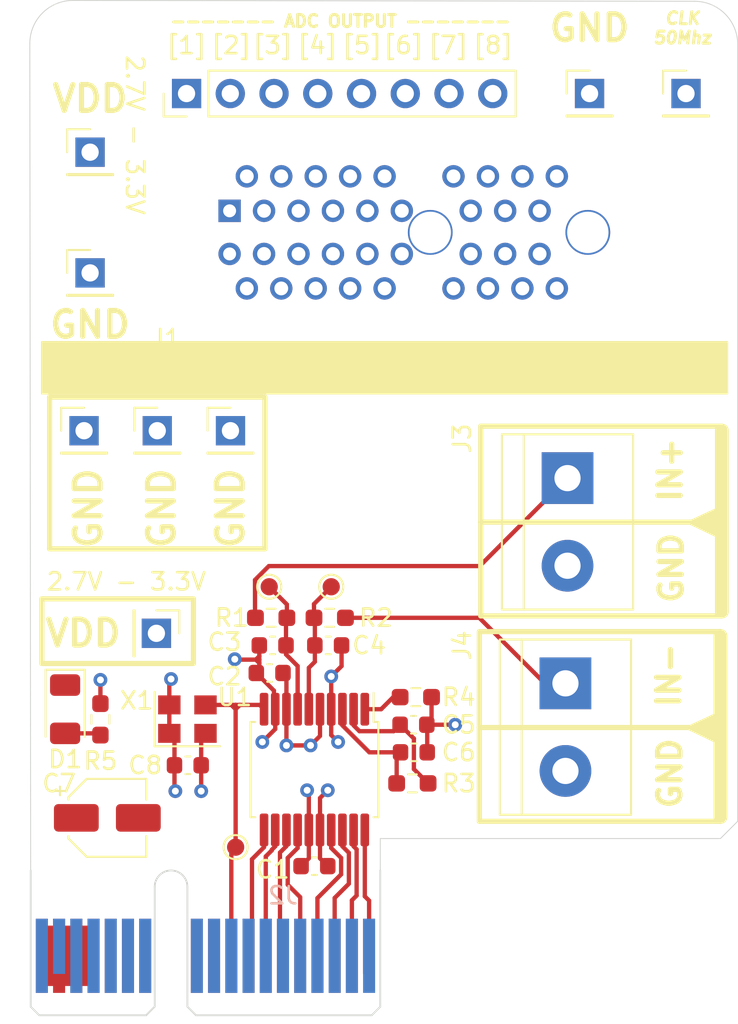
<source format=kicad_pcb>
(kicad_pcb (version 20171130) (host pcbnew "(5.1.9)-1")

  (general
    (thickness 1.6)
    (drawings 53)
    (tracks 150)
    (zones 0)
    (modules 32)
    (nets 32)
  )

  (page A4)
  (layers
    (0 F.Cu signal)
    (1 In1.Cu signal hide)
    (2 In2.Cu signal hide)
    (31 B.Cu signal)
    (32 B.Adhes user)
    (33 F.Adhes user)
    (34 B.Paste user)
    (35 F.Paste user)
    (36 B.SilkS user)
    (37 F.SilkS user)
    (38 B.Mask user)
    (39 F.Mask user)
    (40 Dwgs.User user hide)
    (41 Cmts.User user)
    (42 Eco1.User user)
    (43 Eco2.User user)
    (44 Edge.Cuts user)
    (45 Margin user)
    (46 B.CrtYd user)
    (47 F.CrtYd user)
    (48 B.Fab user)
    (49 F.Fab user hide)
  )

  (setup
    (last_trace_width 0.25)
    (user_trace_width 0.5)
    (user_trace_width 3.5)
    (trace_clearance 0.2)
    (zone_clearance 0.1)
    (zone_45_only no)
    (trace_min 0.2)
    (via_size 0.8)
    (via_drill 0.4)
    (via_min_size 0.4)
    (via_min_drill 0.3)
    (uvia_size 0.3)
    (uvia_drill 0.1)
    (uvias_allowed no)
    (uvia_min_size 0.2)
    (uvia_min_drill 0.1)
    (edge_width 0.05)
    (segment_width 0.2)
    (pcb_text_width 0.3)
    (pcb_text_size 1.5 1.5)
    (mod_edge_width 0.12)
    (mod_text_size 1 1)
    (mod_text_width 0.15)
    (pad_size 1.524 1.524)
    (pad_drill 0.762)
    (pad_to_mask_clearance 0)
    (aux_axis_origin 0 0)
    (visible_elements 7FFFFF7F)
    (pcbplotparams
      (layerselection 0x010fc_ffffffff)
      (usegerberextensions false)
      (usegerberattributes true)
      (usegerberadvancedattributes true)
      (creategerberjobfile true)
      (excludeedgelayer true)
      (linewidth 0.100000)
      (plotframeref false)
      (viasonmask false)
      (mode 1)
      (useauxorigin false)
      (hpglpennumber 1)
      (hpglpenspeed 20)
      (hpglpendiameter 15.000000)
      (psnegative false)
      (psa4output false)
      (plotreference true)
      (plotvalue true)
      (plotinvisibletext false)
      (padsonsilk false)
      (subtractmaskfromsilk false)
      (outputformat 1)
      (mirror false)
      (drillshape 1)
      (scaleselection 1)
      (outputdirectory ""))
  )

  (net 0 "")
  (net 1 GND)
  (net 2 vdd)
  (net 3 "Net-(C3-Pad1)")
  (net 4 "Net-(C4-Pad1)")
  (net 5 "Net-(C5-Pad1)")
  (net 6 "Net-(C6-Pad1)")
  (net 7 "Net-(D1-Pad2)")
  (net 8 in_a+)
  (net 9 in_a-)
  (net 10 "Net-(R4-Pad1)")
  (net 11 clk)
  (net 12 /conn_adc_a8)
  (net 13 /conn_adc_a7)
  (net 14 /conn_adc_a4)
  (net 15 /conn_adc_a3)
  (net 16 /adc_a1)
  (net 17 /adc_a2)
  (net 18 /adc_a3)
  (net 19 /adc_a4)
  (net 20 /adc_a5)
  (net 21 /adc_a6)
  (net 22 /adc_a7)
  (net 23 /adc_a8)
  (net 24 conn_gnd)
  (net 25 conn_vdd)
  (net 26 conn_clk)
  (net 27 /conn_adc_a5)
  (net 28 /conn_adc_a6)
  (net 29 /conn_adc_a2)
  (net 30 /conn_adc_a1)
  (net 31 /gnd)

  (net_class Default "This is the default net class."
    (clearance 0.2)
    (trace_width 0.25)
    (via_dia 0.8)
    (via_drill 0.4)
    (uvia_dia 0.3)
    (uvia_drill 0.1)
    (add_net /adc_a1)
    (add_net /adc_a2)
    (add_net /adc_a3)
    (add_net /adc_a4)
    (add_net /adc_a5)
    (add_net /adc_a6)
    (add_net /adc_a7)
    (add_net /adc_a8)
    (add_net /conn_adc_a1)
    (add_net /conn_adc_a2)
    (add_net /conn_adc_a3)
    (add_net /conn_adc_a4)
    (add_net /conn_adc_a5)
    (add_net /conn_adc_a6)
    (add_net /conn_adc_a7)
    (add_net /conn_adc_a8)
    (add_net /gnd)
    (add_net GND)
    (add_net "Net-(C3-Pad1)")
    (add_net "Net-(C4-Pad1)")
    (add_net "Net-(C5-Pad1)")
    (add_net "Net-(C6-Pad1)")
    (add_net "Net-(D1-Pad2)")
    (add_net "Net-(R4-Pad1)")
    (add_net clk)
    (add_net conn_clk)
    (add_net conn_gnd)
    (add_net conn_vdd)
    (add_net in_a+)
    (add_net in_a-)
    (add_net vdd)
  )

  (module Connector_PinHeader_2.54mm:PinHeader_1x01_P2.54mm_Vertical (layer F.Cu) (tedit 59FED5CC) (tstamp 60214079)
    (at 139.8 55)
    (descr "Through hole straight pin header, 1x01, 2.54mm pitch, single row")
    (tags "Through hole pin header THT 1x01 2.54mm single row")
    (path /602CBBD8)
    (fp_text reference J13 (at 0 -2.33) (layer F.SilkS) hide
      (effects (font (size 1 1) (thickness 0.15)))
    )
    (fp_text value Conn_01x01 (at 0 2.33) (layer F.Fab)
      (effects (font (size 1 1) (thickness 0.15)))
    )
    (fp_text user %R (at 0 0 90) (layer F.Fab)
      (effects (font (size 1 1) (thickness 0.15)))
    )
    (fp_line (start -0.635 -1.27) (end 1.27 -1.27) (layer F.Fab) (width 0.1))
    (fp_line (start 1.27 -1.27) (end 1.27 1.27) (layer F.Fab) (width 0.1))
    (fp_line (start 1.27 1.27) (end -1.27 1.27) (layer F.Fab) (width 0.1))
    (fp_line (start -1.27 1.27) (end -1.27 -0.635) (layer F.Fab) (width 0.1))
    (fp_line (start -1.27 -0.635) (end -0.635 -1.27) (layer F.Fab) (width 0.1))
    (fp_line (start -1.33 1.33) (end 1.33 1.33) (layer F.SilkS) (width 0.12))
    (fp_line (start -1.33 1.27) (end -1.33 1.33) (layer F.SilkS) (width 0.12))
    (fp_line (start 1.33 1.27) (end 1.33 1.33) (layer F.SilkS) (width 0.12))
    (fp_line (start -1.33 1.27) (end 1.33 1.27) (layer F.SilkS) (width 0.12))
    (fp_line (start -1.33 0) (end -1.33 -1.33) (layer F.SilkS) (width 0.12))
    (fp_line (start -1.33 -1.33) (end 0 -1.33) (layer F.SilkS) (width 0.12))
    (fp_line (start -1.8 -1.8) (end -1.8 1.8) (layer F.CrtYd) (width 0.05))
    (fp_line (start -1.8 1.8) (end 1.8 1.8) (layer F.CrtYd) (width 0.05))
    (fp_line (start 1.8 1.8) (end 1.8 -1.8) (layer F.CrtYd) (width 0.05))
    (fp_line (start 1.8 -1.8) (end -1.8 -1.8) (layer F.CrtYd) (width 0.05))
    (pad 1 thru_hole rect (at 0 0) (size 1.7 1.7) (drill 1) (layers *.Cu *.Mask)
      (net 24 conn_gnd))
    (model ${KISYS3DMOD}/Connector_PinHeader_2.54mm.3dshapes/PinHeader_1x01_P2.54mm_Vertical.wrl
      (at (xyz 0 0 0))
      (scale (xyz 1 1 1))
      (rotate (xyz 0 0 0))
    )
  )

  (module Resistor_SMD:R_0603_1608Metric_Pad0.98x0.95mm_HandSolder (layer F.Cu) (tedit 5F68FEEE) (tstamp 60206803)
    (at 129.7125 90)
    (descr "Resistor SMD 0603 (1608 Metric), square (rectangular) end terminal, IPC_7351 nominal with elongated pad for handsoldering. (Body size source: IPC-SM-782 page 72, https://www.pcb-3d.com/wordpress/wp-content/uploads/ipc-sm-782a_amendment_1_and_2.pdf), generated with kicad-footprint-generator")
    (tags "resistor handsolder")
    (path /60633D11)
    (attr smd)
    (fp_text reference R4 (at 2.4875 0) (layer F.SilkS)
      (effects (font (size 1 1) (thickness 0.15)))
    )
    (fp_text value 0 (at 0 1.43) (layer F.Fab)
      (effects (font (size 1 1) (thickness 0.15)))
    )
    (fp_line (start 1.65 0.73) (end -1.65 0.73) (layer F.CrtYd) (width 0.05))
    (fp_line (start 1.65 -0.73) (end 1.65 0.73) (layer F.CrtYd) (width 0.05))
    (fp_line (start -1.65 -0.73) (end 1.65 -0.73) (layer F.CrtYd) (width 0.05))
    (fp_line (start -1.65 0.73) (end -1.65 -0.73) (layer F.CrtYd) (width 0.05))
    (fp_line (start -0.254724 0.5225) (end 0.254724 0.5225) (layer F.SilkS) (width 0.12))
    (fp_line (start -0.254724 -0.5225) (end 0.254724 -0.5225) (layer F.SilkS) (width 0.12))
    (fp_line (start 0.8 0.4125) (end -0.8 0.4125) (layer F.Fab) (width 0.1))
    (fp_line (start 0.8 -0.4125) (end 0.8 0.4125) (layer F.Fab) (width 0.1))
    (fp_line (start -0.8 -0.4125) (end 0.8 -0.4125) (layer F.Fab) (width 0.1))
    (fp_line (start -0.8 0.4125) (end -0.8 -0.4125) (layer F.Fab) (width 0.1))
    (fp_text user %R (at 0 0) (layer F.Fab)
      (effects (font (size 0.4 0.4) (thickness 0.06)))
    )
    (pad 2 smd roundrect (at 0.9125 0) (size 0.975 0.95) (layers F.Cu F.Paste F.Mask) (roundrect_rratio 0.25)
      (net 1 GND))
    (pad 1 smd roundrect (at -0.9125 0) (size 0.975 0.95) (layers F.Cu F.Paste F.Mask) (roundrect_rratio 0.25)
      (net 10 "Net-(R4-Pad1)"))
    (model ${KISYS3DMOD}/Resistor_SMD.3dshapes/R_0603_1608Metric.wrl
      (at (xyz 0 0 0))
      (scale (xyz 1 1 1))
      (rotate (xyz 0 0 0))
    )
  )

  (module Resistor_SMD:R_0603_1608Metric_Pad0.98x0.95mm_HandSolder (layer F.Cu) (tedit 5F68FEEE) (tstamp 602067F2)
    (at 129.5125 95)
    (descr "Resistor SMD 0603 (1608 Metric), square (rectangular) end terminal, IPC_7351 nominal with elongated pad for handsoldering. (Body size source: IPC-SM-782 page 72, https://www.pcb-3d.com/wordpress/wp-content/uploads/ipc-sm-782a_amendment_1_and_2.pdf), generated with kicad-footprint-generator")
    (tags "resistor handsolder")
    (path /60489BF1)
    (attr smd)
    (fp_text reference R3 (at 2.6875 0) (layer F.SilkS)
      (effects (font (size 1 1) (thickness 0.15)))
    )
    (fp_text value 0 (at 0 1.43) (layer F.Fab)
      (effects (font (size 1 1) (thickness 0.15)))
    )
    (fp_line (start 1.65 0.73) (end -1.65 0.73) (layer F.CrtYd) (width 0.05))
    (fp_line (start 1.65 -0.73) (end 1.65 0.73) (layer F.CrtYd) (width 0.05))
    (fp_line (start -1.65 -0.73) (end 1.65 -0.73) (layer F.CrtYd) (width 0.05))
    (fp_line (start -1.65 0.73) (end -1.65 -0.73) (layer F.CrtYd) (width 0.05))
    (fp_line (start -0.254724 0.5225) (end 0.254724 0.5225) (layer F.SilkS) (width 0.12))
    (fp_line (start -0.254724 -0.5225) (end 0.254724 -0.5225) (layer F.SilkS) (width 0.12))
    (fp_line (start 0.8 0.4125) (end -0.8 0.4125) (layer F.Fab) (width 0.1))
    (fp_line (start 0.8 -0.4125) (end 0.8 0.4125) (layer F.Fab) (width 0.1))
    (fp_line (start -0.8 -0.4125) (end 0.8 -0.4125) (layer F.Fab) (width 0.1))
    (fp_line (start -0.8 0.4125) (end -0.8 -0.4125) (layer F.Fab) (width 0.1))
    (fp_text user %R (at 0 0) (layer F.Fab)
      (effects (font (size 0.4 0.4) (thickness 0.06)))
    )
    (pad 2 smd roundrect (at 0.9125 0) (size 0.975 0.95) (layers F.Cu F.Paste F.Mask) (roundrect_rratio 0.25)
      (net 5 "Net-(C5-Pad1)"))
    (pad 1 smd roundrect (at -0.9125 0) (size 0.975 0.95) (layers F.Cu F.Paste F.Mask) (roundrect_rratio 0.25)
      (net 6 "Net-(C6-Pad1)"))
    (model ${KISYS3DMOD}/Resistor_SMD.3dshapes/R_0603_1608Metric.wrl
      (at (xyz 0 0 0))
      (scale (xyz 1 1 1))
      (rotate (xyz 0 0 0))
    )
  )

  (module TestPoint:TestPoint_Pad_D1.0mm (layer F.Cu) (tedit 5A0F774F) (tstamp 6020C78D)
    (at 119.25 98.7)
    (descr "SMD pad as test Point, diameter 1.0mm")
    (tags "test point SMD pad")
    (path /60809964)
    (attr virtual)
    (fp_text reference TP4 (at 0 -1.448) (layer F.SilkS) hide
      (effects (font (size 1 1) (thickness 0.15)))
    )
    (fp_text value TestPoint_Small (at 0 1.55) (layer F.Fab)
      (effects (font (size 1 1) (thickness 0.15)))
    )
    (fp_circle (center 0 0) (end 0 0.7) (layer F.SilkS) (width 0.12))
    (fp_circle (center 0 0) (end 1 0) (layer F.CrtYd) (width 0.05))
    (fp_text user %R (at 0 -1.45) (layer F.Fab)
      (effects (font (size 1 1) (thickness 0.15)))
    )
    (pad 1 smd circle (at 0 0) (size 1 1) (layers F.Cu F.Mask)
      (net 11 clk))
  )

  (module TestPoint:TestPoint_Pad_D1.0mm (layer F.Cu) (tedit 5A0F774F) (tstamp 6020C77D)
    (at 124.8 83.6)
    (descr "SMD pad as test Point, diameter 1.0mm")
    (tags "test point SMD pad")
    (path /6090B417)
    (attr virtual)
    (fp_text reference TP2 (at 0 -1.448) (layer F.SilkS) hide
      (effects (font (size 1 1) (thickness 0.15)))
    )
    (fp_text value TestPoint_Small (at 0 1.55) (layer F.Fab)
      (effects (font (size 1 1) (thickness 0.15)))
    )
    (fp_circle (center 0 0) (end 0 0.7) (layer F.SilkS) (width 0.12))
    (fp_circle (center 0 0) (end 1 0) (layer F.CrtYd) (width 0.05))
    (fp_text user %R (at 0 -1.45) (layer F.Fab)
      (effects (font (size 1 1) (thickness 0.15)))
    )
    (pad 1 smd circle (at 0 0) (size 1 1) (layers F.Cu F.Mask)
      (net 4 "Net-(C4-Pad1)"))
  )

  (module TestPoint:TestPoint_Pad_D1.0mm (layer F.Cu) (tedit 5A0F774F) (tstamp 6020C775)
    (at 121.2 83.6)
    (descr "SMD pad as test Point, diameter 1.0mm")
    (tags "test point SMD pad")
    (path /608DF3C5)
    (attr virtual)
    (fp_text reference TP1 (at 0 -1.448) (layer F.SilkS) hide
      (effects (font (size 1 1) (thickness 0.15)))
    )
    (fp_text value TestPoint_Small (at 0 1.55) (layer F.Fab)
      (effects (font (size 1 1) (thickness 0.15)))
    )
    (fp_circle (center 0 0) (end 0 0.7) (layer F.SilkS) (width 0.12))
    (fp_circle (center 0 0) (end 1 0) (layer F.CrtYd) (width 0.05))
    (fp_text user %R (at 0 -1.45) (layer F.Fab)
      (effects (font (size 1 1) (thickness 0.15)))
    )
    (pad 1 smd circle (at 0 0) (size 1 1) (layers F.Cu F.Mask)
      (net 3 "Net-(C3-Pad1)"))
  )

  (module Connector_PinHeader_2.54mm:PinHeader_1x01_P2.54mm_Vertical (layer F.Cu) (tedit 59FED5CC) (tstamp 6020C6CD)
    (at 110.8 58.4)
    (descr "Through hole straight pin header, 1x01, 2.54mm pitch, single row")
    (tags "Through hole pin header THT 1x01 2.54mm single row")
    (path /609558C4)
    (fp_text reference J12 (at -3.25 1.25) (layer F.SilkS) hide
      (effects (font (size 1 1) (thickness 0.15)))
    )
    (fp_text value Conn_01x01 (at 0 2.33) (layer F.Fab)
      (effects (font (size 1 1) (thickness 0.15)))
    )
    (fp_line (start 1.8 -1.8) (end -1.8 -1.8) (layer F.CrtYd) (width 0.05))
    (fp_line (start 1.8 1.8) (end 1.8 -1.8) (layer F.CrtYd) (width 0.05))
    (fp_line (start -1.8 1.8) (end 1.8 1.8) (layer F.CrtYd) (width 0.05))
    (fp_line (start -1.8 -1.8) (end -1.8 1.8) (layer F.CrtYd) (width 0.05))
    (fp_line (start -1.33 -1.33) (end 0 -1.33) (layer F.SilkS) (width 0.12))
    (fp_line (start -1.33 0) (end -1.33 -1.33) (layer F.SilkS) (width 0.12))
    (fp_line (start -1.33 1.27) (end 1.33 1.27) (layer F.SilkS) (width 0.12))
    (fp_line (start 1.33 1.27) (end 1.33 1.33) (layer F.SilkS) (width 0.12))
    (fp_line (start -1.33 1.27) (end -1.33 1.33) (layer F.SilkS) (width 0.12))
    (fp_line (start -1.33 1.33) (end 1.33 1.33) (layer F.SilkS) (width 0.12))
    (fp_line (start -1.27 -0.635) (end -0.635 -1.27) (layer F.Fab) (width 0.1))
    (fp_line (start -1.27 1.27) (end -1.27 -0.635) (layer F.Fab) (width 0.1))
    (fp_line (start 1.27 1.27) (end -1.27 1.27) (layer F.Fab) (width 0.1))
    (fp_line (start 1.27 -1.27) (end 1.27 1.27) (layer F.Fab) (width 0.1))
    (fp_line (start -0.635 -1.27) (end 1.27 -1.27) (layer F.Fab) (width 0.1))
    (fp_text user %R (at 0 0 90) (layer F.Fab)
      (effects (font (size 1 1) (thickness 0.15)))
    )
    (pad 1 thru_hole rect (at 0 0) (size 1.7 1.7) (drill 1) (layers *.Cu *.Mask)
      (net 24 conn_gnd))
    (model ${KISYS3DMOD}/Connector_PinHeader_2.54mm.3dshapes/PinHeader_1x01_P2.54mm_Vertical.wrl
      (at (xyz 0 0 0))
      (scale (xyz 1 1 1))
      (rotate (xyz 0 0 0))
    )
  )

  (module Connector_PinHeader_2.54mm:PinHeader_1x08_P2.54mm_Vertical (layer F.Cu) (tedit 59FED5CC) (tstamp 6020C6B8)
    (at 116.4 55 90)
    (descr "Through hole straight pin header, 1x08, 2.54mm pitch, single row")
    (tags "Through hole pin header THT 1x08 2.54mm single row")
    (path /60954620)
    (fp_text reference J11 (at 0 -3.25 180) (layer F.SilkS) hide
      (effects (font (size 1 1) (thickness 0.15)))
    )
    (fp_text value Conn_01x08 (at 0 20.11 90) (layer F.Fab)
      (effects (font (size 1 1) (thickness 0.15)))
    )
    (fp_line (start 1.8 -1.8) (end -1.8 -1.8) (layer F.CrtYd) (width 0.05))
    (fp_line (start 1.8 19.55) (end 1.8 -1.8) (layer F.CrtYd) (width 0.05))
    (fp_line (start -1.8 19.55) (end 1.8 19.55) (layer F.CrtYd) (width 0.05))
    (fp_line (start -1.8 -1.8) (end -1.8 19.55) (layer F.CrtYd) (width 0.05))
    (fp_line (start -1.33 -1.33) (end 0 -1.33) (layer F.SilkS) (width 0.12))
    (fp_line (start -1.33 0) (end -1.33 -1.33) (layer F.SilkS) (width 0.12))
    (fp_line (start -1.33 1.27) (end 1.33 1.27) (layer F.SilkS) (width 0.12))
    (fp_line (start 1.33 1.27) (end 1.33 19.11) (layer F.SilkS) (width 0.12))
    (fp_line (start -1.33 1.27) (end -1.33 19.11) (layer F.SilkS) (width 0.12))
    (fp_line (start -1.33 19.11) (end 1.33 19.11) (layer F.SilkS) (width 0.12))
    (fp_line (start -1.27 -0.635) (end -0.635 -1.27) (layer F.Fab) (width 0.1))
    (fp_line (start -1.27 19.05) (end -1.27 -0.635) (layer F.Fab) (width 0.1))
    (fp_line (start 1.27 19.05) (end -1.27 19.05) (layer F.Fab) (width 0.1))
    (fp_line (start 1.27 -1.27) (end 1.27 19.05) (layer F.Fab) (width 0.1))
    (fp_line (start -0.635 -1.27) (end 1.27 -1.27) (layer F.Fab) (width 0.1))
    (fp_text user %R (at 0 8.89) (layer F.Fab)
      (effects (font (size 1 1) (thickness 0.15)))
    )
    (pad 8 thru_hole oval (at 0 17.78 90) (size 1.7 1.7) (drill 1) (layers *.Cu *.Mask)
      (net 12 /conn_adc_a8))
    (pad 7 thru_hole oval (at 0 15.24 90) (size 1.7 1.7) (drill 1) (layers *.Cu *.Mask)
      (net 13 /conn_adc_a7))
    (pad 6 thru_hole oval (at 0 12.7 90) (size 1.7 1.7) (drill 1) (layers *.Cu *.Mask)
      (net 28 /conn_adc_a6))
    (pad 5 thru_hole oval (at 0 10.16 90) (size 1.7 1.7) (drill 1) (layers *.Cu *.Mask)
      (net 27 /conn_adc_a5))
    (pad 4 thru_hole oval (at 0 7.62 90) (size 1.7 1.7) (drill 1) (layers *.Cu *.Mask)
      (net 14 /conn_adc_a4))
    (pad 3 thru_hole oval (at 0 5.08 90) (size 1.7 1.7) (drill 1) (layers *.Cu *.Mask)
      (net 15 /conn_adc_a3))
    (pad 2 thru_hole oval (at 0 2.54 90) (size 1.7 1.7) (drill 1) (layers *.Cu *.Mask)
      (net 29 /conn_adc_a2))
    (pad 1 thru_hole rect (at 0 0 90) (size 1.7 1.7) (drill 1) (layers *.Cu *.Mask)
      (net 30 /conn_adc_a1))
    (model ${KISYS3DMOD}/Connector_PinHeader_2.54mm.3dshapes/PinHeader_1x08_P2.54mm_Vertical.wrl
      (at (xyz 0 0 0))
      (scale (xyz 1 1 1))
      (rotate (xyz 0 0 0))
    )
  )

  (module Connector_PinHeader_2.54mm:PinHeader_1x01_P2.54mm_Vertical (layer F.Cu) (tedit 59FED5CC) (tstamp 6020C69C)
    (at 145.4 55)
    (descr "Through hole straight pin header, 1x01, 2.54mm pitch, single row")
    (tags "Through hole pin header THT 1x01 2.54mm single row")
    (path /60971B41)
    (fp_text reference J10 (at 3.25 0) (layer F.SilkS) hide
      (effects (font (size 1 1) (thickness 0.15)))
    )
    (fp_text value Conn_01x01 (at 0 2.33) (layer F.Fab)
      (effects (font (size 1 1) (thickness 0.15)))
    )
    (fp_line (start 1.8 -1.8) (end -1.8 -1.8) (layer F.CrtYd) (width 0.05))
    (fp_line (start 1.8 1.8) (end 1.8 -1.8) (layer F.CrtYd) (width 0.05))
    (fp_line (start -1.8 1.8) (end 1.8 1.8) (layer F.CrtYd) (width 0.05))
    (fp_line (start -1.8 -1.8) (end -1.8 1.8) (layer F.CrtYd) (width 0.05))
    (fp_line (start -1.33 -1.33) (end 0 -1.33) (layer F.SilkS) (width 0.12))
    (fp_line (start -1.33 0) (end -1.33 -1.33) (layer F.SilkS) (width 0.12))
    (fp_line (start -1.33 1.27) (end 1.33 1.27) (layer F.SilkS) (width 0.12))
    (fp_line (start 1.33 1.27) (end 1.33 1.33) (layer F.SilkS) (width 0.12))
    (fp_line (start -1.33 1.27) (end -1.33 1.33) (layer F.SilkS) (width 0.12))
    (fp_line (start -1.33 1.33) (end 1.33 1.33) (layer F.SilkS) (width 0.12))
    (fp_line (start -1.27 -0.635) (end -0.635 -1.27) (layer F.Fab) (width 0.1))
    (fp_line (start -1.27 1.27) (end -1.27 -0.635) (layer F.Fab) (width 0.1))
    (fp_line (start 1.27 1.27) (end -1.27 1.27) (layer F.Fab) (width 0.1))
    (fp_line (start 1.27 -1.27) (end 1.27 1.27) (layer F.Fab) (width 0.1))
    (fp_line (start -0.635 -1.27) (end 1.27 -1.27) (layer F.Fab) (width 0.1))
    (fp_text user %R (at 0 0 90) (layer F.Fab)
      (effects (font (size 1 1) (thickness 0.15)))
    )
    (pad 1 thru_hole rect (at 0 0) (size 1.7 1.7) (drill 1) (layers *.Cu *.Mask)
      (net 26 conn_clk))
    (model ${KISYS3DMOD}/Connector_PinHeader_2.54mm.3dshapes/PinHeader_1x01_P2.54mm_Vertical.wrl
      (at (xyz 0 0 0))
      (scale (xyz 1 1 1))
      (rotate (xyz 0 0 0))
    )
  )

  (module Connector_PinHeader_2.54mm:PinHeader_1x01_P2.54mm_Vertical (layer F.Cu) (tedit 59FED5CC) (tstamp 6020C687)
    (at 110.8 65.4)
    (descr "Through hole straight pin header, 1x01, 2.54mm pitch, single row")
    (tags "Through hole pin header THT 1x01 2.54mm single row")
    (path /6097AC75)
    (fp_text reference J9 (at -3 1.25) (layer F.SilkS) hide
      (effects (font (size 1 1) (thickness 0.15)))
    )
    (fp_text value Conn_01x01 (at 0 2.33) (layer F.Fab)
      (effects (font (size 1 1) (thickness 0.15)))
    )
    (fp_line (start 1.8 -1.8) (end -1.8 -1.8) (layer F.CrtYd) (width 0.05))
    (fp_line (start 1.8 1.8) (end 1.8 -1.8) (layer F.CrtYd) (width 0.05))
    (fp_line (start -1.8 1.8) (end 1.8 1.8) (layer F.CrtYd) (width 0.05))
    (fp_line (start -1.8 -1.8) (end -1.8 1.8) (layer F.CrtYd) (width 0.05))
    (fp_line (start -1.33 -1.33) (end 0 -1.33) (layer F.SilkS) (width 0.12))
    (fp_line (start -1.33 0) (end -1.33 -1.33) (layer F.SilkS) (width 0.12))
    (fp_line (start -1.33 1.27) (end 1.33 1.27) (layer F.SilkS) (width 0.12))
    (fp_line (start 1.33 1.27) (end 1.33 1.33) (layer F.SilkS) (width 0.12))
    (fp_line (start -1.33 1.27) (end -1.33 1.33) (layer F.SilkS) (width 0.12))
    (fp_line (start -1.33 1.33) (end 1.33 1.33) (layer F.SilkS) (width 0.12))
    (fp_line (start -1.27 -0.635) (end -0.635 -1.27) (layer F.Fab) (width 0.1))
    (fp_line (start -1.27 1.27) (end -1.27 -0.635) (layer F.Fab) (width 0.1))
    (fp_line (start 1.27 1.27) (end -1.27 1.27) (layer F.Fab) (width 0.1))
    (fp_line (start 1.27 -1.27) (end 1.27 1.27) (layer F.Fab) (width 0.1))
    (fp_line (start -0.635 -1.27) (end 1.27 -1.27) (layer F.Fab) (width 0.1))
    (fp_text user %R (at 0 0 90) (layer F.Fab)
      (effects (font (size 1 1) (thickness 0.15)))
    )
    (pad 1 thru_hole rect (at 0 0) (size 1.7 1.7) (drill 1) (layers *.Cu *.Mask)
      (net 25 conn_vdd))
    (model ${KISYS3DMOD}/Connector_PinHeader_2.54mm.3dshapes/PinHeader_1x01_P2.54mm_Vertical.wrl
      (at (xyz 0 0 0))
      (scale (xyz 1 1 1))
      (rotate (xyz 0 0 0))
    )
  )

  (module Connector_PinHeader_2.54mm:PinHeader_1x01_P2.54mm_Vertical (layer F.Cu) (tedit 59FED5CC) (tstamp 6020C672)
    (at 114.65 86.3 270)
    (descr "Through hole straight pin header, 1x01, 2.54mm pitch, single row")
    (tags "Through hole pin header THT 1x01 2.54mm single row")
    (path /60A30664)
    (fp_text reference J8 (at 0 -2.33 180) (layer F.SilkS) hide
      (effects (font (size 1 1) (thickness 0.15)))
    )
    (fp_text value Conn_01x01 (at 0 2.33 90) (layer F.Fab)
      (effects (font (size 1 1) (thickness 0.15)))
    )
    (fp_line (start 1.8 -1.8) (end -1.8 -1.8) (layer F.CrtYd) (width 0.05))
    (fp_line (start 1.8 1.8) (end 1.8 -1.8) (layer F.CrtYd) (width 0.05))
    (fp_line (start -1.8 1.8) (end 1.8 1.8) (layer F.CrtYd) (width 0.05))
    (fp_line (start -1.8 -1.8) (end -1.8 1.8) (layer F.CrtYd) (width 0.05))
    (fp_line (start -1.33 -1.33) (end 0 -1.33) (layer F.SilkS) (width 0.12))
    (fp_line (start -1.33 0) (end -1.33 -1.33) (layer F.SilkS) (width 0.12))
    (fp_line (start -1.33 1.27) (end 1.33 1.27) (layer F.SilkS) (width 0.12))
    (fp_line (start 1.33 1.27) (end 1.33 1.33) (layer F.SilkS) (width 0.12))
    (fp_line (start -1.33 1.27) (end -1.33 1.33) (layer F.SilkS) (width 0.12))
    (fp_line (start -1.33 1.33) (end 1.33 1.33) (layer F.SilkS) (width 0.12))
    (fp_line (start -1.27 -0.635) (end -0.635 -1.27) (layer F.Fab) (width 0.1))
    (fp_line (start -1.27 1.27) (end -1.27 -0.635) (layer F.Fab) (width 0.1))
    (fp_line (start 1.27 1.27) (end -1.27 1.27) (layer F.Fab) (width 0.1))
    (fp_line (start 1.27 -1.27) (end 1.27 1.27) (layer F.Fab) (width 0.1))
    (fp_line (start -0.635 -1.27) (end 1.27 -1.27) (layer F.Fab) (width 0.1))
    (fp_text user %R (at 0 0) (layer F.Fab)
      (effects (font (size 1 1) (thickness 0.15)))
    )
    (pad 1 thru_hole rect (at 0 0 270) (size 1.7 1.7) (drill 1) (layers *.Cu *.Mask)
      (net 2 vdd))
    (model ${KISYS3DMOD}/Connector_PinHeader_2.54mm.3dshapes/PinHeader_1x01_P2.54mm_Vertical.wrl
      (at (xyz 0 0 0))
      (scale (xyz 1 1 1))
      (rotate (xyz 0 0 0))
    )
  )

  (module Connector_PinHeader_2.54mm:PinHeader_1x01_P2.54mm_Vertical (layer F.Cu) (tedit 59FED5CC) (tstamp 6020C65D)
    (at 118.95 74.55)
    (descr "Through hole straight pin header, 1x01, 2.54mm pitch, single row")
    (tags "Through hole pin header THT 1x01 2.54mm single row")
    (path /60A6B9C2)
    (fp_text reference J7 (at 0 -2.33 270) (layer F.SilkS) hide
      (effects (font (size 1 1) (thickness 0.15)))
    )
    (fp_text value Conn_01x01 (at 0 2.33) (layer F.Fab)
      (effects (font (size 1 1) (thickness 0.15)))
    )
    (fp_line (start 1.8 -1.8) (end -1.8 -1.8) (layer F.CrtYd) (width 0.05))
    (fp_line (start 1.8 1.8) (end 1.8 -1.8) (layer F.CrtYd) (width 0.05))
    (fp_line (start -1.8 1.8) (end 1.8 1.8) (layer F.CrtYd) (width 0.05))
    (fp_line (start -1.8 -1.8) (end -1.8 1.8) (layer F.CrtYd) (width 0.05))
    (fp_line (start -1.33 -1.33) (end 0 -1.33) (layer F.SilkS) (width 0.12))
    (fp_line (start -1.33 0) (end -1.33 -1.33) (layer F.SilkS) (width 0.12))
    (fp_line (start -1.33 1.27) (end 1.33 1.27) (layer F.SilkS) (width 0.12))
    (fp_line (start 1.33 1.27) (end 1.33 1.33) (layer F.SilkS) (width 0.12))
    (fp_line (start -1.33 1.27) (end -1.33 1.33) (layer F.SilkS) (width 0.12))
    (fp_line (start -1.33 1.33) (end 1.33 1.33) (layer F.SilkS) (width 0.12))
    (fp_line (start -1.27 -0.635) (end -0.635 -1.27) (layer F.Fab) (width 0.1))
    (fp_line (start -1.27 1.27) (end -1.27 -0.635) (layer F.Fab) (width 0.1))
    (fp_line (start 1.27 1.27) (end -1.27 1.27) (layer F.Fab) (width 0.1))
    (fp_line (start 1.27 -1.27) (end 1.27 1.27) (layer F.Fab) (width 0.1))
    (fp_line (start -0.635 -1.27) (end 1.27 -1.27) (layer F.Fab) (width 0.1))
    (fp_text user %R (at 0 0 90) (layer F.Fab)
      (effects (font (size 1 1) (thickness 0.15)))
    )
    (pad 1 thru_hole rect (at 0 0) (size 1.7 1.7) (drill 1) (layers *.Cu *.Mask)
      (net 1 GND))
    (model ${KISYS3DMOD}/Connector_PinHeader_2.54mm.3dshapes/PinHeader_1x01_P2.54mm_Vertical.wrl
      (at (xyz 0 0 0))
      (scale (xyz 1 1 1))
      (rotate (xyz 0 0 0))
    )
  )

  (module Connector_PinHeader_2.54mm:PinHeader_1x01_P2.54mm_Vertical (layer F.Cu) (tedit 59FED5CC) (tstamp 6020C648)
    (at 110.45 74.55)
    (descr "Through hole straight pin header, 1x01, 2.54mm pitch, single row")
    (tags "Through hole pin header THT 1x01 2.54mm single row")
    (path /60A61AE4)
    (fp_text reference J6 (at 0 -2.33 270) (layer F.SilkS) hide
      (effects (font (size 1 1) (thickness 0.15)))
    )
    (fp_text value Conn_01x01 (at 0 2.33) (layer F.Fab)
      (effects (font (size 1 1) (thickness 0.15)))
    )
    (fp_line (start 1.8 -1.8) (end -1.8 -1.8) (layer F.CrtYd) (width 0.05))
    (fp_line (start 1.8 1.8) (end 1.8 -1.8) (layer F.CrtYd) (width 0.05))
    (fp_line (start -1.8 1.8) (end 1.8 1.8) (layer F.CrtYd) (width 0.05))
    (fp_line (start -1.8 -1.8) (end -1.8 1.8) (layer F.CrtYd) (width 0.05))
    (fp_line (start -1.33 -1.33) (end 0 -1.33) (layer F.SilkS) (width 0.12))
    (fp_line (start -1.33 0) (end -1.33 -1.33) (layer F.SilkS) (width 0.12))
    (fp_line (start -1.33 1.27) (end 1.33 1.27) (layer F.SilkS) (width 0.12))
    (fp_line (start 1.33 1.27) (end 1.33 1.33) (layer F.SilkS) (width 0.12))
    (fp_line (start -1.33 1.27) (end -1.33 1.33) (layer F.SilkS) (width 0.12))
    (fp_line (start -1.33 1.33) (end 1.33 1.33) (layer F.SilkS) (width 0.12))
    (fp_line (start -1.27 -0.635) (end -0.635 -1.27) (layer F.Fab) (width 0.1))
    (fp_line (start -1.27 1.27) (end -1.27 -0.635) (layer F.Fab) (width 0.1))
    (fp_line (start 1.27 1.27) (end -1.27 1.27) (layer F.Fab) (width 0.1))
    (fp_line (start 1.27 -1.27) (end 1.27 1.27) (layer F.Fab) (width 0.1))
    (fp_line (start -0.635 -1.27) (end 1.27 -1.27) (layer F.Fab) (width 0.1))
    (fp_text user %R (at 0 0 90) (layer F.Fab)
      (effects (font (size 1 1) (thickness 0.15)))
    )
    (pad 1 thru_hole rect (at 0 0) (size 1.7 1.7) (drill 1) (layers *.Cu *.Mask)
      (net 1 GND))
    (model ${KISYS3DMOD}/Connector_PinHeader_2.54mm.3dshapes/PinHeader_1x01_P2.54mm_Vertical.wrl
      (at (xyz 0 0 0))
      (scale (xyz 1 1 1))
      (rotate (xyz 0 0 0))
    )
  )

  (module Connector_PinHeader_2.54mm:PinHeader_1x01_P2.54mm_Vertical (layer F.Cu) (tedit 59FED5CC) (tstamp 6020C633)
    (at 114.7 74.55)
    (descr "Through hole straight pin header, 1x01, 2.54mm pitch, single row")
    (tags "Through hole pin header THT 1x01 2.54mm single row")
    (path /60A43E41)
    (fp_text reference J5 (at 0 -2.33 270) (layer F.SilkS) hide
      (effects (font (size 1 1) (thickness 0.15)))
    )
    (fp_text value Conn_01x01 (at 0 2.33) (layer F.Fab)
      (effects (font (size 1 1) (thickness 0.15)))
    )
    (fp_line (start 1.8 -1.8) (end -1.8 -1.8) (layer F.CrtYd) (width 0.05))
    (fp_line (start 1.8 1.8) (end 1.8 -1.8) (layer F.CrtYd) (width 0.05))
    (fp_line (start -1.8 1.8) (end 1.8 1.8) (layer F.CrtYd) (width 0.05))
    (fp_line (start -1.8 -1.8) (end -1.8 1.8) (layer F.CrtYd) (width 0.05))
    (fp_line (start -1.33 -1.33) (end 0 -1.33) (layer F.SilkS) (width 0.12))
    (fp_line (start -1.33 0) (end -1.33 -1.33) (layer F.SilkS) (width 0.12))
    (fp_line (start -1.33 1.27) (end 1.33 1.27) (layer F.SilkS) (width 0.12))
    (fp_line (start 1.33 1.27) (end 1.33 1.33) (layer F.SilkS) (width 0.12))
    (fp_line (start -1.33 1.27) (end -1.33 1.33) (layer F.SilkS) (width 0.12))
    (fp_line (start -1.33 1.33) (end 1.33 1.33) (layer F.SilkS) (width 0.12))
    (fp_line (start -1.27 -0.635) (end -0.635 -1.27) (layer F.Fab) (width 0.1))
    (fp_line (start -1.27 1.27) (end -1.27 -0.635) (layer F.Fab) (width 0.1))
    (fp_line (start 1.27 1.27) (end -1.27 1.27) (layer F.Fab) (width 0.1))
    (fp_line (start 1.27 -1.27) (end 1.27 1.27) (layer F.Fab) (width 0.1))
    (fp_line (start -0.635 -1.27) (end 1.27 -1.27) (layer F.Fab) (width 0.1))
    (fp_text user %R (at 0 0 90) (layer F.Fab)
      (effects (font (size 1 1) (thickness 0.15)))
    )
    (pad 1 thru_hole rect (at 0 0) (size 1.7 1.7) (drill 1) (layers *.Cu *.Mask)
      (net 1 GND))
    (model ${KISYS3DMOD}/Connector_PinHeader_2.54mm.3dshapes/PinHeader_1x01_P2.54mm_Vertical.wrl
      (at (xyz 0 0 0))
      (scale (xyz 1 1 1))
      (rotate (xyz 0 0 0))
    )
  )

  (module TerminalBlock:TerminalBlock_bornier-2_P5.08mm (layer F.Cu) (tedit 59FF03AB) (tstamp 6020C61E)
    (at 138.4 89.2 270)
    (descr "simple 2-pin terminal block, pitch 5.08mm, revamped version of bornier2")
    (tags "terminal block bornier2")
    (path /607CFF7E)
    (fp_text reference J4 (at -2.2 6 90) (layer F.SilkS)
      (effects (font (size 1 1) (thickness 0.15)))
    )
    (fp_text value Conn_01x02_Male (at 2.54 5.08 90) (layer F.Fab)
      (effects (font (size 1 1) (thickness 0.15)))
    )
    (fp_line (start 7.79 4) (end -2.71 4) (layer F.CrtYd) (width 0.05))
    (fp_line (start 7.79 4) (end 7.79 -4) (layer F.CrtYd) (width 0.05))
    (fp_line (start -2.71 -4) (end -2.71 4) (layer F.CrtYd) (width 0.05))
    (fp_line (start -2.71 -4) (end 7.79 -4) (layer F.CrtYd) (width 0.05))
    (fp_line (start -2.54 3.81) (end 7.62 3.81) (layer F.SilkS) (width 0.12))
    (fp_line (start -2.54 -3.81) (end -2.54 3.81) (layer F.SilkS) (width 0.12))
    (fp_line (start 7.62 -3.81) (end -2.54 -3.81) (layer F.SilkS) (width 0.12))
    (fp_line (start 7.62 3.81) (end 7.62 -3.81) (layer F.SilkS) (width 0.12))
    (fp_line (start 7.62 2.54) (end -2.54 2.54) (layer F.SilkS) (width 0.12))
    (fp_line (start 7.54 -3.75) (end -2.46 -3.75) (layer F.Fab) (width 0.1))
    (fp_line (start 7.54 3.75) (end 7.54 -3.75) (layer F.Fab) (width 0.1))
    (fp_line (start -2.46 3.75) (end 7.54 3.75) (layer F.Fab) (width 0.1))
    (fp_line (start -2.46 -3.75) (end -2.46 3.75) (layer F.Fab) (width 0.1))
    (fp_line (start -2.41 2.55) (end 7.49 2.55) (layer F.Fab) (width 0.1))
    (fp_text user %R (at 2.54 0 90) (layer F.Fab)
      (effects (font (size 1 1) (thickness 0.15)))
    )
    (pad 2 thru_hole circle (at 5.08 0 270) (size 3 3) (drill 1.52) (layers *.Cu *.Mask)
      (net 1 GND))
    (pad 1 thru_hole rect (at 0 0 270) (size 3 3) (drill 1.52) (layers *.Cu *.Mask)
      (net 9 in_a-))
    (model ${KISYS3DMOD}/TerminalBlock.3dshapes/TerminalBlock_bornier-2_P5.08mm.wrl
      (offset (xyz 2.539999961853027 0 0))
      (scale (xyz 1 1 1))
      (rotate (xyz 0 0 0))
    )
  )

  (module TerminalBlock:TerminalBlock_bornier-2_P5.08mm (layer F.Cu) (tedit 59FF03AB) (tstamp 6020C609)
    (at 138.52 77.3 270)
    (descr "simple 2-pin terminal block, pitch 5.08mm, revamped version of bornier2")
    (tags "terminal block bornier2")
    (path /6079BDA6)
    (fp_text reference J3 (at -2.3 6.12 90) (layer F.SilkS)
      (effects (font (size 1 1) (thickness 0.15)))
    )
    (fp_text value Conn_01x02_Male (at 2.54 5.08 90) (layer F.Fab)
      (effects (font (size 1 1) (thickness 0.15)))
    )
    (fp_line (start 7.79 4) (end -2.71 4) (layer F.CrtYd) (width 0.05))
    (fp_line (start 7.79 4) (end 7.79 -4) (layer F.CrtYd) (width 0.05))
    (fp_line (start -2.71 -4) (end -2.71 4) (layer F.CrtYd) (width 0.05))
    (fp_line (start -2.71 -4) (end 7.79 -4) (layer F.CrtYd) (width 0.05))
    (fp_line (start -2.54 3.81) (end 7.62 3.81) (layer F.SilkS) (width 0.12))
    (fp_line (start -2.54 -3.81) (end -2.54 3.81) (layer F.SilkS) (width 0.12))
    (fp_line (start 7.62 -3.81) (end -2.54 -3.81) (layer F.SilkS) (width 0.12))
    (fp_line (start 7.62 3.81) (end 7.62 -3.81) (layer F.SilkS) (width 0.12))
    (fp_line (start 7.62 2.54) (end -2.54 2.54) (layer F.SilkS) (width 0.12))
    (fp_line (start 7.54 -3.75) (end -2.46 -3.75) (layer F.Fab) (width 0.1))
    (fp_line (start 7.54 3.75) (end 7.54 -3.75) (layer F.Fab) (width 0.1))
    (fp_line (start -2.46 3.75) (end 7.54 3.75) (layer F.Fab) (width 0.1))
    (fp_line (start -2.46 -3.75) (end -2.46 3.75) (layer F.Fab) (width 0.1))
    (fp_line (start -2.41 2.55) (end 7.49 2.55) (layer F.Fab) (width 0.1))
    (fp_text user %R (at 2.54 0 90) (layer F.Fab)
      (effects (font (size 1 1) (thickness 0.15)))
    )
    (pad 2 thru_hole circle (at 5.08 0 270) (size 3 3) (drill 1.52) (layers *.Cu *.Mask)
      (net 1 GND))
    (pad 1 thru_hole rect (at 0 0 270) (size 3 3) (drill 1.52) (layers *.Cu *.Mask)
      (net 8 in_a+))
    (model ${KISYS3DMOD}/TerminalBlock.3dshapes/TerminalBlock_bornier-2_P5.08mm.wrl
      (offset (xyz 2.539999961853027 0 0))
      (scale (xyz 1 1 1))
      (rotate (xyz 0 0 0))
    )
  )

  (module Oscillator:Oscillator_SMD_Abracon_ASE-4Pin_3.2x2.5mm placed (layer F.Cu) (tedit 58CD3344) (tstamp 60206827)
    (at 116.45 91.275)
    (descr "Miniature Crystal Clock Oscillator Abracon ASE series, http://www.abracon.com/Oscillators/ASEseries.pdf, 3.2x2.5mm^2 package")
    (tags "SMD SMT crystal oscillator")
    (path /602A3784)
    (attr smd)
    (fp_text reference X1 (at -2.95 -1.075) (layer F.SilkS)
      (effects (font (size 1 1) (thickness 0.15)))
    )
    (fp_text value ASE-xxxMHz (at 0 2.45) (layer F.Fab)
      (effects (font (size 1 1) (thickness 0.15)))
    )
    (fp_circle (center 0 0) (end 0.058333 0) (layer F.Adhes) (width 0.116667))
    (fp_circle (center 0 0) (end 0.133333 0) (layer F.Adhes) (width 0.083333))
    (fp_circle (center 0 0) (end 0.208333 0) (layer F.Adhes) (width 0.083333))
    (fp_circle (center 0 0) (end 0.25 0) (layer F.Adhes) (width 0.1))
    (fp_line (start 2 -1.7) (end -2 -1.7) (layer F.CrtYd) (width 0.05))
    (fp_line (start 2 1.7) (end 2 -1.7) (layer F.CrtYd) (width 0.05))
    (fp_line (start -2 1.7) (end 2 1.7) (layer F.CrtYd) (width 0.05))
    (fp_line (start -2 -1.7) (end -2 1.7) (layer F.CrtYd) (width 0.05))
    (fp_line (start -1.9 1.575) (end 1.9 1.575) (layer F.SilkS) (width 0.12))
    (fp_line (start -1.9 -1.575) (end -1.9 1.575) (layer F.SilkS) (width 0.12))
    (fp_line (start -1.6 0.25) (end -0.6 1.25) (layer F.Fab) (width 0.1))
    (fp_line (start -1.6 -1.15) (end -1.5 -1.25) (layer F.Fab) (width 0.1))
    (fp_line (start -1.6 1.15) (end -1.6 -1.15) (layer F.Fab) (width 0.1))
    (fp_line (start -1.5 1.25) (end -1.6 1.15) (layer F.Fab) (width 0.1))
    (fp_line (start 1.5 1.25) (end -1.5 1.25) (layer F.Fab) (width 0.1))
    (fp_line (start 1.6 1.15) (end 1.5 1.25) (layer F.Fab) (width 0.1))
    (fp_line (start 1.6 -1.15) (end 1.6 1.15) (layer F.Fab) (width 0.1))
    (fp_line (start 1.5 -1.25) (end 1.6 -1.15) (layer F.Fab) (width 0.1))
    (fp_line (start -1.5 -1.25) (end 1.5 -1.25) (layer F.Fab) (width 0.1))
    (fp_text user %R (at 0 0) (layer F.Fab)
      (effects (font (size 0.7 0.7) (thickness 0.105)))
    )
    (pad 4 smd rect (at -1.05 -0.825) (size 1.3 1.1) (layers F.Cu F.Paste F.Mask)
      (net 2 vdd))
    (pad 3 smd rect (at 1.05 -0.825) (size 1.3 1.1) (layers F.Cu F.Paste F.Mask)
      (net 11 clk))
    (pad 2 smd rect (at 1.05 0.825) (size 1.3 1.1) (layers F.Cu F.Paste F.Mask)
      (net 1 GND))
    (pad 1 smd rect (at -1.05 0.825) (size 1.3 1.1) (layers F.Cu F.Paste F.Mask)
      (net 2 vdd))
    (model ${KISYS3DMOD}/Oscillator.3dshapes/Oscillator_SMD_Abracon_ASE-4Pin_3.2x2.5mm.wrl
      (at (xyz 0 0 0))
      (scale (xyz 1 1 1))
      (rotate (xyz 0 0 0))
    )
  )

  (module Connector_PCBEdge:BUS_PCIexpress_x1 placed (layer B.Cu) (tedit 5DBD33CB) (tstamp 6020B06D)
    (at 127 105 180)
    (descr "PCIexpress Bus Edge Connector x1 http://www.ritrontek.com/uploadfile/2016/1026/20161026105231124.pdf#page=70")
    (tags PCIe)
    (path /6020BAEC)
    (attr virtual)
    (fp_text reference J2 (at 5 3.5) (layer B.SilkS)
      (effects (font (size 1 1) (thickness 0.15)) (justify mirror))
    )
    (fp_text value Conn_02x18_Row_Letter_First (at 10.33 8.01) (layer B.Fab)
      (effects (font (size 1 1) (thickness 0.15)) (justify mirror))
    )
    (fp_line (start 19.65 -2.95) (end 19.15 -3.45) (layer Edge.Cuts) (width 0.1))
    (fp_line (start 12.45 -2.95) (end 12.95 -3.45) (layer Edge.Cuts) (width 0.1))
    (fp_line (start 10.55 -2.95) (end 10.05 -3.45) (layer Edge.Cuts) (width 0.1))
    (fp_line (start -0.65 -2.95) (end -0.15 -3.45) (layer Edge.Cuts) (width 0.1))
    (fp_line (start 12.95 -3.45) (end 19.15 -3.45) (layer Edge.Cuts) (width 0.1))
    (fp_line (start 19.65 4.95) (end 19.65 -2.95) (layer Edge.Cuts) (width 0.1))
    (fp_line (start -0.15 -3.45) (end 10.05 -3.45) (layer Edge.Cuts) (width 0.1))
    (fp_line (start -0.65 4.95) (end -0.65 -2.95) (layer Edge.Cuts) (width 0.1))
    (fp_line (start 12.45 4) (end 12.45 -2.95) (layer Edge.Cuts) (width 0.1))
    (fp_line (start 10.55 4) (end 10.55 -2.95) (layer Edge.Cuts) (width 0.1))
    (fp_line (start 20.15 -3.95) (end -1.15 -3.95) (layer B.CrtYd) (width 0.05))
    (fp_line (start 20.15 -3.95) (end 20.15 5.45) (layer B.CrtYd) (width 0.05))
    (fp_line (start -1.15 5.45) (end -1.15 -3.95) (layer B.CrtYd) (width 0.05))
    (fp_line (start -1.15 5.45) (end 20.15 5.45) (layer B.CrtYd) (width 0.05))
    (fp_arc (start 11.5 4) (end 12.45 4) (angle 180) (layer Edge.Cuts) (width 0.1))
    (fp_text user "PCB Thickness 1.57 mm" (at 5 -2.8 180) (layer Cmts.User)
      (effects (font (size 0.5 0.5) (thickness 0.1)))
    )
    (fp_text user %R (at 16 3.5) (layer B.Fab)
      (effects (font (size 1 1) (thickness 0.15)) (justify mirror))
    )
    (pad A13 connect rect (at 14 0 180) (size 0.7 4.3) (layers F.Cu F.Mask)
      (net 31 /gnd))
    (pad A12 connect rect (at 13 0 180) (size 0.7 4.3) (layers F.Cu F.Mask)
      (net 31 /gnd))
    (pad A18 connect rect (at 19 0 180) (size 0.7 4.3) (layers F.Cu F.Mask)
      (net 2 vdd))
    (pad A17 connect rect (at 18 0 180) (size 0.7 4.3) (layers F.Cu F.Mask)
      (net 2 vdd))
    (pad A16 connect rect (at 17 0 180) (size 0.7 4.3) (layers F.Cu F.Mask)
      (net 2 vdd))
    (pad A15 connect rect (at 16 0 180) (size 0.7 4.3) (layers F.Cu F.Mask)
      (net 2 vdd))
    (pad A14 connect rect (at 15 0 180) (size 0.7 4.3) (layers F.Cu F.Mask)
      (net 31 /gnd))
    (pad A11 connect rect (at 10 0 180) (size 0.7 4.3) (layers F.Cu F.Mask)
      (net 31 /gnd))
    (pad A10 connect rect (at 9 0 180) (size 0.7 4.3) (layers F.Cu F.Mask)
      (net 31 /gnd))
    (pad A9 connect rect (at 8 0 180) (size 0.7 4.3) (layers F.Cu F.Mask)
      (net 11 clk))
    (pad A8 connect rect (at 7 0 180) (size 0.7 4.3) (layers F.Cu F.Mask)
      (net 23 /adc_a8))
    (pad A7 connect rect (at 6 0 180) (size 0.7 4.3) (layers F.Cu F.Mask)
      (net 22 /adc_a7))
    (pad A6 connect rect (at 5 0 180) (size 0.7 4.3) (layers F.Cu F.Mask)
      (net 21 /adc_a6))
    (pad A5 connect rect (at 4 0 180) (size 0.7 4.3) (layers F.Cu F.Mask)
      (net 20 /adc_a5))
    (pad A4 connect rect (at 3 0 180) (size 0.7 4.3) (layers F.Cu F.Mask)
      (net 19 /adc_a4))
    (pad A3 connect rect (at 2 0 180) (size 0.7 4.3) (layers F.Cu F.Mask)
      (net 18 /adc_a3))
    (pad A2 connect rect (at 1 0 180) (size 0.7 4.3) (layers F.Cu F.Mask)
      (net 17 /adc_a2))
    (pad A1 connect rect (at 0 0.55 180) (size 0.7 3.2) (layers F.Cu F.Mask)
      (net 16 /adc_a1))
    (pad B13 connect rect (at 14 0 180) (size 0.7 4.3) (layers B.Cu B.Mask)
      (net 31 /gnd))
    (pad B12 connect rect (at 13 0 180) (size 0.7 4.3) (layers B.Cu B.Mask)
      (net 31 /gnd))
    (pad B18 connect rect (at 19 0 180) (size 0.7 4.3) (layers B.Cu B.Mask)
      (net 31 /gnd))
    (pad B17 connect rect (at 18 0.55 180) (size 0.7 3.2) (layers B.Cu B.Mask)
      (net 31 /gnd))
    (pad B16 connect rect (at 17 0 180) (size 0.7 4.3) (layers B.Cu B.Mask)
      (net 31 /gnd))
    (pad B15 connect rect (at 16 0 180) (size 0.7 4.3) (layers B.Cu B.Mask)
      (net 31 /gnd))
    (pad B14 connect rect (at 15 0 180) (size 0.7 4.3) (layers B.Cu B.Mask)
      (net 31 /gnd))
    (pad B11 connect rect (at 10 0 180) (size 0.7 4.3) (layers B.Cu B.Mask)
      (net 31 /gnd))
    (pad B10 connect rect (at 9 0 180) (size 0.7 4.3) (layers B.Cu B.Mask)
      (net 31 /gnd))
    (pad B9 connect rect (at 8 0 180) (size 0.7 4.3) (layers B.Cu B.Mask)
      (net 31 /gnd))
    (pad B8 connect rect (at 7 0 180) (size 0.7 4.3) (layers B.Cu B.Mask)
      (net 31 /gnd))
    (pad B7 connect rect (at 6 0 180) (size 0.7 4.3) (layers B.Cu B.Mask)
      (net 31 /gnd))
    (pad B6 connect rect (at 5 0 180) (size 0.7 4.3) (layers B.Cu B.Mask)
      (net 31 /gnd))
    (pad B5 connect rect (at 4 0 180) (size 0.7 4.3) (layers B.Cu B.Mask)
      (net 31 /gnd))
    (pad B4 connect rect (at 3 0 180) (size 0.7 4.3) (layers B.Cu B.Mask)
      (net 31 /gnd))
    (pad B3 connect rect (at 2 0 180) (size 0.7 4.3) (layers B.Cu B.Mask)
      (net 31 /gnd))
    (pad B2 connect rect (at 1 0 180) (size 0.7 4.3) (layers B.Cu B.Mask)
      (net 31 /gnd))
    (pad B1 connect rect (at 0 0 180) (size 0.7 4.3) (layers B.Cu B.Mask)
      (net 31 /gnd))
  )

  (module Capacitor_SMD:CP_Elec_4x3.9 placed (layer F.Cu) (tedit 5BCA39CF) (tstamp 6020AF8C)
    (at 111.8 97)
    (descr "SMD capacitor, aluminum electrolytic, Nichicon, 4.0x3.9mm")
    (tags "capacitor electrolytic")
    (path /603D0FD3)
    (attr smd)
    (fp_text reference C7 (at -2.8 -2) (layer F.SilkS)
      (effects (font (size 1 1) (thickness 0.15)))
    )
    (fp_text value 10u (at 0 3.2) (layer F.Fab)
      (effects (font (size 1 1) (thickness 0.15)))
    )
    (fp_line (start -3.35 1.05) (end -2.4 1.05) (layer F.CrtYd) (width 0.05))
    (fp_line (start -3.35 -1.05) (end -3.35 1.05) (layer F.CrtYd) (width 0.05))
    (fp_line (start -2.4 -1.05) (end -3.35 -1.05) (layer F.CrtYd) (width 0.05))
    (fp_line (start -2.4 1.05) (end -2.4 1.25) (layer F.CrtYd) (width 0.05))
    (fp_line (start -2.4 -1.25) (end -2.4 -1.05) (layer F.CrtYd) (width 0.05))
    (fp_line (start -2.4 -1.25) (end -1.25 -2.4) (layer F.CrtYd) (width 0.05))
    (fp_line (start -2.4 1.25) (end -1.25 2.4) (layer F.CrtYd) (width 0.05))
    (fp_line (start -1.25 -2.4) (end 2.4 -2.4) (layer F.CrtYd) (width 0.05))
    (fp_line (start -1.25 2.4) (end 2.4 2.4) (layer F.CrtYd) (width 0.05))
    (fp_line (start 2.4 1.05) (end 2.4 2.4) (layer F.CrtYd) (width 0.05))
    (fp_line (start 3.35 1.05) (end 2.4 1.05) (layer F.CrtYd) (width 0.05))
    (fp_line (start 3.35 -1.05) (end 3.35 1.05) (layer F.CrtYd) (width 0.05))
    (fp_line (start 2.4 -1.05) (end 3.35 -1.05) (layer F.CrtYd) (width 0.05))
    (fp_line (start 2.4 -2.4) (end 2.4 -1.05) (layer F.CrtYd) (width 0.05))
    (fp_line (start -2.75 -1.81) (end -2.75 -1.31) (layer F.SilkS) (width 0.12))
    (fp_line (start -3 -1.56) (end -2.5 -1.56) (layer F.SilkS) (width 0.12))
    (fp_line (start -2.26 1.195563) (end -1.195563 2.26) (layer F.SilkS) (width 0.12))
    (fp_line (start -2.26 -1.195563) (end -1.195563 -2.26) (layer F.SilkS) (width 0.12))
    (fp_line (start -2.26 -1.195563) (end -2.26 -1.06) (layer F.SilkS) (width 0.12))
    (fp_line (start -2.26 1.195563) (end -2.26 1.06) (layer F.SilkS) (width 0.12))
    (fp_line (start -1.195563 2.26) (end 2.26 2.26) (layer F.SilkS) (width 0.12))
    (fp_line (start -1.195563 -2.26) (end 2.26 -2.26) (layer F.SilkS) (width 0.12))
    (fp_line (start 2.26 -2.26) (end 2.26 -1.06) (layer F.SilkS) (width 0.12))
    (fp_line (start 2.26 2.26) (end 2.26 1.06) (layer F.SilkS) (width 0.12))
    (fp_line (start -1.374773 -1.2) (end -1.374773 -0.8) (layer F.Fab) (width 0.1))
    (fp_line (start -1.574773 -1) (end -1.174773 -1) (layer F.Fab) (width 0.1))
    (fp_line (start -2.15 1.15) (end -1.15 2.15) (layer F.Fab) (width 0.1))
    (fp_line (start -2.15 -1.15) (end -1.15 -2.15) (layer F.Fab) (width 0.1))
    (fp_line (start -2.15 -1.15) (end -2.15 1.15) (layer F.Fab) (width 0.1))
    (fp_line (start -1.15 2.15) (end 2.15 2.15) (layer F.Fab) (width 0.1))
    (fp_line (start -1.15 -2.15) (end 2.15 -2.15) (layer F.Fab) (width 0.1))
    (fp_line (start 2.15 -2.15) (end 2.15 2.15) (layer F.Fab) (width 0.1))
    (fp_circle (center 0 0) (end 2 0) (layer F.Fab) (width 0.1))
    (fp_text user %R (at 0 0) (layer F.Fab)
      (effects (font (size 0.8 0.8) (thickness 0.12)))
    )
    (pad 2 smd roundrect (at 1.8 0) (size 2.6 1.6) (layers F.Cu F.Paste F.Mask) (roundrect_rratio 0.15625)
      (net 1 GND))
    (pad 1 smd roundrect (at -1.8 0) (size 2.6 1.6) (layers F.Cu F.Paste F.Mask) (roundrect_rratio 0.15625)
      (net 2 vdd))
    (model ${KISYS3DMOD}/Capacitor_SMD.3dshapes/CP_Elec_4x3.9.wrl
      (at (xyz 0 0 0))
      (scale (xyz 1 1 1))
      (rotate (xyz 0 0 0))
    )
  )

  (module SeniorDesign_Block2_ADC:SeniorDesign_PCI_Connector placed (layer F.Cu) (tedit 601F0DFB) (tstamp 60206786)
    (at 130.9 62.8)
    (descr "Mini-PCI Express bus connector (https://s3.amazonaws.com/fit-iot/download/facet-cards/documents/PCI_Express_miniCard_Electromechanical_specs_rev1.2.pdf#page=11)")
    (tags "mini pcie")
    (path /60210983)
    (attr smd)
    (fp_text reference J1 (at -15.7 6.4 180) (layer F.SilkS)
      (effects (font (size 1 1) (thickness 0.15)))
    )
    (fp_text value Conn_02x18_Row_Letter_First (at 0 6.35 180) (layer F.Fab)
      (effects (font (size 1 1) (thickness 0.15)))
    )
    (fp_line (start -15 -4.5) (end -15 4.5) (layer F.Fab) (width 0.1))
    (fp_line (start 15 -4.5) (end -15 -4.5) (layer F.Fab) (width 0.1))
    (fp_line (start 15 4.5) (end 15 -4.5) (layer F.Fab) (width 0.1))
    (fp_line (start -15 4.5) (end 15 4.5) (layer F.Fab) (width 0.1))
    (fp_line (start 16.3 -5.6) (end 16.3 5.6) (layer F.CrtYd) (width 0.05))
    (fp_line (start -16.3 -5.6) (end 16.3 -5.6) (layer F.CrtYd) (width 0.05))
    (fp_line (start -16.3 5.6) (end -16.3 -5.6) (layer F.CrtYd) (width 0.05))
    (fp_line (start 16.3 5.6) (end -16.3 5.6) (layer F.CrtYd) (width 0.05))
    (fp_text user %R (at 0 0) (layer F.Fab)
      (effects (font (size 1 1) (thickness 0.15)))
    )
    (pad B2 thru_hole circle (at -11 3.5) (size 1.3 1.3) (drill 0.8) (layers *.Cu *.Mask)
      (net 24 conn_gnd))
    (pad B10 thru_hole circle (at -3 3.5) (size 1.3 1.3) (drill 0.8) (layers *.Cu *.Mask)
      (net 24 conn_gnd))
    (pad B4 thru_hole circle (at -9 3.5) (size 1.3 1.3) (drill 0.8) (layers *.Cu *.Mask)
      (net 24 conn_gnd))
    (pad B12 thru_hole circle (at 1 3.5) (size 1.3 1.3) (drill 0.8) (layers *.Cu *.Mask)
      (net 24 conn_gnd))
    (pad B14 thru_hole circle (at 3 3.5) (size 1.3 1.3) (drill 0.8) (layers *.Cu *.Mask)
      (net 24 conn_gnd))
    (pad B18 thru_hole circle (at 7 3.5) (size 1.3 1.3) (drill 0.8) (layers *.Cu *.Mask)
      (net 24 conn_gnd))
    (pad B8 thru_hole circle (at -5 3.5) (size 1.3 1.3) (drill 0.8) (layers *.Cu *.Mask)
      (net 24 conn_gnd))
    (pad B6 thru_hole circle (at -7 3.5) (size 1.3 1.3) (drill 0.8) (layers *.Cu *.Mask)
      (net 24 conn_gnd))
    (pad B16 thru_hole circle (at 5 3.5) (size 1.3 1.3) (drill 0.8) (layers *.Cu *.Mask)
      (net 24 conn_gnd))
    (pad B9 thru_hole circle (at -4 1.5) (size 1.3 1.3) (drill 0.8) (layers *.Cu *.Mask)
      (net 24 conn_gnd))
    (pad B3 thru_hole circle (at -10 1.5) (size 1.3 1.3) (drill 0.8) (layers *.Cu *.Mask)
      (net 24 conn_gnd))
    (pad B13 thru_hole circle (at 2 1.5) (size 1.3 1.3) (drill 0.8) (layers *.Cu *.Mask)
      (net 24 conn_gnd))
    (pad B17 thru_hole circle (at 6 1.5) (size 1.3 1.3) (drill 0.8) (layers *.Cu *.Mask)
      (net 24 conn_gnd))
    (pad B5 thru_hole circle (at -8 1.5) (size 1.3 1.3) (drill 0.8) (layers *.Cu *.Mask)
      (net 24 conn_gnd))
    (pad B11 thru_hole circle (at -2 1.5) (size 1.3 1.3) (drill 0.8) (layers *.Cu *.Mask)
      (net 24 conn_gnd))
    (pad B7 thru_hole circle (at -6 1.5) (size 1.3 1.3) (drill 0.8) (layers *.Cu *.Mask)
      (net 24 conn_gnd))
    (pad B15 thru_hole circle (at 4 1.5) (size 1.3 1.3) (drill 0.8) (layers *.Cu *.Mask)
      (net 24 conn_gnd))
    (pad B1 thru_hole circle (at -12 1.5) (size 1.3 1.3) (drill 0.75) (layers *.Cu *.Mask)
      (net 24 conn_gnd))
    (pad "" thru_hole circle (at 8.8 0.25) (size 2.6 2.6) (drill 2.4) (layers *.Cu *.Mask))
    (pad A17 thru_hole circle (at 6 -1) (size 1.3 1.3) (drill 0.8) (layers *.Cu *.Mask)
      (net 25 conn_vdd))
    (pad A18 thru_hole circle (at 7 -3) (size 1.3 1.3) (drill 0.8) (layers *.Cu *.Mask)
      (net 25 conn_vdd))
    (pad A15 thru_hole circle (at 4 -1) (size 1.3 1.3) (drill 0.8) (layers *.Cu *.Mask)
      (net 25 conn_vdd))
    (pad A16 thru_hole circle (at 5 -3) (size 1.3 1.3) (drill 0.8) (layers *.Cu *.Mask)
      (net 25 conn_vdd))
    (pad A14 thru_hole circle (at 3 -3) (size 1.3 1.3) (drill 0.8) (layers *.Cu *.Mask)
      (net 24 conn_gnd))
    (pad A13 thru_hole circle (at 2 -1) (size 1.3 1.3) (drill 0.8) (layers *.Cu *.Mask)
      (net 24 conn_gnd))
    (pad A12 thru_hole circle (at 1 -3) (size 1.3 1.3) (drill 0.8) (layers *.Cu *.Mask)
      (net 24 conn_gnd))
    (pad "" thru_hole circle (at -0.35 0.25) (size 2.6 2.6) (drill 2.4) (layers *.Cu *.Mask))
    (pad A11 thru_hole circle (at -2 -1) (size 1.3 1.3) (drill 0.8) (layers *.Cu *.Mask)
      (net 24 conn_gnd))
    (pad A9 thru_hole circle (at -4 -1) (size 1.3 1.3) (drill 0.8) (layers *.Cu *.Mask)
      (net 26 conn_clk))
    (pad A10 thru_hole circle (at -3 -3) (size 1.3 1.3) (drill 0.8) (layers *.Cu *.Mask)
      (net 24 conn_gnd))
    (pad A7 thru_hole circle (at -6 -1) (size 1.3 1.3) (drill 0.8) (layers *.Cu *.Mask)
      (net 13 /conn_adc_a7))
    (pad A8 thru_hole circle (at -5 -3) (size 1.3 1.3) (drill 0.8) (layers *.Cu *.Mask)
      (net 12 /conn_adc_a8))
    (pad A5 thru_hole circle (at -8 -1) (size 1.3 1.3) (drill 0.8) (layers *.Cu *.Mask)
      (net 27 /conn_adc_a5))
    (pad A6 thru_hole circle (at -7 -3) (size 1.3 1.3) (drill 0.8) (layers *.Cu *.Mask)
      (net 28 /conn_adc_a6))
    (pad A4 thru_hole circle (at -9 -3) (size 1.3 1.3) (drill 0.8) (layers *.Cu *.Mask)
      (net 14 /conn_adc_a4))
    (pad A3 thru_hole circle (at -10 -1) (size 1.3 1.3) (drill 0.8) (layers *.Cu *.Mask)
      (net 15 /conn_adc_a3))
    (pad A2 thru_hole circle (at -11 -3) (size 1.3 1.3) (drill 0.8) (layers *.Cu *.Mask)
      (net 29 /conn_adc_a2))
    (pad A1 thru_hole rect (at -12 -1) (size 1.3 1.3) (drill 0.75) (layers *.Cu *.Mask)
      (net 30 /conn_adc_a1))
    (model ${KISYS3DMOD}/Connector_PCBEdge.3dshapes/BUS_PCI_Express_Mini.wrl
      (at (xyz 0 0 0))
      (scale (xyz 1 1 1))
      (rotate (xyz 0 0 0))
    )
  )

  (module Package_SO:SSOP-20_5.3x7.2mm_P0.65mm placed (layer F.Cu) (tedit 5D9F72B1) (tstamp 60207410)
    (at 123.825 94.2 270)
    (descr "SSOP, 20 Pin (http://ww1.microchip.com/downloads/en/DeviceDoc/40001800C.pdf), generated with kicad-footprint-generator ipc_gullwing_generator.py")
    (tags "SSOP SO")
    (path /60295AE4)
    (attr smd)
    (fp_text reference U1 (at -4.2 4.625 180) (layer F.SilkS)
      (effects (font (size 1 1) (thickness 0.15)))
    )
    (fp_text value AD9283 (at 0 4.55 90) (layer F.Fab)
      (effects (font (size 1 1) (thickness 0.15)))
    )
    (fp_line (start 4.7 -3.85) (end -4.7 -3.85) (layer F.CrtYd) (width 0.05))
    (fp_line (start 4.7 3.85) (end 4.7 -3.85) (layer F.CrtYd) (width 0.05))
    (fp_line (start -4.7 3.85) (end 4.7 3.85) (layer F.CrtYd) (width 0.05))
    (fp_line (start -4.7 -3.85) (end -4.7 3.85) (layer F.CrtYd) (width 0.05))
    (fp_line (start -2.65 -2.6) (end -1.65 -3.6) (layer F.Fab) (width 0.1))
    (fp_line (start -2.65 3.6) (end -2.65 -2.6) (layer F.Fab) (width 0.1))
    (fp_line (start 2.65 3.6) (end -2.65 3.6) (layer F.Fab) (width 0.1))
    (fp_line (start 2.65 -3.6) (end 2.65 3.6) (layer F.Fab) (width 0.1))
    (fp_line (start -1.65 -3.6) (end 2.65 -3.6) (layer F.Fab) (width 0.1))
    (fp_line (start -2.76 -3.435) (end -4.45 -3.435) (layer F.SilkS) (width 0.12))
    (fp_line (start -2.76 -3.71) (end -2.76 -3.435) (layer F.SilkS) (width 0.12))
    (fp_line (start 0 -3.71) (end -2.76 -3.71) (layer F.SilkS) (width 0.12))
    (fp_line (start 2.76 -3.71) (end 2.76 -3.435) (layer F.SilkS) (width 0.12))
    (fp_line (start 0 -3.71) (end 2.76 -3.71) (layer F.SilkS) (width 0.12))
    (fp_line (start -2.76 3.71) (end -2.76 3.435) (layer F.SilkS) (width 0.12))
    (fp_line (start 0 3.71) (end -2.76 3.71) (layer F.SilkS) (width 0.12))
    (fp_line (start 2.76 3.71) (end 2.76 3.435) (layer F.SilkS) (width 0.12))
    (fp_line (start 0 3.71) (end 2.76 3.71) (layer F.SilkS) (width 0.12))
    (fp_text user %R (at 0 0 90) (layer F.Fab)
      (effects (font (size 1 1) (thickness 0.15)))
    )
    (pad 20 smd roundrect (at 3.5 -2.925 270) (size 1.9 0.5) (layers F.Cu F.Paste F.Mask) (roundrect_rratio 0.25)
      (net 16 /adc_a1))
    (pad 19 smd roundrect (at 3.5 -2.275 270) (size 1.9 0.5) (layers F.Cu F.Paste F.Mask) (roundrect_rratio 0.25)
      (net 17 /adc_a2))
    (pad 18 smd roundrect (at 3.5 -1.625 270) (size 1.9 0.5) (layers F.Cu F.Paste F.Mask) (roundrect_rratio 0.25)
      (net 18 /adc_a3))
    (pad 17 smd roundrect (at 3.5 -0.975 270) (size 1.9 0.5) (layers F.Cu F.Paste F.Mask) (roundrect_rratio 0.25)
      (net 19 /adc_a4))
    (pad 16 smd roundrect (at 3.5 -0.325 270) (size 1.9 0.5) (layers F.Cu F.Paste F.Mask) (roundrect_rratio 0.25)
      (net 1 GND))
    (pad 15 smd roundrect (at 3.5 0.325 270) (size 1.9 0.5) (layers F.Cu F.Paste F.Mask) (roundrect_rratio 0.25)
      (net 2 vdd))
    (pad 14 smd roundrect (at 3.5 0.975 270) (size 1.9 0.5) (layers F.Cu F.Paste F.Mask) (roundrect_rratio 0.25)
      (net 20 /adc_a5))
    (pad 13 smd roundrect (at 3.5 1.625 270) (size 1.9 0.5) (layers F.Cu F.Paste F.Mask) (roundrect_rratio 0.25)
      (net 21 /adc_a6))
    (pad 12 smd roundrect (at 3.5 2.275 270) (size 1.9 0.5) (layers F.Cu F.Paste F.Mask) (roundrect_rratio 0.25)
      (net 22 /adc_a7))
    (pad 11 smd roundrect (at 3.5 2.925 270) (size 1.9 0.5) (layers F.Cu F.Paste F.Mask) (roundrect_rratio 0.25)
      (net 23 /adc_a8))
    (pad 10 smd roundrect (at -3.5 2.925 270) (size 1.9 0.5) (layers F.Cu F.Paste F.Mask) (roundrect_rratio 0.25)
      (net 11 clk))
    (pad 9 smd roundrect (at -3.5 2.275 270) (size 1.9 0.5) (layers F.Cu F.Paste F.Mask) (roundrect_rratio 0.25)
      (net 1 GND))
    (pad 8 smd roundrect (at -3.5 1.625 270) (size 1.9 0.5) (layers F.Cu F.Paste F.Mask) (roundrect_rratio 0.25)
      (net 2 vdd))
    (pad 7 smd roundrect (at -3.5 0.975 270) (size 1.9 0.5) (layers F.Cu F.Paste F.Mask) (roundrect_rratio 0.25)
      (net 3 "Net-(C3-Pad1)"))
    (pad 6 smd roundrect (at -3.5 0.325 270) (size 1.9 0.5) (layers F.Cu F.Paste F.Mask) (roundrect_rratio 0.25)
      (net 4 "Net-(C4-Pad1)"))
    (pad 5 smd roundrect (at -3.5 -0.325 270) (size 1.9 0.5) (layers F.Cu F.Paste F.Mask) (roundrect_rratio 0.25)
      (net 2 vdd))
    (pad 4 smd roundrect (at -3.5 -0.975 270) (size 1.9 0.5) (layers F.Cu F.Paste F.Mask) (roundrect_rratio 0.25)
      (net 1 GND))
    (pad 3 smd roundrect (at -3.5 -1.625 270) (size 1.9 0.5) (layers F.Cu F.Paste F.Mask) (roundrect_rratio 0.25)
      (net 6 "Net-(C6-Pad1)"))
    (pad 2 smd roundrect (at -3.5 -2.275 270) (size 1.9 0.5) (layers F.Cu F.Paste F.Mask) (roundrect_rratio 0.25)
      (net 5 "Net-(C5-Pad1)"))
    (pad 1 smd roundrect (at -3.5 -2.925 270) (size 1.9 0.5) (layers F.Cu F.Paste F.Mask) (roundrect_rratio 0.25)
      (net 10 "Net-(R4-Pad1)"))
    (model ${KISYS3DMOD}/Package_SO.3dshapes/SSOP-20_5.3x7.2mm_P0.65mm.wrl
      (at (xyz 0 0 0))
      (scale (xyz 1 1 1))
      (rotate (xyz 0 0 0))
    )
  )

  (module Resistor_SMD:R_0603_1608Metric_Pad0.98x0.95mm_HandSolder placed (layer F.Cu) (tedit 5F68FEEE) (tstamp 60206814)
    (at 111.4 91.2875 270)
    (descr "Resistor SMD 0603 (1608 Metric), square (rectangular) end terminal, IPC_7351 nominal with elongated pad for handsoldering. (Body size source: IPC-SM-782 page 72, https://www.pcb-3d.com/wordpress/wp-content/uploads/ipc-sm-782a_amendment_1_and_2.pdf), generated with kicad-footprint-generator")
    (tags "resistor handsolder")
    (path /605CCF29)
    (attr smd)
    (fp_text reference R5 (at 2.4125 0 180) (layer F.SilkS)
      (effects (font (size 1 1) (thickness 0.15)))
    )
    (fp_text value 470 (at 0 1.43 90) (layer F.Fab)
      (effects (font (size 1 1) (thickness 0.15)))
    )
    (fp_line (start 1.65 0.73) (end -1.65 0.73) (layer F.CrtYd) (width 0.05))
    (fp_line (start 1.65 -0.73) (end 1.65 0.73) (layer F.CrtYd) (width 0.05))
    (fp_line (start -1.65 -0.73) (end 1.65 -0.73) (layer F.CrtYd) (width 0.05))
    (fp_line (start -1.65 0.73) (end -1.65 -0.73) (layer F.CrtYd) (width 0.05))
    (fp_line (start -0.254724 0.5225) (end 0.254724 0.5225) (layer F.SilkS) (width 0.12))
    (fp_line (start -0.254724 -0.5225) (end 0.254724 -0.5225) (layer F.SilkS) (width 0.12))
    (fp_line (start 0.8 0.4125) (end -0.8 0.4125) (layer F.Fab) (width 0.1))
    (fp_line (start 0.8 -0.4125) (end 0.8 0.4125) (layer F.Fab) (width 0.1))
    (fp_line (start -0.8 -0.4125) (end 0.8 -0.4125) (layer F.Fab) (width 0.1))
    (fp_line (start -0.8 0.4125) (end -0.8 -0.4125) (layer F.Fab) (width 0.1))
    (fp_text user %R (at 0 0 90) (layer F.Fab)
      (effects (font (size 0.4 0.4) (thickness 0.06)))
    )
    (pad 2 smd roundrect (at 0.9125 0 270) (size 0.975 0.95) (layers F.Cu F.Paste F.Mask) (roundrect_rratio 0.25)
      (net 7 "Net-(D1-Pad2)"))
    (pad 1 smd roundrect (at -0.9125 0 270) (size 0.975 0.95) (layers F.Cu F.Paste F.Mask) (roundrect_rratio 0.25)
      (net 2 vdd))
    (model ${KISYS3DMOD}/Resistor_SMD.3dshapes/R_0603_1608Metric.wrl
      (at (xyz 0 0 0))
      (scale (xyz 1 1 1))
      (rotate (xyz 0 0 0))
    )
  )

  (module Resistor_SMD:R_0603_1608Metric_Pad0.98x0.95mm_HandSolder placed (layer F.Cu) (tedit 5F68FEEE) (tstamp 602067E1)
    (at 124.7125 85.4)
    (descr "Resistor SMD 0603 (1608 Metric), square (rectangular) end terminal, IPC_7351 nominal with elongated pad for handsoldering. (Body size source: IPC-SM-782 page 72, https://www.pcb-3d.com/wordpress/wp-content/uploads/ipc-sm-782a_amendment_1_and_2.pdf), generated with kicad-footprint-generator")
    (tags "resistor handsolder")
    (path /606CF0D0)
    (attr smd)
    (fp_text reference R2 (at 2.6875 0) (layer F.SilkS)
      (effects (font (size 1 1) (thickness 0.15)))
    )
    (fp_text value "49.9 +/-1%" (at 0 1.43) (layer F.Fab)
      (effects (font (size 1 1) (thickness 0.15)))
    )
    (fp_line (start 1.65 0.73) (end -1.65 0.73) (layer F.CrtYd) (width 0.05))
    (fp_line (start 1.65 -0.73) (end 1.65 0.73) (layer F.CrtYd) (width 0.05))
    (fp_line (start -1.65 -0.73) (end 1.65 -0.73) (layer F.CrtYd) (width 0.05))
    (fp_line (start -1.65 0.73) (end -1.65 -0.73) (layer F.CrtYd) (width 0.05))
    (fp_line (start -0.254724 0.5225) (end 0.254724 0.5225) (layer F.SilkS) (width 0.12))
    (fp_line (start -0.254724 -0.5225) (end 0.254724 -0.5225) (layer F.SilkS) (width 0.12))
    (fp_line (start 0.8 0.4125) (end -0.8 0.4125) (layer F.Fab) (width 0.1))
    (fp_line (start 0.8 -0.4125) (end 0.8 0.4125) (layer F.Fab) (width 0.1))
    (fp_line (start -0.8 -0.4125) (end 0.8 -0.4125) (layer F.Fab) (width 0.1))
    (fp_line (start -0.8 0.4125) (end -0.8 -0.4125) (layer F.Fab) (width 0.1))
    (fp_text user %R (at 0 0) (layer F.Fab)
      (effects (font (size 0.4 0.4) (thickness 0.06)))
    )
    (pad 2 smd roundrect (at 0.9125 0) (size 0.975 0.95) (layers F.Cu F.Paste F.Mask) (roundrect_rratio 0.25)
      (net 9 in_a-))
    (pad 1 smd roundrect (at -0.9125 0) (size 0.975 0.95) (layers F.Cu F.Paste F.Mask) (roundrect_rratio 0.25)
      (net 4 "Net-(C4-Pad1)"))
    (model ${KISYS3DMOD}/Resistor_SMD.3dshapes/R_0603_1608Metric.wrl
      (at (xyz 0 0 0))
      (scale (xyz 1 1 1))
      (rotate (xyz 0 0 0))
    )
  )

  (module Resistor_SMD:R_0603_1608Metric_Pad0.98x0.95mm_HandSolder placed (layer F.Cu) (tedit 5F68FEEE) (tstamp 602067D0)
    (at 121.3125 85.4 180)
    (descr "Resistor SMD 0603 (1608 Metric), square (rectangular) end terminal, IPC_7351 nominal with elongated pad for handsoldering. (Body size source: IPC-SM-782 page 72, https://www.pcb-3d.com/wordpress/wp-content/uploads/ipc-sm-782a_amendment_1_and_2.pdf), generated with kicad-footprint-generator")
    (tags "resistor handsolder")
    (path /606CF0B6)
    (attr smd)
    (fp_text reference R1 (at 2.2875 0) (layer F.SilkS)
      (effects (font (size 1 1) (thickness 0.15)))
    )
    (fp_text value "49.9 +/-1%" (at 0 1.43) (layer F.Fab)
      (effects (font (size 1 1) (thickness 0.15)))
    )
    (fp_line (start 1.65 0.73) (end -1.65 0.73) (layer F.CrtYd) (width 0.05))
    (fp_line (start 1.65 -0.73) (end 1.65 0.73) (layer F.CrtYd) (width 0.05))
    (fp_line (start -1.65 -0.73) (end 1.65 -0.73) (layer F.CrtYd) (width 0.05))
    (fp_line (start -1.65 0.73) (end -1.65 -0.73) (layer F.CrtYd) (width 0.05))
    (fp_line (start -0.254724 0.5225) (end 0.254724 0.5225) (layer F.SilkS) (width 0.12))
    (fp_line (start -0.254724 -0.5225) (end 0.254724 -0.5225) (layer F.SilkS) (width 0.12))
    (fp_line (start 0.8 0.4125) (end -0.8 0.4125) (layer F.Fab) (width 0.1))
    (fp_line (start 0.8 -0.4125) (end 0.8 0.4125) (layer F.Fab) (width 0.1))
    (fp_line (start -0.8 -0.4125) (end 0.8 -0.4125) (layer F.Fab) (width 0.1))
    (fp_line (start -0.8 0.4125) (end -0.8 -0.4125) (layer F.Fab) (width 0.1))
    (fp_text user %R (at 0 0) (layer F.Fab)
      (effects (font (size 0.4 0.4) (thickness 0.06)))
    )
    (pad 2 smd roundrect (at 0.9125 0 180) (size 0.975 0.95) (layers F.Cu F.Paste F.Mask) (roundrect_rratio 0.25)
      (net 8 in_a+))
    (pad 1 smd roundrect (at -0.9125 0 180) (size 0.975 0.95) (layers F.Cu F.Paste F.Mask) (roundrect_rratio 0.25)
      (net 3 "Net-(C3-Pad1)"))
    (model ${KISYS3DMOD}/Resistor_SMD.3dshapes/R_0603_1608Metric.wrl
      (at (xyz 0 0 0))
      (scale (xyz 1 1 1))
      (rotate (xyz 0 0 0))
    )
  )

  (module LED_SMD:LED_1206_3216Metric placed (layer F.Cu) (tedit 5F68FEF1) (tstamp 60206753)
    (at 109.35 90.7 270)
    (descr "LED SMD 1206 (3216 Metric), square (rectangular) end terminal, IPC_7351 nominal, (Body size source: http://www.tortai-tech.com/upload/download/2011102023233369053.pdf), generated with kicad-footprint-generator")
    (tags LED)
    (path /605CB998)
    (attr smd)
    (fp_text reference D1 (at 2.9 0 180) (layer F.SilkS)
      (effects (font (size 1 1) (thickness 0.15)))
    )
    (fp_text value LED (at 0 1.82 90) (layer F.Fab)
      (effects (font (size 1 1) (thickness 0.15)))
    )
    (fp_line (start 2.28 1.12) (end -2.28 1.12) (layer F.CrtYd) (width 0.05))
    (fp_line (start 2.28 -1.12) (end 2.28 1.12) (layer F.CrtYd) (width 0.05))
    (fp_line (start -2.28 -1.12) (end 2.28 -1.12) (layer F.CrtYd) (width 0.05))
    (fp_line (start -2.28 1.12) (end -2.28 -1.12) (layer F.CrtYd) (width 0.05))
    (fp_line (start -2.285 1.135) (end 1.6 1.135) (layer F.SilkS) (width 0.12))
    (fp_line (start -2.285 -1.135) (end -2.285 1.135) (layer F.SilkS) (width 0.12))
    (fp_line (start 1.6 -1.135) (end -2.285 -1.135) (layer F.SilkS) (width 0.12))
    (fp_line (start 1.6 0.8) (end 1.6 -0.8) (layer F.Fab) (width 0.1))
    (fp_line (start -1.6 0.8) (end 1.6 0.8) (layer F.Fab) (width 0.1))
    (fp_line (start -1.6 -0.4) (end -1.6 0.8) (layer F.Fab) (width 0.1))
    (fp_line (start -1.2 -0.8) (end -1.6 -0.4) (layer F.Fab) (width 0.1))
    (fp_line (start 1.6 -0.8) (end -1.2 -0.8) (layer F.Fab) (width 0.1))
    (fp_text user %R (at 0 0 90) (layer F.Fab)
      (effects (font (size 0.8 0.8) (thickness 0.12)))
    )
    (pad 2 smd roundrect (at 1.4 0 270) (size 1.25 1.75) (layers F.Cu F.Paste F.Mask) (roundrect_rratio 0.2)
      (net 7 "Net-(D1-Pad2)"))
    (pad 1 smd roundrect (at -1.4 0 270) (size 1.25 1.75) (layers F.Cu F.Paste F.Mask) (roundrect_rratio 0.2)
      (net 1 GND))
    (model ${KISYS3DMOD}/LED_SMD.3dshapes/LED_1206_3216Metric.wrl
      (at (xyz 0 0 0))
      (scale (xyz 1 1 1))
      (rotate (xyz 0 0 0))
    )
  )

  (module Capacitor_SMD:C_0603_1608Metric placed (layer F.Cu) (tedit 5F68FEEE) (tstamp 60206740)
    (at 116.475 93.95)
    (descr "Capacitor SMD 0603 (1608 Metric), square (rectangular) end terminal, IPC_7351 nominal, (Body size source: IPC-SM-782 page 76, https://www.pcb-3d.com/wordpress/wp-content/uploads/ipc-sm-782a_amendment_1_and_2.pdf), generated with kicad-footprint-generator")
    (tags capacitor)
    (path /602AEFEF)
    (attr smd)
    (fp_text reference C8 (at -2.475 0) (layer F.SilkS)
      (effects (font (size 1 1) (thickness 0.15)))
    )
    (fp_text value 0.1u (at 0 1.43) (layer F.Fab)
      (effects (font (size 1 1) (thickness 0.15)))
    )
    (fp_line (start 1.48 0.73) (end -1.48 0.73) (layer F.CrtYd) (width 0.05))
    (fp_line (start 1.48 -0.73) (end 1.48 0.73) (layer F.CrtYd) (width 0.05))
    (fp_line (start -1.48 -0.73) (end 1.48 -0.73) (layer F.CrtYd) (width 0.05))
    (fp_line (start -1.48 0.73) (end -1.48 -0.73) (layer F.CrtYd) (width 0.05))
    (fp_line (start -0.14058 0.51) (end 0.14058 0.51) (layer F.SilkS) (width 0.12))
    (fp_line (start -0.14058 -0.51) (end 0.14058 -0.51) (layer F.SilkS) (width 0.12))
    (fp_line (start 0.8 0.4) (end -0.8 0.4) (layer F.Fab) (width 0.1))
    (fp_line (start 0.8 -0.4) (end 0.8 0.4) (layer F.Fab) (width 0.1))
    (fp_line (start -0.8 -0.4) (end 0.8 -0.4) (layer F.Fab) (width 0.1))
    (fp_line (start -0.8 0.4) (end -0.8 -0.4) (layer F.Fab) (width 0.1))
    (fp_text user %R (at 0 0) (layer F.Fab)
      (effects (font (size 0.4 0.4) (thickness 0.06)))
    )
    (pad 2 smd roundrect (at 0.775 0) (size 0.9 0.95) (layers F.Cu F.Paste F.Mask) (roundrect_rratio 0.25)
      (net 1 GND))
    (pad 1 smd roundrect (at -0.775 0) (size 0.9 0.95) (layers F.Cu F.Paste F.Mask) (roundrect_rratio 0.25)
      (net 2 vdd))
    (model ${KISYS3DMOD}/Capacitor_SMD.3dshapes/C_0603_1608Metric.wrl
      (at (xyz 0 0 0))
      (scale (xyz 1 1 1))
      (rotate (xyz 0 0 0))
    )
  )

  (module Capacitor_SMD:C_0603_1608Metric placed (layer F.Cu) (tedit 5F68FEEE) (tstamp 60206707)
    (at 129.6 93.2)
    (descr "Capacitor SMD 0603 (1608 Metric), square (rectangular) end terminal, IPC_7351 nominal, (Body size source: IPC-SM-782 page 76, https://www.pcb-3d.com/wordpress/wp-content/uploads/ipc-sm-782a_amendment_1_and_2.pdf), generated with kicad-footprint-generator")
    (tags capacitor)
    (path /60494DCF)
    (attr smd)
    (fp_text reference C6 (at 2.6 0 180) (layer F.SilkS)
      (effects (font (size 1 1) (thickness 0.15)))
    )
    (fp_text value 0.1u (at 0 1.43) (layer F.Fab)
      (effects (font (size 1 1) (thickness 0.15)))
    )
    (fp_line (start 1.48 0.73) (end -1.48 0.73) (layer F.CrtYd) (width 0.05))
    (fp_line (start 1.48 -0.73) (end 1.48 0.73) (layer F.CrtYd) (width 0.05))
    (fp_line (start -1.48 -0.73) (end 1.48 -0.73) (layer F.CrtYd) (width 0.05))
    (fp_line (start -1.48 0.73) (end -1.48 -0.73) (layer F.CrtYd) (width 0.05))
    (fp_line (start -0.14058 0.51) (end 0.14058 0.51) (layer F.SilkS) (width 0.12))
    (fp_line (start -0.14058 -0.51) (end 0.14058 -0.51) (layer F.SilkS) (width 0.12))
    (fp_line (start 0.8 0.4) (end -0.8 0.4) (layer F.Fab) (width 0.1))
    (fp_line (start 0.8 -0.4) (end 0.8 0.4) (layer F.Fab) (width 0.1))
    (fp_line (start -0.8 -0.4) (end 0.8 -0.4) (layer F.Fab) (width 0.1))
    (fp_line (start -0.8 0.4) (end -0.8 -0.4) (layer F.Fab) (width 0.1))
    (fp_text user %R (at 0 0) (layer F.Fab)
      (effects (font (size 0.4 0.4) (thickness 0.06)))
    )
    (pad 2 smd roundrect (at 0.775 0) (size 0.9 0.95) (layers F.Cu F.Paste F.Mask) (roundrect_rratio 0.25)
      (net 1 GND))
    (pad 1 smd roundrect (at -0.775 0) (size 0.9 0.95) (layers F.Cu F.Paste F.Mask) (roundrect_rratio 0.25)
      (net 6 "Net-(C6-Pad1)"))
    (model ${KISYS3DMOD}/Capacitor_SMD.3dshapes/C_0603_1608Metric.wrl
      (at (xyz 0 0 0))
      (scale (xyz 1 1 1))
      (rotate (xyz 0 0 0))
    )
  )

  (module Capacitor_SMD:C_0603_1608Metric placed (layer F.Cu) (tedit 5F68FEEE) (tstamp 602066F6)
    (at 129.575 91.6)
    (descr "Capacitor SMD 0603 (1608 Metric), square (rectangular) end terminal, IPC_7351 nominal, (Body size source: IPC-SM-782 page 76, https://www.pcb-3d.com/wordpress/wp-content/uploads/ipc-sm-782a_amendment_1_and_2.pdf), generated with kicad-footprint-generator")
    (tags capacitor)
    (path /60437F0C)
    (attr smd)
    (fp_text reference C5 (at 2.625 0) (layer F.SilkS)
      (effects (font (size 1 1) (thickness 0.15)))
    )
    (fp_text value 0.1u (at 0 1.43) (layer F.Fab)
      (effects (font (size 1 1) (thickness 0.15)))
    )
    (fp_line (start 1.48 0.73) (end -1.48 0.73) (layer F.CrtYd) (width 0.05))
    (fp_line (start 1.48 -0.73) (end 1.48 0.73) (layer F.CrtYd) (width 0.05))
    (fp_line (start -1.48 -0.73) (end 1.48 -0.73) (layer F.CrtYd) (width 0.05))
    (fp_line (start -1.48 0.73) (end -1.48 -0.73) (layer F.CrtYd) (width 0.05))
    (fp_line (start -0.14058 0.51) (end 0.14058 0.51) (layer F.SilkS) (width 0.12))
    (fp_line (start -0.14058 -0.51) (end 0.14058 -0.51) (layer F.SilkS) (width 0.12))
    (fp_line (start 0.8 0.4) (end -0.8 0.4) (layer F.Fab) (width 0.1))
    (fp_line (start 0.8 -0.4) (end 0.8 0.4) (layer F.Fab) (width 0.1))
    (fp_line (start -0.8 -0.4) (end 0.8 -0.4) (layer F.Fab) (width 0.1))
    (fp_line (start -0.8 0.4) (end -0.8 -0.4) (layer F.Fab) (width 0.1))
    (fp_text user %R (at 0 0) (layer F.Fab)
      (effects (font (size 0.4 0.4) (thickness 0.06)))
    )
    (pad 2 smd roundrect (at 0.775 0) (size 0.9 0.95) (layers F.Cu F.Paste F.Mask) (roundrect_rratio 0.25)
      (net 1 GND))
    (pad 1 smd roundrect (at -0.775 0) (size 0.9 0.95) (layers F.Cu F.Paste F.Mask) (roundrect_rratio 0.25)
      (net 5 "Net-(C5-Pad1)"))
    (model ${KISYS3DMOD}/Capacitor_SMD.3dshapes/C_0603_1608Metric.wrl
      (at (xyz 0 0 0))
      (scale (xyz 1 1 1))
      (rotate (xyz 0 0 0))
    )
  )

  (module Capacitor_SMD:C_0603_1608Metric placed (layer F.Cu) (tedit 5F68FEEE) (tstamp 602066E5)
    (at 124.625 87)
    (descr "Capacitor SMD 0603 (1608 Metric), square (rectangular) end terminal, IPC_7351 nominal, (Body size source: IPC-SM-782 page 76, https://www.pcb-3d.com/wordpress/wp-content/uploads/ipc-sm-782a_amendment_1_and_2.pdf), generated with kicad-footprint-generator")
    (tags capacitor)
    (path /606CF0DA)
    (attr smd)
    (fp_text reference C4 (at 2.375 0) (layer F.SilkS)
      (effects (font (size 1 1) (thickness 0.15)))
    )
    (fp_text value "56pF +/-5%" (at 0 1.43) (layer F.Fab)
      (effects (font (size 1 1) (thickness 0.15)))
    )
    (fp_line (start 1.48 0.73) (end -1.48 0.73) (layer F.CrtYd) (width 0.05))
    (fp_line (start 1.48 -0.73) (end 1.48 0.73) (layer F.CrtYd) (width 0.05))
    (fp_line (start -1.48 -0.73) (end 1.48 -0.73) (layer F.CrtYd) (width 0.05))
    (fp_line (start -1.48 0.73) (end -1.48 -0.73) (layer F.CrtYd) (width 0.05))
    (fp_line (start -0.14058 0.51) (end 0.14058 0.51) (layer F.SilkS) (width 0.12))
    (fp_line (start -0.14058 -0.51) (end 0.14058 -0.51) (layer F.SilkS) (width 0.12))
    (fp_line (start 0.8 0.4) (end -0.8 0.4) (layer F.Fab) (width 0.1))
    (fp_line (start 0.8 -0.4) (end 0.8 0.4) (layer F.Fab) (width 0.1))
    (fp_line (start -0.8 -0.4) (end 0.8 -0.4) (layer F.Fab) (width 0.1))
    (fp_line (start -0.8 0.4) (end -0.8 -0.4) (layer F.Fab) (width 0.1))
    (fp_text user %R (at 0 0) (layer F.Fab)
      (effects (font (size 0.4 0.4) (thickness 0.06)))
    )
    (pad 2 smd roundrect (at 0.775 0) (size 0.9 0.95) (layers F.Cu F.Paste F.Mask) (roundrect_rratio 0.25)
      (net 1 GND))
    (pad 1 smd roundrect (at -0.775 0) (size 0.9 0.95) (layers F.Cu F.Paste F.Mask) (roundrect_rratio 0.25)
      (net 4 "Net-(C4-Pad1)"))
    (model ${KISYS3DMOD}/Capacitor_SMD.3dshapes/C_0603_1608Metric.wrl
      (at (xyz 0 0 0))
      (scale (xyz 1 1 1))
      (rotate (xyz 0 0 0))
    )
  )

  (module Capacitor_SMD:C_0603_1608Metric placed (layer F.Cu) (tedit 5F68FEEE) (tstamp 602066D4)
    (at 121.4 87 180)
    (descr "Capacitor SMD 0603 (1608 Metric), square (rectangular) end terminal, IPC_7351 nominal, (Body size source: IPC-SM-782 page 76, https://www.pcb-3d.com/wordpress/wp-content/uploads/ipc-sm-782a_amendment_1_and_2.pdf), generated with kicad-footprint-generator")
    (tags capacitor)
    (path /606CF0C0)
    (attr smd)
    (fp_text reference C3 (at 2.8 0.2) (layer F.SilkS)
      (effects (font (size 1 1) (thickness 0.15)))
    )
    (fp_text value "56pF +/-5%" (at 0 1.43) (layer F.Fab)
      (effects (font (size 1 1) (thickness 0.15)))
    )
    (fp_line (start 1.48 0.73) (end -1.48 0.73) (layer F.CrtYd) (width 0.05))
    (fp_line (start 1.48 -0.73) (end 1.48 0.73) (layer F.CrtYd) (width 0.05))
    (fp_line (start -1.48 -0.73) (end 1.48 -0.73) (layer F.CrtYd) (width 0.05))
    (fp_line (start -1.48 0.73) (end -1.48 -0.73) (layer F.CrtYd) (width 0.05))
    (fp_line (start -0.14058 0.51) (end 0.14058 0.51) (layer F.SilkS) (width 0.12))
    (fp_line (start -0.14058 -0.51) (end 0.14058 -0.51) (layer F.SilkS) (width 0.12))
    (fp_line (start 0.8 0.4) (end -0.8 0.4) (layer F.Fab) (width 0.1))
    (fp_line (start 0.8 -0.4) (end 0.8 0.4) (layer F.Fab) (width 0.1))
    (fp_line (start -0.8 -0.4) (end 0.8 -0.4) (layer F.Fab) (width 0.1))
    (fp_line (start -0.8 0.4) (end -0.8 -0.4) (layer F.Fab) (width 0.1))
    (fp_text user %R (at 0 0) (layer F.Fab)
      (effects (font (size 0.4 0.4) (thickness 0.06)))
    )
    (pad 2 smd roundrect (at 0.775 0 180) (size 0.9 0.95) (layers F.Cu F.Paste F.Mask) (roundrect_rratio 0.25)
      (net 1 GND))
    (pad 1 smd roundrect (at -0.775 0 180) (size 0.9 0.95) (layers F.Cu F.Paste F.Mask) (roundrect_rratio 0.25)
      (net 3 "Net-(C3-Pad1)"))
    (model ${KISYS3DMOD}/Capacitor_SMD.3dshapes/C_0603_1608Metric.wrl
      (at (xyz 0 0 0))
      (scale (xyz 1 1 1))
      (rotate (xyz 0 0 0))
    )
  )

  (module Capacitor_SMD:C_0603_1608Metric placed (layer F.Cu) (tedit 5F68FEEE) (tstamp 602066C3)
    (at 121.225 88.6 180)
    (descr "Capacitor SMD 0603 (1608 Metric), square (rectangular) end terminal, IPC_7351 nominal, (Body size source: IPC-SM-782 page 76, https://www.pcb-3d.com/wordpress/wp-content/uploads/ipc-sm-782a_amendment_1_and_2.pdf), generated with kicad-footprint-generator")
    (tags capacitor)
    (path /6039EB9B)
    (attr smd)
    (fp_text reference C2 (at 2.625 -0.2) (layer F.SilkS)
      (effects (font (size 1 1) (thickness 0.15)))
    )
    (fp_text value 0.1u (at 0 1.43) (layer F.Fab)
      (effects (font (size 1 1) (thickness 0.15)))
    )
    (fp_line (start 1.48 0.73) (end -1.48 0.73) (layer F.CrtYd) (width 0.05))
    (fp_line (start 1.48 -0.73) (end 1.48 0.73) (layer F.CrtYd) (width 0.05))
    (fp_line (start -1.48 -0.73) (end 1.48 -0.73) (layer F.CrtYd) (width 0.05))
    (fp_line (start -1.48 0.73) (end -1.48 -0.73) (layer F.CrtYd) (width 0.05))
    (fp_line (start -0.14058 0.51) (end 0.14058 0.51) (layer F.SilkS) (width 0.12))
    (fp_line (start -0.14058 -0.51) (end 0.14058 -0.51) (layer F.SilkS) (width 0.12))
    (fp_line (start 0.8 0.4) (end -0.8 0.4) (layer F.Fab) (width 0.1))
    (fp_line (start 0.8 -0.4) (end 0.8 0.4) (layer F.Fab) (width 0.1))
    (fp_line (start -0.8 -0.4) (end 0.8 -0.4) (layer F.Fab) (width 0.1))
    (fp_line (start -0.8 0.4) (end -0.8 -0.4) (layer F.Fab) (width 0.1))
    (fp_text user %R (at 0 0) (layer F.Fab)
      (effects (font (size 0.4 0.4) (thickness 0.06)))
    )
    (pad 2 smd roundrect (at 0.775 0 180) (size 0.9 0.95) (layers F.Cu F.Paste F.Mask) (roundrect_rratio 0.25)
      (net 1 GND))
    (pad 1 smd roundrect (at -0.775 0 180) (size 0.9 0.95) (layers F.Cu F.Paste F.Mask) (roundrect_rratio 0.25)
      (net 2 vdd))
    (model ${KISYS3DMOD}/Capacitor_SMD.3dshapes/C_0603_1608Metric.wrl
      (at (xyz 0 0 0))
      (scale (xyz 1 1 1))
      (rotate (xyz 0 0 0))
    )
  )

  (module Capacitor_SMD:C_0603_1608Metric placed (layer F.Cu) (tedit 5F68FEEE) (tstamp 602066B2)
    (at 123.825 99.8)
    (descr "Capacitor SMD 0603 (1608 Metric), square (rectangular) end terminal, IPC_7351 nominal, (Body size source: IPC-SM-782 page 76, https://www.pcb-3d.com/wordpress/wp-content/uploads/ipc-sm-782a_amendment_1_and_2.pdf), generated with kicad-footprint-generator")
    (tags capacitor)
    (path /603A3434)
    (attr smd)
    (fp_text reference C1 (at -2.425 0.2) (layer F.SilkS)
      (effects (font (size 1 1) (thickness 0.15)))
    )
    (fp_text value 0.1u (at 0 1.43) (layer F.Fab)
      (effects (font (size 1 1) (thickness 0.15)))
    )
    (fp_line (start 1.48 0.73) (end -1.48 0.73) (layer F.CrtYd) (width 0.05))
    (fp_line (start 1.48 -0.73) (end 1.48 0.73) (layer F.CrtYd) (width 0.05))
    (fp_line (start -1.48 -0.73) (end 1.48 -0.73) (layer F.CrtYd) (width 0.05))
    (fp_line (start -1.48 0.73) (end -1.48 -0.73) (layer F.CrtYd) (width 0.05))
    (fp_line (start -0.14058 0.51) (end 0.14058 0.51) (layer F.SilkS) (width 0.12))
    (fp_line (start -0.14058 -0.51) (end 0.14058 -0.51) (layer F.SilkS) (width 0.12))
    (fp_line (start 0.8 0.4) (end -0.8 0.4) (layer F.Fab) (width 0.1))
    (fp_line (start 0.8 -0.4) (end 0.8 0.4) (layer F.Fab) (width 0.1))
    (fp_line (start -0.8 -0.4) (end 0.8 -0.4) (layer F.Fab) (width 0.1))
    (fp_line (start -0.8 0.4) (end -0.8 -0.4) (layer F.Fab) (width 0.1))
    (fp_text user %R (at 0 0) (layer F.Fab)
      (effects (font (size 0.4 0.4) (thickness 0.06)))
    )
    (pad 2 smd roundrect (at 0.775 0) (size 0.9 0.95) (layers F.Cu F.Paste F.Mask) (roundrect_rratio 0.25)
      (net 1 GND))
    (pad 1 smd roundrect (at -0.775 0) (size 0.9 0.95) (layers F.Cu F.Paste F.Mask) (roundrect_rratio 0.25)
      (net 2 vdd))
    (model ${KISYS3DMOD}/Capacitor_SMD.3dshapes/C_0603_1608Metric.wrl
      (at (xyz 0 0 0))
      (scale (xyz 1 1 1))
      (rotate (xyz 0 0 0))
    )
  )

  (gr_text GND (at 139.8 51.2) (layer F.SilkS) (tstamp 602141F9)
    (effects (font (size 1.5 1.5) (thickness 0.3)))
  )
  (gr_text "CLK\n50Mhz" (at 145.2 51.2) (layer F.SilkS) (tstamp 602133F6)
    (effects (font (size 0.7 0.7) (thickness 0.175) italic))
  )
  (gr_text [8] (at 134.2 52.2) (layer F.SilkS) (tstamp 60213288)
    (effects (font (size 1 1) (thickness 0.15)))
  )
  (gr_text [7] (at 131.6 52.2) (layer F.SilkS) (tstamp 60213288)
    (effects (font (size 1 1) (thickness 0.15)))
  )
  (gr_text [6] (at 129 52.2) (layer F.SilkS) (tstamp 60213288)
    (effects (font (size 1 1) (thickness 0.15)))
  )
  (gr_text [5] (at 126.6 52.2) (layer F.SilkS) (tstamp 60213288)
    (effects (font (size 1 1) (thickness 0.15)))
  )
  (gr_text [4] (at 124 52.2) (layer F.SilkS) (tstamp 60213288)
    (effects (font (size 1 1) (thickness 0.15)))
  )
  (gr_text [3] (at 121.4 52.2) (layer F.SilkS) (tstamp 60213288)
    (effects (font (size 1 1) (thickness 0.15)))
  )
  (gr_text [2] (at 119 52.2) (layer F.SilkS) (tstamp 60213288)
    (effects (font (size 1 1) (thickness 0.15)))
  )
  (gr_text [1] (at 116.4 52.2) (layer F.SilkS)
    (effects (font (size 1 1) (thickness 0.15)))
  )
  (gr_text "------- ADC OUTPUT ------- " (at 125.6 50.8) (layer F.SilkS)
    (effects (font (size 0.7 0.7) (thickness 0.175)))
  )
  (gr_line (start 107.3 52.1) (end 107.35 100.05) (layer Edge.Cuts) (width 0.05))
  (gr_text VDD (at 110.8 55.3) (layer F.SilkS) (tstamp 60211FC1)
    (effects (font (size 1.5 1.5) (thickness 0.3)))
  )
  (gr_text "2.7V - 3.3V" (at 113.4 57.4 270) (layer F.SilkS) (tstamp 60211FC0)
    (effects (font (size 1 1) (thickness 0.15)))
  )
  (gr_text GND (at 110.8 68.4) (layer F.SilkS) (tstamp 60211FA5)
    (effects (font (size 1.5 1.5) (thickness 0.3)))
  )
  (gr_line (start 148.4 97.2) (end 148.4 97) (layer Edge.Cuts) (width 0.05) (tstamp 60211E54))
  (gr_line (start 147.4 98.2) (end 148.4 97.2) (layer Edge.Cuts) (width 0.05))
  (gr_line (start 127.65 100.05) (end 127.65 98.2) (layer Edge.Cuts) (width 0.05) (tstamp 602116AD))
  (gr_poly (pts (xy 147.8 72.4) (xy 108 72.4) (xy 108 69.4) (xy 147.8 69.4)) (layer F.SilkS) (width 0.1))
  (gr_text "2.7V - 3.3V" (at 112.9 83.3) (layer F.SilkS)
    (effects (font (size 1 1) (thickness 0.15)))
  )
  (gr_line (start 116.8 84.4) (end 116.8 88) (layer F.SilkS) (width 0.3) (tstamp 60214DD6))
  (gr_line (start 108 84.3) (end 108 88.05) (layer F.SilkS) (width 0.3) (tstamp 60214DD6))
  (gr_line (start 108 84.3) (end 116.8 84.3) (layer F.SilkS) (width 0.3) (tstamp 60214DD6))
  (gr_line (start 108 88.05) (end 116.8 88.05) (layer F.SilkS) (width 0.3) (tstamp 60214DD6))
  (gr_line (start 120.95 81.4) (end 120.95 72.6) (layer F.SilkS) (width 0.3) (tstamp 60214DD6))
  (gr_line (start 108.45 72.6) (end 120.8 72.6) (layer F.SilkS) (width 0.3) (tstamp 60214DD3))
  (gr_line (start 108.45 81.4) (end 108.45 72.6) (layer F.SilkS) (width 0.3) (tstamp 60214DCC))
  (gr_line (start 108.45 81.4) (end 120.95 81.4) (layer F.SilkS) (width 0.3))
  (gr_text GND (at 110.7 79.05 90) (layer F.SilkS) (tstamp 60214DC1)
    (effects (font (size 1.5 1.5) (thickness 0.3)))
  )
  (gr_text GND (at 114.95 79.05 90) (layer F.SilkS) (tstamp 60214DC1)
    (effects (font (size 1.5 1.5) (thickness 0.3)))
  )
  (gr_text GND (at 118.95 79.05 90) (layer F.SilkS)
    (effects (font (size 1.5 1.5) (thickness 0.3)))
  )
  (gr_text VDD (at 110.4 86.3) (layer F.SilkS)
    (effects (font (size 1.5 1.5) (thickness 0.3)))
  )
  (gr_line (start 145.9 49.65) (end 109.8 49.6) (layer Edge.Cuts) (width 0.05))
  (gr_arc (start 109.8 52.1) (end 109.8 49.6) (angle -90) (layer Edge.Cuts) (width 0.05) (tstamp 602104F2))
  (gr_arc (start 145.9 52.15) (end 148.4 52.15) (angle -90) (layer Edge.Cuts) (width 0.05) (tstamp 602104F2))
  (gr_line (start 148.4 97) (end 148.4 52.15) (layer Edge.Cuts) (width 0.05))
  (gr_line (start 127.65 98.2) (end 147.4 98.2) (layer Edge.Cuts) (width 0.05))
  (gr_line (start 133.48 85.29) (end 133.48 74.29) (layer F.SilkS) (width 0.3) (tstamp 6020CC00))
  (gr_line (start 133.466099 79.851968) (end 147.466099 79.851968) (layer F.SilkS) (width 0.3) (tstamp 6020CBFF))
  (gr_line (start 147.48 74.54) (end 147.48 85.04) (layer F.SilkS) (width 0.8) (tstamp 6020CBFE))
  (gr_line (start 133.48 74.29) (end 147.48 74.29) (layer F.SilkS) (width 0.3) (tstamp 6020CBFD))
  (gr_line (start 147.48 85.29) (end 133.48 85.29) (layer F.SilkS) (width 0.3) (tstamp 6020CBFC))
  (gr_poly (pts (xy 147.39 79.8) (xy 147.37 80.78) (xy 145.46 79.87) (xy 147.36 78.99)) (layer F.SilkS) (width 0.1) (tstamp 6020CBFB))
  (gr_text IN+ (at 144.479999 76.818126 90) (layer F.SilkS) (tstamp 6020CBE6)
    (effects (font (size 1.3 1.3) (thickness 0.3)))
  )
  (gr_text GND (at 144.542877 82.508544 90) (layer F.SilkS) (tstamp 6020CBE5)
    (effects (font (size 1.3 1.3) (thickness 0.3)))
  )
  (gr_poly (pts (xy 147.31 91.71) (xy 147.29 92.69) (xy 145.38 91.78) (xy 147.28 90.9)) (layer F.SilkS) (width 0.1))
  (gr_line (start 133.386099 91.761968) (end 147.386099 91.761968) (layer F.SilkS) (width 0.3) (tstamp 6020CBB7))
  (gr_line (start 133.4 97.2) (end 133.4 86.2) (layer F.SilkS) (width 0.3) (tstamp 6020CB7D))
  (gr_line (start 147.4 97.2) (end 133.4 97.2) (layer F.SilkS) (width 0.3))
  (gr_line (start 147.4 86.45) (end 147.4 96.95) (layer F.SilkS) (width 0.8))
  (gr_line (start 133.4 86.2) (end 147.4 86.2) (layer F.SilkS) (width 0.3))
  (gr_text IN- (at 144.399999 88.728126 90) (layer F.SilkS)
    (effects (font (size 1.3 1.3) (thickness 0.3)))
  )
  (gr_text GND (at 144.462877 94.418544 90) (layer F.SilkS)
    (effects (font (size 1.3 1.3) (thickness 0.3)))
  )

  (segment (start 117.25 92.35) (end 117.5 92.1) (width 0.25) (layer F.Cu) (net 1))
  (segment (start 117.25 93.95) (end 117.25 92.35) (width 0.25) (layer F.Cu) (net 1))
  (via (at 117.25 95.45) (size 0.8) (drill 0.4) (layers F.Cu B.Cu) (net 1))
  (segment (start 117.25 93.95) (end 117.25 95.45) (width 0.25) (layer F.Cu) (net 1))
  (via (at 120.8 92.6) (size 0.8) (drill 0.4) (layers F.Cu B.Cu) (net 1))
  (segment (start 121.55 91.85) (end 120.8 92.6) (width 0.25) (layer F.Cu) (net 1))
  (segment (start 121.55 90.7) (end 121.55 91.85) (width 0.25) (layer F.Cu) (net 1))
  (segment (start 124.8 92.2) (end 125.2 92.6) (width 0.25) (layer F.Cu) (net 1))
  (via (at 125.2 92.6) (size 0.8) (drill 0.4) (layers F.Cu B.Cu) (net 1))
  (segment (start 124.8 90.7) (end 124.8 92.2) (width 0.25) (layer F.Cu) (net 1))
  (via (at 124.6 95.4) (size 0.8) (drill 0.4) (layers F.Cu B.Cu) (net 1))
  (segment (start 124.15 95.85) (end 124.6 95.4) (width 0.25) (layer F.Cu) (net 1))
  (segment (start 124.15 97.7) (end 124.15 95.85) (width 0.25) (layer F.Cu) (net 1))
  (segment (start 130.625 91.325) (end 130.35 91.6) (width 0.25) (layer F.Cu) (net 1))
  (segment (start 130.625 90) (end 130.625 91.325) (width 0.25) (layer F.Cu) (net 1))
  (segment (start 130.375 91.625) (end 130.35 91.6) (width 0.25) (layer F.Cu) (net 1))
  (segment (start 130.375 93.2) (end 130.375 91.625) (width 0.25) (layer F.Cu) (net 1))
  (segment (start 124.15 99.35) (end 124.6 99.8) (width 0.25) (layer F.Cu) (net 1))
  (segment (start 124.15 97.7) (end 124.15 99.35) (width 0.25) (layer F.Cu) (net 1))
  (segment (start 121.47501 89.62501) (end 120.45 88.6) (width 0.25) (layer F.Cu) (net 1))
  (segment (start 121.47501 90.07501) (end 121.47501 89.62501) (width 0.25) (layer F.Cu) (net 1))
  (segment (start 121.55 90.15) (end 121.47501 90.07501) (width 0.25) (layer F.Cu) (net 1))
  (segment (start 121.55 90.7) (end 121.55 90.15) (width 0.25) (layer F.Cu) (net 1))
  (segment (start 120.625 88.425) (end 120.45 88.6) (width 0.25) (layer F.Cu) (net 1))
  (via (at 119.2 87.8) (size 0.8) (drill 0.4) (layers F.Cu B.Cu) (net 1))
  (segment (start 119.225 87.825) (end 119.2 87.8) (width 0.25) (layer F.Cu) (net 1))
  (via (at 132 91.6) (size 0.8) (drill 0.4) (layers F.Cu B.Cu) (net 1))
  (segment (start 130.35 91.6) (end 132 91.6) (width 0.25) (layer F.Cu) (net 1))
  (via (at 124.8 88.8) (size 0.8) (drill 0.4) (layers F.Cu B.Cu) (net 1))
  (segment (start 125.4 88.2) (end 124.8 88.8) (width 0.25) (layer F.Cu) (net 1))
  (segment (start 125.4 87) (end 125.4 88.2) (width 0.25) (layer F.Cu) (net 1))
  (segment (start 124.8 90.7) (end 124.8 88.8) (width 0.25) (layer F.Cu) (net 1))
  (segment (start 120.425 87.825) (end 120.625 87.625) (width 0.25) (layer F.Cu) (net 1))
  (segment (start 120.625 87.625) (end 120.625 87.825) (width 0.25) (layer F.Cu) (net 1))
  (segment (start 120.625 87) (end 120.625 87.625) (width 0.25) (layer F.Cu) (net 1))
  (segment (start 120.625 87.825) (end 120.425 87.825) (width 0.25) (layer F.Cu) (net 1))
  (segment (start 120.425 87.825) (end 119.225 87.825) (width 0.25) (layer F.Cu) (net 1))
  (segment (start 120.425 87.825) (end 120.625 88.025) (width 0.25) (layer F.Cu) (net 1))
  (segment (start 120.625 88.025) (end 120.625 88.425) (width 0.25) (layer F.Cu) (net 1))
  (segment (start 120.625 87.825) (end 120.625 88.025) (width 0.25) (layer F.Cu) (net 1))
  (segment (start 115.4 90.45) (end 115.4 92.1) (width 0.25) (layer F.Cu) (net 2))
  (via (at 115.5 88.95) (size 0.8) (drill 0.4) (layers F.Cu B.Cu) (net 2))
  (segment (start 115.4 89.05) (end 115.5 88.95) (width 0.25) (layer F.Cu) (net 2))
  (segment (start 115.4 90.45) (end 115.4 89.05) (width 0.25) (layer F.Cu) (net 2))
  (segment (start 115.7 92.4) (end 115.4 92.1) (width 0.25) (layer F.Cu) (net 2))
  (segment (start 115.7 93.95) (end 115.7 92.4) (width 0.25) (layer F.Cu) (net 2))
  (via (at 115.75 95.45) (size 0.8) (drill 0.4) (layers F.Cu B.Cu) (net 2))
  (segment (start 115.7 95.4) (end 115.75 95.45) (width 0.25) (layer F.Cu) (net 2))
  (segment (start 115.7 93.95) (end 115.7 95.4) (width 0.25) (layer F.Cu) (net 2))
  (via (at 122.2 92.8) (size 0.8) (drill 0.4) (layers F.Cu B.Cu) (net 2))
  (segment (start 122.2 90.7) (end 122.2 92.8) (width 0.25) (layer F.Cu) (net 2))
  (via (at 123.6 92.8) (size 0.8) (drill 0.4) (layers F.Cu B.Cu) (net 2))
  (segment (start 124.15 92.25) (end 123.6 92.8) (width 0.25) (layer F.Cu) (net 2))
  (segment (start 124.15 90.7) (end 124.15 92.25) (width 0.25) (layer F.Cu) (net 2))
  (via (at 123.4 95.4) (size 0.8) (drill 0.4) (layers F.Cu B.Cu) (net 2))
  (segment (start 123.5 95.5) (end 123.4 95.4) (width 0.25) (layer F.Cu) (net 2))
  (segment (start 123.5 97.7) (end 123.5 95.5) (width 0.25) (layer F.Cu) (net 2))
  (segment (start 123.5 99.35) (end 123.05 99.8) (width 0.25) (layer F.Cu) (net 2))
  (segment (start 123.5 97.7) (end 123.5 99.35) (width 0.25) (layer F.Cu) (net 2))
  (segment (start 122.2 88.8) (end 122.2 90.7) (width 0.25) (layer F.Cu) (net 2))
  (segment (start 122 88.6) (end 122.2 88.8) (width 0.25) (layer F.Cu) (net 2))
  (segment (start 123.6 92.8) (end 122.2 92.8) (width 0.25) (layer F.Cu) (net 2))
  (via (at 111.4 89) (size 0.8) (drill 0.4) (layers F.Cu B.Cu) (net 2))
  (segment (start 111.4 90.375) (end 111.4 89) (width 0.25) (layer F.Cu) (net 2))
  (segment (start 122.175 85.45) (end 122.225 85.4) (width 0.25) (layer F.Cu) (net 3))
  (segment (start 122.175 87) (end 122.175 85.45) (width 0.25) (layer F.Cu) (net 3))
  (segment (start 122.225 84.625) (end 121.2 83.6) (width 0.25) (layer F.Cu) (net 3))
  (segment (start 122.225 85.4) (end 122.225 84.625) (width 0.25) (layer F.Cu) (net 3))
  (segment (start 122.85 88.197166) (end 122.85 90.7) (width 0.25) (layer F.Cu) (net 3))
  (segment (start 122.175 87.522166) (end 122.85 88.197166) (width 0.25) (layer F.Cu) (net 3))
  (segment (start 122.175 87) (end 122.175 87.522166) (width 0.25) (layer F.Cu) (net 3))
  (segment (start 123.85 85.45) (end 123.8 85.4) (width 0.25) (layer F.Cu) (net 4))
  (segment (start 123.85 87) (end 123.85 85.45) (width 0.25) (layer F.Cu) (net 4))
  (segment (start 123.8 84.6) (end 124.8 83.6) (width 0.25) (layer F.Cu) (net 4))
  (segment (start 123.8 85.4) (end 123.8 84.6) (width 0.25) (layer F.Cu) (net 4))
  (segment (start 123.5 88.3) (end 123.5 90.7) (width 0.25) (layer F.Cu) (net 4))
  (segment (start 123.85 87.95) (end 123.5 88.3) (width 0.25) (layer F.Cu) (net 4))
  (segment (start 123.85 87) (end 123.85 87.95) (width 0.25) (layer F.Cu) (net 4))
  (segment (start 128.42499 91.97501) (end 128.8 91.6) (width 0.25) (layer F.Cu) (net 5))
  (segment (start 126.438598 91.97501) (end 128.42499 91.97501) (width 0.25) (layer F.Cu) (net 5))
  (segment (start 126.1 91.636412) (end 126.438598 91.97501) (width 0.25) (layer F.Cu) (net 5))
  (segment (start 126.1 90.7) (end 126.1 91.636412) (width 0.25) (layer F.Cu) (net 5))
  (segment (start 129.6 92.4) (end 128.8 91.6) (width 0.25) (layer F.Cu) (net 5))
  (segment (start 129.6 94.175) (end 129.6 92.4) (width 0.25) (layer F.Cu) (net 5))
  (segment (start 130.425 95) (end 129.6 94.175) (width 0.25) (layer F.Cu) (net 5))
  (segment (start 127.013588 93.2) (end 128.825 93.2) (width 0.25) (layer F.Cu) (net 6))
  (segment (start 125.45 91.636412) (end 127.013588 93.2) (width 0.25) (layer F.Cu) (net 6))
  (segment (start 125.45 90.7) (end 125.45 91.636412) (width 0.25) (layer F.Cu) (net 6))
  (segment (start 128.6 93.425) (end 128.825 93.2) (width 0.25) (layer F.Cu) (net 6))
  (segment (start 128.6 95) (end 128.6 93.425) (width 0.25) (layer F.Cu) (net 6))
  (segment (start 111.3 92.1) (end 111.4 92.2) (width 0.25) (layer F.Cu) (net 7))
  (segment (start 109.35 92.1) (end 111.3 92.1) (width 0.25) (layer F.Cu) (net 7))
  (segment (start 120.374999 85.374999) (end 120.4 85.4) (width 0.25) (layer F.Cu) (net 8))
  (segment (start 120.374999 83.203999) (end 120.374999 85.374999) (width 0.25) (layer F.Cu) (net 8))
  (segment (start 121.178998 82.4) (end 120.374999 83.203999) (width 0.25) (layer F.Cu) (net 8))
  (segment (start 133.42 82.4) (end 121.178998 82.4) (width 0.25) (layer F.Cu) (net 8))
  (segment (start 138.52 77.3) (end 133.42 82.4) (width 0.25) (layer F.Cu) (net 8))
  (segment (start 137.2 89.2) (end 138.4 89.2) (width 0.25) (layer F.Cu) (net 9))
  (segment (start 133.4 85.4) (end 137.2 89.2) (width 0.25) (layer F.Cu) (net 9))
  (segment (start 125.625 85.4) (end 133.4 85.4) (width 0.25) (layer F.Cu) (net 9))
  (segment (start 128.8 90) (end 128.4 90) (width 0.25) (layer F.Cu) (net 10))
  (segment (start 127.7 90.7) (end 126.75 90.7) (width 0.25) (layer F.Cu) (net 10))
  (segment (start 128.4 90) (end 127.7 90.7) (width 0.25) (layer F.Cu) (net 10))
  (segment (start 120.65 90.45) (end 120.9 90.7) (width 0.25) (layer F.Cu) (net 11))
  (segment (start 119 90.45) (end 119.25 90.7) (width 0.25) (layer F.Cu) (net 11))
  (segment (start 119.25 90.45) (end 119.25 90.7) (width 0.25) (layer F.Cu) (net 11))
  (segment (start 117.5 90.45) (end 119 90.45) (width 0.25) (layer F.Cu) (net 11))
  (segment (start 119 90.45) (end 119.25 90.45) (width 0.25) (layer F.Cu) (net 11))
  (segment (start 119.25 90.7) (end 119.5 90.45) (width 0.25) (layer F.Cu) (net 11))
  (segment (start 119.5 90.45) (end 120.65 90.45) (width 0.25) (layer F.Cu) (net 11))
  (segment (start 119.25 90.45) (end 119.5 90.45) (width 0.25) (layer F.Cu) (net 11))
  (segment (start 119.25 90.45) (end 119.25 98.7) (width 0.25) (layer F.Cu) (net 11))
  (segment (start 119 98.95) (end 119.25 98.7) (width 0.25) (layer F.Cu) (net 11))
  (segment (start 119 105) (end 119 98.95) (width 0.25) (layer F.Cu) (net 11))
  (segment (start 127 101.8) (end 127 104.45) (width 0.25) (layer F.Cu) (net 16))
  (segment (start 126.75 101.55) (end 127 101.8) (width 0.25) (layer F.Cu) (net 16))
  (segment (start 126.75 97.7) (end 126.75 101.55) (width 0.25) (layer F.Cu) (net 16))
  (segment (start 126.27503 98.82503) (end 126.1 98.65) (width 0.25) (layer F.Cu) (net 17))
  (segment (start 126.27503 101.506384) (end 126.27503 98.82503) (width 0.25) (layer F.Cu) (net 17))
  (segment (start 126.1 98.65) (end 126.1 97.7) (width 0.25) (layer F.Cu) (net 17))
  (segment (start 126 101.781414) (end 126.27503 101.506384) (width 0.25) (layer F.Cu) (net 17))
  (segment (start 126 105) (end 126 101.781414) (width 0.25) (layer F.Cu) (net 17))
  (segment (start 125.82502 99.02502) (end 125.45 98.65) (width 0.25) (layer F.Cu) (net 18))
  (segment (start 125.82502 100.819602) (end 125.82502 99.02502) (width 0.25) (layer F.Cu) (net 18))
  (segment (start 125.45 98.65) (end 125.45 97.7) (width 0.25) (layer F.Cu) (net 18))
  (segment (start 125 101.644622) (end 125.82502 100.819602) (width 0.25) (layer F.Cu) (net 18))
  (segment (start 125 105) (end 125 101.644622) (width 0.25) (layer F.Cu) (net 18))
  (segment (start 124.8 98.747166) (end 124.8 97.7) (width 0.25) (layer F.Cu) (net 19))
  (segment (start 125.37501 99.322176) (end 124.8 98.747166) (width 0.25) (layer F.Cu) (net 19))
  (segment (start 125.37501 100.277824) (end 125.37501 99.322176) (width 0.25) (layer F.Cu) (net 19))
  (segment (start 124 101.652834) (end 125.37501 100.277824) (width 0.25) (layer F.Cu) (net 19))
  (segment (start 124 105) (end 124 101.652834) (width 0.25) (layer F.Cu) (net 19))
  (segment (start 122.85 98.747166) (end 122.85 97.7) (width 0.25) (layer F.Cu) (net 20))
  (segment (start 122.27499 99.322176) (end 122.85 98.747166) (width 0.25) (layer F.Cu) (net 20))
  (segment (start 122.27499 100.87499) (end 122.27499 99.322176) (width 0.25) (layer F.Cu) (net 20))
  (segment (start 123 101.6) (end 122.27499 100.87499) (width 0.25) (layer F.Cu) (net 20))
  (segment (start 123 105) (end 123 101.6) (width 0.25) (layer F.Cu) (net 20))
  (segment (start 121.82498 104.82498) (end 122 105) (width 0.25) (layer F.Cu) (net 21))
  (segment (start 121.82498 99.011432) (end 121.82498 104.82498) (width 0.25) (layer F.Cu) (net 21))
  (segment (start 122.2 98.636412) (end 121.82498 99.011432) (width 0.25) (layer F.Cu) (net 21))
  (segment (start 122.2 97.7) (end 122.2 98.636412) (width 0.25) (layer F.Cu) (net 21))
  (segment (start 121.350011 98.8864) (end 121.350011 98.849989) (width 0.25) (layer F.Cu) (net 22))
  (segment (start 121.55 98.65) (end 121.55 97.7) (width 0.25) (layer F.Cu) (net 22))
  (segment (start 121 105) (end 121 99.236411) (width 0.25) (layer F.Cu) (net 22))
  (segment (start 121 99.236411) (end 121.350011 98.8864) (width 0.25) (layer F.Cu) (net 22))
  (segment (start 121.350011 98.849989) (end 121.55 98.65) (width 0.25) (layer F.Cu) (net 22))
  (segment (start 120.9 98.7) (end 120.9 97.7) (width 0.25) (layer F.Cu) (net 23))
  (segment (start 120.2 99.4) (end 120.9 98.7) (width 0.25) (layer F.Cu) (net 23))
  (segment (start 120.2 104.8) (end 120.2 99.4) (width 0.25) (layer F.Cu) (net 23))
  (segment (start 120 105) (end 120.2 104.8) (width 0.25) (layer F.Cu) (net 23))

  (zone (net 1) (net_name GND) (layer In1.Cu) (tstamp 0) (hatch edge 0.508)
    (connect_pads (clearance 0.508))
    (min_thickness 0.254)
    (fill yes (arc_segments 32) (thermal_gap 0.508) (thermal_bridge_width 0.508))
    (polygon
      (pts
        (xy 154.55 118.25) (xy 91.175 118.675) (xy 91.675 72.625) (xy 154.8 72.2)
      )
    )
    (filled_polygon
      (pts
        (xy 147.74 96.926619) (xy 147.12662 97.54) (xy 127.682419 97.54) (xy 127.65 97.536807) (xy 127.617581 97.54)
        (xy 127.520617 97.54955) (xy 127.396207 97.58729) (xy 127.28155 97.648575) (xy 127.181052 97.731052) (xy 127.098575 97.83155)
        (xy 127.03729 97.946207) (xy 126.99955 98.070617) (xy 126.986807 98.2) (xy 126.990001 98.232429) (xy 126.99 99.865979)
        (xy 126.974912 99.915718) (xy 126.965 100.016354) (xy 126.965001 107.666263) (xy 126.866264 107.765) (xy 117.233736 107.765)
        (xy 117.135 107.666264) (xy 117.135 100.966353) (xy 117.131638 100.932219) (xy 117.131638 100.919892) (xy 117.130638 100.91038)
        (xy 117.109971 100.726128) (xy 117.097062 100.665396) (xy 117.085004 100.6045) (xy 117.082177 100.595364) (xy 117.026115 100.418634)
        (xy 117.001667 100.361592) (xy 116.977998 100.304167) (xy 116.973449 100.295753) (xy 116.884128 100.133279) (xy 116.849037 100.082031)
        (xy 116.814693 100.030339) (xy 116.808597 100.02297) (xy 116.689419 99.88094) (xy 116.645062 99.837502) (xy 116.601315 99.793449)
        (xy 116.593903 99.787404) (xy 116.449409 99.671228) (xy 116.397499 99.637259) (xy 116.345988 99.602515) (xy 116.337544 99.598025)
        (xy 116.173235 99.512126) (xy 116.11568 99.488872) (xy 116.058435 99.464809) (xy 116.049283 99.462046) (xy 116.049277 99.462044)
        (xy 115.871415 99.409697) (xy 115.810408 99.398059) (xy 115.749614 99.38558) (xy 115.740096 99.384646) (xy 115.555452 99.367842)
        (xy 115.493362 99.368276) (xy 115.431283 99.367843) (xy 115.421764 99.368776) (xy 115.237372 99.388157) (xy 115.176569 99.400638)
        (xy 115.115574 99.412273) (xy 115.106418 99.415038) (xy 115.106413 99.415039) (xy 115.106408 99.415041) (xy 114.929302 99.469864)
        (xy 114.872057 99.493927) (xy 114.814502 99.517181) (xy 114.806063 99.521668) (xy 114.806059 99.52167) (xy 114.806058 99.521671)
        (xy 114.642965 99.609855) (xy 114.591508 99.644563) (xy 114.539542 99.678569) (xy 114.53213 99.684614) (xy 114.389271 99.802798)
        (xy 114.345526 99.84685) (xy 114.301168 99.890288) (xy 114.295072 99.897657) (xy 114.295069 99.89766) (xy 114.295067 99.897664)
        (xy 114.177889 100.041337) (xy 114.143535 100.093044) (xy 114.108456 100.144275) (xy 114.103907 100.152688) (xy 114.016863 100.316394)
        (xy 113.993213 100.373772) (xy 113.968745 100.430862) (xy 113.965917 100.439998) (xy 113.912329 100.617492) (xy 113.900274 100.678373)
        (xy 113.887362 100.739119) (xy 113.886362 100.748631) (xy 113.868269 100.933154) (xy 113.868269 100.933159) (xy 113.865 100.966354)
        (xy 113.865001 107.666263) (xy 113.766264 107.765) (xy 108.133736 107.765) (xy 108.035 107.666264) (xy 108.035 100.016353)
        (xy 108.025088 99.915717) (xy 108.009807 99.865343) (xy 108.005097 95.348061) (xy 114.715 95.348061) (xy 114.715 95.551939)
        (xy 114.754774 95.751898) (xy 114.832795 95.940256) (xy 114.946063 96.109774) (xy 115.090226 96.253937) (xy 115.259744 96.367205)
        (xy 115.448102 96.445226) (xy 115.648061 96.485) (xy 115.851939 96.485) (xy 116.051898 96.445226) (xy 116.240256 96.367205)
        (xy 116.409774 96.253937) (xy 116.553937 96.109774) (xy 116.667205 95.940256) (xy 116.745226 95.751898) (xy 116.785 95.551939)
        (xy 116.785 95.348061) (xy 116.775055 95.298061) (xy 122.365 95.298061) (xy 122.365 95.501939) (xy 122.404774 95.701898)
        (xy 122.482795 95.890256) (xy 122.596063 96.059774) (xy 122.740226 96.203937) (xy 122.909744 96.317205) (xy 123.098102 96.395226)
        (xy 123.298061 96.435) (xy 123.501939 96.435) (xy 123.701898 96.395226) (xy 123.890256 96.317205) (xy 124.059774 96.203937)
        (xy 124.203937 96.059774) (xy 124.317205 95.890256) (xy 124.366332 95.771653) (xy 137.087952 95.771653) (xy 137.243962 96.087214)
        (xy 137.618745 96.27802) (xy 138.023551 96.392044) (xy 138.442824 96.424902) (xy 138.860451 96.375334) (xy 139.260383 96.245243)
        (xy 139.556038 96.087214) (xy 139.712048 95.771653) (xy 138.4 94.459605) (xy 137.087952 95.771653) (xy 124.366332 95.771653)
        (xy 124.395226 95.701898) (xy 124.435 95.501939) (xy 124.435 95.298061) (xy 124.395226 95.098102) (xy 124.317205 94.909744)
        (xy 124.203937 94.740226) (xy 124.059774 94.596063) (xy 123.890256 94.482795) (xy 123.701898 94.404774) (xy 123.501939 94.365)
        (xy 123.298061 94.365) (xy 123.098102 94.404774) (xy 122.909744 94.482795) (xy 122.740226 94.596063) (xy 122.596063 94.740226)
        (xy 122.482795 94.909744) (xy 122.404774 95.098102) (xy 122.365 95.298061) (xy 116.775055 95.298061) (xy 116.745226 95.148102)
        (xy 116.667205 94.959744) (xy 116.553937 94.790226) (xy 116.409774 94.646063) (xy 116.240256 94.532795) (xy 116.051898 94.454774)
        (xy 115.851939 94.415) (xy 115.648061 94.415) (xy 115.448102 94.454774) (xy 115.259744 94.532795) (xy 115.090226 94.646063)
        (xy 114.946063 94.790226) (xy 114.832795 94.959744) (xy 114.754774 95.148102) (xy 114.715 95.348061) (xy 108.005097 95.348061)
        (xy 108.004029 94.322824) (xy 136.255098 94.322824) (xy 136.304666 94.740451) (xy 136.434757 95.140383) (xy 136.592786 95.436038)
        (xy 136.908347 95.592048) (xy 138.220395 94.28) (xy 138.579605 94.28) (xy 139.891653 95.592048) (xy 140.207214 95.436038)
        (xy 140.39802 95.061255) (xy 140.512044 94.656449) (xy 140.544902 94.237176) (xy 140.495334 93.819549) (xy 140.365243 93.419617)
        (xy 140.207214 93.123962) (xy 139.891653 92.967952) (xy 138.579605 94.28) (xy 138.220395 94.28) (xy 136.908347 92.967952)
        (xy 136.592786 93.123962) (xy 136.40198 93.498745) (xy 136.287956 93.903551) (xy 136.255098 94.322824) (xy 108.004029 94.322824)
        (xy 108.002334 92.698061) (xy 121.165 92.698061) (xy 121.165 92.901939) (xy 121.204774 93.101898) (xy 121.282795 93.290256)
        (xy 121.396063 93.459774) (xy 121.540226 93.603937) (xy 121.709744 93.717205) (xy 121.898102 93.795226) (xy 122.098061 93.835)
        (xy 122.301939 93.835) (xy 122.501898 93.795226) (xy 122.690256 93.717205) (xy 122.859774 93.603937) (xy 122.9 93.563711)
        (xy 122.940226 93.603937) (xy 123.109744 93.717205) (xy 123.298102 93.795226) (xy 123.498061 93.835) (xy 123.701939 93.835)
        (xy 123.901898 93.795226) (xy 124.090256 93.717205) (xy 124.259774 93.603937) (xy 124.403937 93.459774) (xy 124.517205 93.290256)
        (xy 124.595226 93.101898) (xy 124.635 92.901939) (xy 124.635 92.788347) (xy 137.087952 92.788347) (xy 138.4 94.100395)
        (xy 139.712048 92.788347) (xy 139.556038 92.472786) (xy 139.181255 92.28198) (xy 138.776449 92.167956) (xy 138.357176 92.135098)
        (xy 137.939549 92.184666) (xy 137.539617 92.314757) (xy 137.243962 92.472786) (xy 137.087952 92.788347) (xy 124.635 92.788347)
        (xy 124.635 92.698061) (xy 124.595226 92.498102) (xy 124.517205 92.309744) (xy 124.403937 92.140226) (xy 124.259774 91.996063)
        (xy 124.090256 91.882795) (xy 123.901898 91.804774) (xy 123.701939 91.765) (xy 123.498061 91.765) (xy 123.298102 91.804774)
        (xy 123.109744 91.882795) (xy 122.940226 91.996063) (xy 122.9 92.036289) (xy 122.859774 91.996063) (xy 122.690256 91.882795)
        (xy 122.501898 91.804774) (xy 122.301939 91.765) (xy 122.098061 91.765) (xy 121.898102 91.804774) (xy 121.709744 91.882795)
        (xy 121.540226 91.996063) (xy 121.396063 92.140226) (xy 121.282795 92.309744) (xy 121.204774 92.498102) (xy 121.165 92.698061)
        (xy 108.002334 92.698061) (xy 107.998371 88.898061) (xy 110.365 88.898061) (xy 110.365 89.101939) (xy 110.404774 89.301898)
        (xy 110.482795 89.490256) (xy 110.596063 89.659774) (xy 110.740226 89.803937) (xy 110.909744 89.917205) (xy 111.098102 89.995226)
        (xy 111.298061 90.035) (xy 111.501939 90.035) (xy 111.701898 89.995226) (xy 111.890256 89.917205) (xy 112.059774 89.803937)
        (xy 112.203937 89.659774) (xy 112.317205 89.490256) (xy 112.395226 89.301898) (xy 112.435 89.101939) (xy 112.435 88.898061)
        (xy 112.425055 88.848061) (xy 114.465 88.848061) (xy 114.465 89.051939) (xy 114.504774 89.251898) (xy 114.582795 89.440256)
        (xy 114.696063 89.609774) (xy 114.840226 89.753937) (xy 115.009744 89.867205) (xy 115.198102 89.945226) (xy 115.398061 89.985)
        (xy 115.601939 89.985) (xy 115.801898 89.945226) (xy 115.990256 89.867205) (xy 116.159774 89.753937) (xy 116.303937 89.609774)
        (xy 116.417205 89.440256) (xy 116.495226 89.251898) (xy 116.535 89.051939) (xy 116.535 88.848061) (xy 116.495226 88.648102)
        (xy 116.417205 88.459744) (xy 116.303937 88.290226) (xy 116.159774 88.146063) (xy 115.990256 88.032795) (xy 115.801898 87.954774)
        (xy 115.601939 87.915) (xy 115.398061 87.915) (xy 115.198102 87.954774) (xy 115.009744 88.032795) (xy 114.840226 88.146063)
        (xy 114.696063 88.290226) (xy 114.582795 88.459744) (xy 114.504774 88.648102) (xy 114.465 88.848061) (xy 112.425055 88.848061)
        (xy 112.395226 88.698102) (xy 112.317205 88.509744) (xy 112.203937 88.340226) (xy 112.059774 88.196063) (xy 111.890256 88.082795)
        (xy 111.701898 88.004774) (xy 111.501939 87.965) (xy 111.298061 87.965) (xy 111.098102 88.004774) (xy 110.909744 88.082795)
        (xy 110.740226 88.196063) (xy 110.596063 88.340226) (xy 110.482795 88.509744) (xy 110.404774 88.698102) (xy 110.365 88.898061)
        (xy 107.998371 88.898061) (xy 107.994776 85.45) (xy 113.161928 85.45) (xy 113.161928 87.15) (xy 113.174188 87.274482)
        (xy 113.210498 87.39418) (xy 113.269463 87.504494) (xy 113.348815 87.601185) (xy 113.445506 87.680537) (xy 113.55582 87.739502)
        (xy 113.675518 87.775812) (xy 113.8 87.788072) (xy 115.5 87.788072) (xy 115.624482 87.775812) (xy 115.74418 87.739502)
        (xy 115.818081 87.7) (xy 136.261928 87.7) (xy 136.261928 90.7) (xy 136.274188 90.824482) (xy 136.310498 90.94418)
        (xy 136.369463 91.054494) (xy 136.448815 91.151185) (xy 136.545506 91.230537) (xy 136.65582 91.289502) (xy 136.775518 91.325812)
        (xy 136.9 91.338072) (xy 139.9 91.338072) (xy 140.024482 91.325812) (xy 140.14418 91.289502) (xy 140.254494 91.230537)
        (xy 140.351185 91.151185) (xy 140.430537 91.054494) (xy 140.489502 90.94418) (xy 140.525812 90.824482) (xy 140.538072 90.7)
        (xy 140.538072 87.7) (xy 140.525812 87.575518) (xy 140.489502 87.45582) (xy 140.430537 87.345506) (xy 140.351185 87.248815)
        (xy 140.254494 87.169463) (xy 140.14418 87.110498) (xy 140.024482 87.074188) (xy 139.9 87.061928) (xy 136.9 87.061928)
        (xy 136.775518 87.074188) (xy 136.65582 87.110498) (xy 136.545506 87.169463) (xy 136.448815 87.248815) (xy 136.369463 87.345506)
        (xy 136.310498 87.45582) (xy 136.274188 87.575518) (xy 136.261928 87.7) (xy 115.818081 87.7) (xy 115.854494 87.680537)
        (xy 115.951185 87.601185) (xy 116.030537 87.504494) (xy 116.089502 87.39418) (xy 116.125812 87.274482) (xy 116.138072 87.15)
        (xy 116.138072 85.45) (xy 116.125812 85.325518) (xy 116.089502 85.20582) (xy 116.030537 85.095506) (xy 115.951185 84.998815)
        (xy 115.854494 84.919463) (xy 115.74418 84.860498) (xy 115.624482 84.824188) (xy 115.5 84.811928) (xy 113.8 84.811928)
        (xy 113.675518 84.824188) (xy 113.55582 84.860498) (xy 113.445506 84.919463) (xy 113.348815 84.998815) (xy 113.269463 85.095506)
        (xy 113.210498 85.20582) (xy 113.174188 85.325518) (xy 113.161928 85.45) (xy 107.994776 85.45) (xy 107.993131 83.871653)
        (xy 137.207952 83.871653) (xy 137.363962 84.187214) (xy 137.738745 84.37802) (xy 138.143551 84.492044) (xy 138.562824 84.524902)
        (xy 138.980451 84.475334) (xy 139.380383 84.345243) (xy 139.676038 84.187214) (xy 139.832048 83.871653) (xy 138.52 82.559605)
        (xy 137.207952 83.871653) (xy 107.993131 83.871653) (xy 107.99162 82.422824) (xy 136.375098 82.422824) (xy 136.424666 82.840451)
        (xy 136.554757 83.240383) (xy 136.712786 83.536038) (xy 137.028347 83.692048) (xy 138.340395 82.38) (xy 138.699605 82.38)
        (xy 140.011653 83.692048) (xy 140.327214 83.536038) (xy 140.51802 83.161255) (xy 140.632044 82.756449) (xy 140.664902 82.337176)
        (xy 140.615334 81.919549) (xy 140.485243 81.519617) (xy 140.327214 81.223962) (xy 140.011653 81.067952) (xy 138.699605 82.38)
        (xy 138.340395 82.38) (xy 137.028347 81.067952) (xy 136.712786 81.223962) (xy 136.52198 81.598745) (xy 136.407956 82.003551)
        (xy 136.375098 82.422824) (xy 107.99162 82.422824) (xy 107.99002 80.888347) (xy 137.207952 80.888347) (xy 138.52 82.200395)
        (xy 139.832048 80.888347) (xy 139.676038 80.572786) (xy 139.301255 80.38198) (xy 138.896449 80.267956) (xy 138.477176 80.235098)
        (xy 138.059549 80.284666) (xy 137.659617 80.414757) (xy 137.363962 80.572786) (xy 137.207952 80.888347) (xy 107.99002 80.888347)
        (xy 107.984296 75.4) (xy 108.961928 75.4) (xy 108.974188 75.524482) (xy 109.010498 75.64418) (xy 109.069463 75.754494)
        (xy 109.148815 75.851185) (xy 109.245506 75.930537) (xy 109.35582 75.989502) (xy 109.475518 76.025812) (xy 109.6 76.038072)
        (xy 110.16425 76.035) (xy 110.323 75.87625) (xy 110.323 74.677) (xy 110.577 74.677) (xy 110.577 75.87625)
        (xy 110.73575 76.035) (xy 111.3 76.038072) (xy 111.424482 76.025812) (xy 111.54418 75.989502) (xy 111.654494 75.930537)
        (xy 111.751185 75.851185) (xy 111.830537 75.754494) (xy 111.889502 75.64418) (xy 111.925812 75.524482) (xy 111.938072 75.4)
        (xy 113.211928 75.4) (xy 113.224188 75.524482) (xy 113.260498 75.64418) (xy 113.319463 75.754494) (xy 113.398815 75.851185)
        (xy 113.495506 75.930537) (xy 113.60582 75.989502) (xy 113.725518 76.025812) (xy 113.85 76.038072) (xy 114.41425 76.035)
        (xy 114.573 75.87625) (xy 114.573 74.677) (xy 114.827 74.677) (xy 114.827 75.87625) (xy 114.98575 76.035)
        (xy 115.55 76.038072) (xy 115.674482 76.025812) (xy 115.79418 75.989502) (xy 115.904494 75.930537) (xy 116.001185 75.851185)
        (xy 116.080537 75.754494) (xy 116.139502 75.64418) (xy 116.175812 75.524482) (xy 116.188072 75.4) (xy 117.461928 75.4)
        (xy 117.474188 75.524482) (xy 117.510498 75.64418) (xy 117.569463 75.754494) (xy 117.648815 75.851185) (xy 117.745506 75.930537)
        (xy 117.85582 75.989502) (xy 117.975518 76.025812) (xy 118.1 76.038072) (xy 118.66425 76.035) (xy 118.823 75.87625)
        (xy 118.823 74.677) (xy 119.077 74.677) (xy 119.077 75.87625) (xy 119.23575 76.035) (xy 119.8 76.038072)
        (xy 119.924482 76.025812) (xy 120.04418 75.989502) (xy 120.154494 75.930537) (xy 120.251185 75.851185) (xy 120.293191 75.8)
        (xy 136.381928 75.8) (xy 136.381928 78.8) (xy 136.394188 78.924482) (xy 136.430498 79.04418) (xy 136.489463 79.154494)
        (xy 136.568815 79.251185) (xy 136.665506 79.330537) (xy 136.77582 79.389502) (xy 136.895518 79.425812) (xy 137.02 79.438072)
        (xy 140.02 79.438072) (xy 140.144482 79.425812) (xy 140.26418 79.389502) (xy 140.374494 79.330537) (xy 140.471185 79.251185)
        (xy 140.550537 79.154494) (xy 140.609502 79.04418) (xy 140.645812 78.924482) (xy 140.658072 78.8) (xy 140.658072 75.8)
        (xy 140.645812 75.675518) (xy 140.609502 75.55582) (xy 140.550537 75.445506) (xy 140.471185 75.348815) (xy 140.374494 75.269463)
        (xy 140.26418 75.210498) (xy 140.144482 75.174188) (xy 140.02 75.161928) (xy 137.02 75.161928) (xy 136.895518 75.174188)
        (xy 136.77582 75.210498) (xy 136.665506 75.269463) (xy 136.568815 75.348815) (xy 136.489463 75.445506) (xy 136.430498 75.55582)
        (xy 136.394188 75.675518) (xy 136.381928 75.8) (xy 120.293191 75.8) (xy 120.330537 75.754494) (xy 120.389502 75.64418)
        (xy 120.425812 75.524482) (xy 120.438072 75.4) (xy 120.435 74.83575) (xy 120.27625 74.677) (xy 119.077 74.677)
        (xy 118.823 74.677) (xy 117.62375 74.677) (xy 117.465 74.83575) (xy 117.461928 75.4) (xy 116.188072 75.4)
        (xy 116.185 74.83575) (xy 116.02625 74.677) (xy 114.827 74.677) (xy 114.573 74.677) (xy 113.37375 74.677)
        (xy 113.215 74.83575) (xy 113.211928 75.4) (xy 111.938072 75.4) (xy 111.935 74.83575) (xy 111.77625 74.677)
        (xy 110.577 74.677) (xy 110.323 74.677) (xy 109.12375 74.677) (xy 108.965 74.83575) (xy 108.961928 75.4)
        (xy 107.984296 75.4) (xy 107.982524 73.7) (xy 108.961928 73.7) (xy 108.965 74.26425) (xy 109.12375 74.423)
        (xy 110.323 74.423) (xy 110.323 73.22375) (xy 110.577 73.22375) (xy 110.577 74.423) (xy 111.77625 74.423)
        (xy 111.935 74.26425) (xy 111.938072 73.7) (xy 113.211928 73.7) (xy 113.215 74.26425) (xy 113.37375 74.423)
        (xy 114.573 74.423) (xy 114.573 73.22375) (xy 114.827 73.22375) (xy 114.827 74.423) (xy 116.02625 74.423)
        (xy 116.185 74.26425) (xy 116.188072 73.7) (xy 117.461928 73.7) (xy 117.465 74.26425) (xy 117.62375 74.423)
        (xy 118.823 74.423) (xy 118.823 73.22375) (xy 119.077 73.22375) (xy 119.077 74.423) (xy 120.27625 74.423)
        (xy 120.435 74.26425) (xy 120.438072 73.7) (xy 120.425812 73.575518) (xy 120.389502 73.45582) (xy 120.330537 73.345506)
        (xy 120.251185 73.248815) (xy 120.154494 73.169463) (xy 120.04418 73.110498) (xy 119.924482 73.074188) (xy 119.8 73.061928)
        (xy 119.23575 73.065) (xy 119.077 73.22375) (xy 118.823 73.22375) (xy 118.66425 73.065) (xy 118.1 73.061928)
        (xy 117.975518 73.074188) (xy 117.85582 73.110498) (xy 117.745506 73.169463) (xy 117.648815 73.248815) (xy 117.569463 73.345506)
        (xy 117.510498 73.45582) (xy 117.474188 73.575518) (xy 117.461928 73.7) (xy 116.188072 73.7) (xy 116.175812 73.575518)
        (xy 116.139502 73.45582) (xy 116.080537 73.345506) (xy 116.001185 73.248815) (xy 115.904494 73.169463) (xy 115.79418 73.110498)
        (xy 115.674482 73.074188) (xy 115.55 73.061928) (xy 114.98575 73.065) (xy 114.827 73.22375) (xy 114.573 73.22375)
        (xy 114.41425 73.065) (xy 113.85 73.061928) (xy 113.725518 73.074188) (xy 113.60582 73.110498) (xy 113.495506 73.169463)
        (xy 113.398815 73.248815) (xy 113.319463 73.345506) (xy 113.260498 73.45582) (xy 113.224188 73.575518) (xy 113.211928 73.7)
        (xy 111.938072 73.7) (xy 111.925812 73.575518) (xy 111.889502 73.45582) (xy 111.830537 73.345506) (xy 111.751185 73.248815)
        (xy 111.654494 73.169463) (xy 111.54418 73.110498) (xy 111.424482 73.074188) (xy 111.3 73.061928) (xy 110.73575 73.065)
        (xy 110.577 73.22375) (xy 110.323 73.22375) (xy 110.16425 73.065) (xy 109.6 73.061928) (xy 109.475518 73.074188)
        (xy 109.35582 73.110498) (xy 109.245506 73.169463) (xy 109.148815 73.248815) (xy 109.069463 73.345506) (xy 109.010498 73.45582)
        (xy 108.974188 73.575518) (xy 108.961928 73.7) (xy 107.982524 73.7) (xy 107.98142 72.642217) (xy 147.740001 72.374535)
      )
    )
  )
  (zone (net 24) (net_name conn_gnd) (layer In1.Cu) (tstamp 0) (hatch edge 0.508)
    (connect_pads (clearance 0.508))
    (min_thickness 0.254)
    (fill yes (arc_segments 32) (thermal_gap 0.508) (thermal_bridge_width 0.508))
    (polygon
      (pts
        (xy 157.378351 69.585529) (xy 90.490851 69.910529) (xy 90.159601 43.348029) (xy 157.047101 43.023029)
      )
    )
    (filled_polygon
      (pts
        (xy 145.867263 50.309955) (xy 146.256775 50.348147) (xy 146.599967 50.451763) (xy 146.916489 50.620062) (xy 147.194299 50.846637)
        (xy 147.422806 51.122856) (xy 147.59331 51.438197) (xy 147.699319 51.780656) (xy 147.740001 52.167722) (xy 147.740001 69.505359)
        (xy 107.978351 69.698557) (xy 107.975731 67.185527) (xy 119.194078 67.185527) (xy 119.247466 67.414201) (xy 119.477374 67.520095)
        (xy 119.723524 67.579102) (xy 119.976455 67.588952) (xy 120.226449 67.54927) (xy 120.463896 67.461578) (xy 120.552534 67.414201)
        (xy 120.605922 67.185527) (xy 121.194078 67.185527) (xy 121.247466 67.414201) (xy 121.477374 67.520095) (xy 121.723524 67.579102)
        (xy 121.976455 67.588952) (xy 122.226449 67.54927) (xy 122.463896 67.461578) (xy 122.552534 67.414201) (xy 122.605922 67.185527)
        (xy 123.194078 67.185527) (xy 123.247466 67.414201) (xy 123.477374 67.520095) (xy 123.723524 67.579102) (xy 123.976455 67.588952)
        (xy 124.226449 67.54927) (xy 124.463896 67.461578) (xy 124.552534 67.414201) (xy 124.605922 67.185527) (xy 125.194078 67.185527)
        (xy 125.247466 67.414201) (xy 125.477374 67.520095) (xy 125.723524 67.579102) (xy 125.976455 67.588952) (xy 126.226449 67.54927)
        (xy 126.463896 67.461578) (xy 126.552534 67.414201) (xy 126.605922 67.185527) (xy 127.194078 67.185527) (xy 127.247466 67.414201)
        (xy 127.477374 67.520095) (xy 127.723524 67.579102) (xy 127.976455 67.588952) (xy 128.226449 67.54927) (xy 128.463896 67.461578)
        (xy 128.552534 67.414201) (xy 128.605922 67.185527) (xy 131.194078 67.185527) (xy 131.247466 67.414201) (xy 131.477374 67.520095)
        (xy 131.723524 67.579102) (xy 131.976455 67.588952) (xy 132.226449 67.54927) (xy 132.463896 67.461578) (xy 132.552534 67.414201)
        (xy 132.605922 67.185527) (xy 133.194078 67.185527) (xy 133.247466 67.414201) (xy 133.477374 67.520095) (xy 133.723524 67.579102)
        (xy 133.976455 67.588952) (xy 134.226449 67.54927) (xy 134.463896 67.461578) (xy 134.552534 67.414201) (xy 134.605922 67.185527)
        (xy 135.194078 67.185527) (xy 135.247466 67.414201) (xy 135.477374 67.520095) (xy 135.723524 67.579102) (xy 135.976455 67.588952)
        (xy 136.226449 67.54927) (xy 136.463896 67.461578) (xy 136.552534 67.414201) (xy 136.605922 67.185527) (xy 137.194078 67.185527)
        (xy 137.247466 67.414201) (xy 137.477374 67.520095) (xy 137.723524 67.579102) (xy 137.976455 67.588952) (xy 138.226449 67.54927)
        (xy 138.463896 67.461578) (xy 138.552534 67.414201) (xy 138.605922 67.185527) (xy 137.9 66.479605) (xy 137.194078 67.185527)
        (xy 136.605922 67.185527) (xy 135.9 66.479605) (xy 135.194078 67.185527) (xy 134.605922 67.185527) (xy 133.9 66.479605)
        (xy 133.194078 67.185527) (xy 132.605922 67.185527) (xy 131.9 66.479605) (xy 131.194078 67.185527) (xy 128.605922 67.185527)
        (xy 127.9 66.479605) (xy 127.194078 67.185527) (xy 126.605922 67.185527) (xy 125.9 66.479605) (xy 125.194078 67.185527)
        (xy 124.605922 67.185527) (xy 123.9 66.479605) (xy 123.194078 67.185527) (xy 122.605922 67.185527) (xy 121.9 66.479605)
        (xy 121.194078 67.185527) (xy 120.605922 67.185527) (xy 119.9 66.479605) (xy 119.194078 67.185527) (xy 107.975731 67.185527)
        (xy 107.972983 64.55) (xy 109.311928 64.55) (xy 109.311928 66.25) (xy 109.324188 66.374482) (xy 109.360498 66.49418)
        (xy 109.419463 66.604494) (xy 109.498815 66.701185) (xy 109.595506 66.780537) (xy 109.70582 66.839502) (xy 109.825518 66.875812)
        (xy 109.95 66.888072) (xy 111.65 66.888072) (xy 111.774482 66.875812) (xy 111.89418 66.839502) (xy 112.004494 66.780537)
        (xy 112.101185 66.701185) (xy 112.180537 66.604494) (xy 112.239502 66.49418) (xy 112.275812 66.374482) (xy 112.288072 66.25)
        (xy 112.288072 65.185527) (xy 118.194078 65.185527) (xy 118.247466 65.414201) (xy 118.477374 65.520095) (xy 118.723524 65.579102)
        (xy 118.976455 65.588952) (xy 119.004839 65.584447) (xy 119.014471 65.594079) (xy 118.785799 65.647466) (xy 118.679905 65.877374)
        (xy 118.620898 66.123524) (xy 118.611048 66.376455) (xy 118.65073 66.626449) (xy 118.738422 66.863896) (xy 118.785799 66.952534)
        (xy 119.014473 67.005922) (xy 119.720395 66.3) (xy 119.706253 66.285858) (xy 119.885858 66.106253) (xy 119.9 66.120395)
        (xy 119.914143 66.106253) (xy 120.093748 66.285858) (xy 120.079605 66.3) (xy 120.785527 67.005922) (xy 120.9 66.979196)
        (xy 121.014473 67.005922) (xy 121.720395 66.3) (xy 121.706253 66.285858) (xy 121.885858 66.106253) (xy 121.9 66.120395)
        (xy 121.914143 66.106253) (xy 122.093748 66.285858) (xy 122.079605 66.3) (xy 122.785527 67.005922) (xy 122.9 66.979196)
        (xy 123.014473 67.005922) (xy 123.720395 66.3) (xy 123.706253 66.285858) (xy 123.885858 66.106253) (xy 123.9 66.120395)
        (xy 123.914143 66.106253) (xy 124.093748 66.285858) (xy 124.079605 66.3) (xy 124.785527 67.005922) (xy 124.9 66.979196)
        (xy 125.014473 67.005922) (xy 125.720395 66.3) (xy 125.706253 66.285858) (xy 125.885858 66.106253) (xy 125.9 66.120395)
        (xy 125.914143 66.106253) (xy 126.093748 66.285858) (xy 126.079605 66.3) (xy 126.785527 67.005922) (xy 126.9 66.979196)
        (xy 127.014473 67.005922) (xy 127.720395 66.3) (xy 127.706253 66.285858) (xy 127.885858 66.106253) (xy 127.9 66.120395)
        (xy 127.914143 66.106253) (xy 128.093748 66.285858) (xy 128.079605 66.3) (xy 128.785527 67.005922) (xy 129.014201 66.952534)
        (xy 129.120095 66.722626) (xy 129.179102 66.476476) (xy 129.182997 66.376455) (xy 130.611048 66.376455) (xy 130.65073 66.626449)
        (xy 130.738422 66.863896) (xy 130.785799 66.952534) (xy 131.014473 67.005922) (xy 131.720395 66.3) (xy 131.014473 65.594078)
        (xy 130.785799 65.647466) (xy 130.679905 65.877374) (xy 130.620898 66.123524) (xy 130.611048 66.376455) (xy 129.182997 66.376455)
        (xy 129.188952 66.223545) (xy 129.14927 65.973551) (xy 129.061578 65.736104) (xy 129.014201 65.647466) (xy 128.785529 65.594079)
        (xy 128.79762 65.581988) (xy 128.976455 65.588952) (xy 129.226449 65.54927) (xy 129.463896 65.461578) (xy 129.552534 65.414201)
        (xy 129.605922 65.185527) (xy 128.9 64.479605) (xy 128.885858 64.493748) (xy 128.706253 64.314143) (xy 128.720395 64.3)
        (xy 128.014473 63.594078) (xy 127.9 63.620804) (xy 127.785527 63.594078) (xy 127.079605 64.3) (xy 127.093748 64.314143)
        (xy 126.914143 64.493748) (xy 126.9 64.479605) (xy 126.885858 64.493748) (xy 126.706253 64.314143) (xy 126.720395 64.3)
        (xy 126.014473 63.594078) (xy 125.9 63.620804) (xy 125.785527 63.594078) (xy 125.079605 64.3) (xy 125.093748 64.314143)
        (xy 124.914143 64.493748) (xy 124.9 64.479605) (xy 124.885858 64.493748) (xy 124.706253 64.314143) (xy 124.720395 64.3)
        (xy 124.014473 63.594078) (xy 123.9 63.620804) (xy 123.785527 63.594078) (xy 123.079605 64.3) (xy 123.093748 64.314143)
        (xy 122.914143 64.493748) (xy 122.9 64.479605) (xy 122.885858 64.493748) (xy 122.706253 64.314143) (xy 122.720395 64.3)
        (xy 122.014473 63.594078) (xy 121.9 63.620804) (xy 121.785527 63.594078) (xy 121.079605 64.3) (xy 121.093748 64.314143)
        (xy 120.914143 64.493748) (xy 120.9 64.479605) (xy 120.885858 64.493748) (xy 120.706253 64.314143) (xy 120.720395 64.3)
        (xy 120.014473 63.594078) (xy 119.9 63.620804) (xy 119.785527 63.594078) (xy 119.079605 64.3) (xy 119.093748 64.314143)
        (xy 118.914143 64.493748) (xy 118.9 64.479605) (xy 118.194078 65.185527) (xy 112.288072 65.185527) (xy 112.288072 64.55)
        (xy 112.275812 64.425518) (xy 112.260929 64.376455) (xy 117.611048 64.376455) (xy 117.65073 64.626449) (xy 117.738422 64.863896)
        (xy 117.785799 64.952534) (xy 118.014473 65.005922) (xy 118.720395 64.3) (xy 118.014473 63.594078) (xy 117.785799 63.647466)
        (xy 117.679905 63.877374) (xy 117.620898 64.123524) (xy 117.611048 64.376455) (xy 112.260929 64.376455) (xy 112.239502 64.30582)
        (xy 112.180537 64.195506) (xy 112.101185 64.098815) (xy 112.004494 64.019463) (xy 111.89418 63.960498) (xy 111.774482 63.924188)
        (xy 111.65 63.911928) (xy 109.95 63.911928) (xy 109.825518 63.924188) (xy 109.70582 63.960498) (xy 109.595506 64.019463)
        (xy 109.498815 64.098815) (xy 109.419463 64.195506) (xy 109.360498 64.30582) (xy 109.324188 64.425518) (xy 109.311928 64.55)
        (xy 107.972983 64.55) (xy 107.969438 61.15) (xy 117.611928 61.15) (xy 117.611928 62.45) (xy 117.624188 62.574482)
        (xy 117.660498 62.69418) (xy 117.719463 62.804494) (xy 117.798815 62.901185) (xy 117.895506 62.980537) (xy 118.00582 63.039502)
        (xy 118.125518 63.075812) (xy 118.25 63.088072) (xy 118.472439 63.088072) (xy 118.336104 63.138422) (xy 118.247466 63.185799)
        (xy 118.194078 63.414473) (xy 118.9 64.120395) (xy 119.605922 63.414473) (xy 119.552534 63.185799) (xy 119.340357 63.088072)
        (xy 119.55 63.088072) (xy 119.674482 63.075812) (xy 119.79418 63.039502) (xy 119.904494 62.980537) (xy 120.001185 62.901185)
        (xy 120.080537 62.804494) (xy 120.08313 62.799642) (xy 120.291324 62.938753) (xy 120.525179 63.035619) (xy 120.5889 63.048294)
        (xy 120.573551 63.05073) (xy 120.336104 63.138422) (xy 120.247466 63.185799) (xy 120.194078 63.414473) (xy 120.9 64.120395)
        (xy 121.605922 63.414473) (xy 121.552534 63.185799) (xy 121.322626 63.079905) (xy 121.199983 63.050505) (xy 121.274821 63.035619)
        (xy 121.508676 62.938753) (xy 121.71914 62.798125) (xy 121.898125 62.61914) (xy 121.9 62.616334) (xy 121.901875 62.61914)
        (xy 122.08086 62.798125) (xy 122.291324 62.938753) (xy 122.525179 63.035619) (xy 122.5889 63.048294) (xy 122.573551 63.05073)
        (xy 122.336104 63.138422) (xy 122.247466 63.185799) (xy 122.194078 63.414473) (xy 122.9 64.120395) (xy 123.605922 63.414473)
        (xy 123.552534 63.185799) (xy 123.322626 63.079905) (xy 123.199983 63.050505) (xy 123.274821 63.035619) (xy 123.508676 62.938753)
        (xy 123.71914 62.798125) (xy 123.898125 62.61914) (xy 123.9 62.616334) (xy 123.901875 62.61914) (xy 124.08086 62.798125)
        (xy 124.291324 62.938753) (xy 124.525179 63.035619) (xy 124.5889 63.048294) (xy 124.573551 63.05073) (xy 124.336104 63.138422)
        (xy 124.247466 63.185799) (xy 124.194078 63.414473) (xy 124.9 64.120395) (xy 125.605922 63.414473) (xy 125.552534 63.185799)
        (xy 125.322626 63.079905) (xy 125.199983 63.050505) (xy 125.274821 63.035619) (xy 125.508676 62.938753) (xy 125.71914 62.798125)
        (xy 125.898125 62.61914) (xy 125.9 62.616334) (xy 125.901875 62.61914) (xy 126.08086 62.798125) (xy 126.291324 62.938753)
        (xy 126.525179 63.035619) (xy 126.5889 63.048294) (xy 126.573551 63.05073) (xy 126.336104 63.138422) (xy 126.247466 63.185799)
        (xy 126.194078 63.414473) (xy 126.9 64.120395) (xy 127.605922 63.414473) (xy 127.552534 63.185799) (xy 127.322626 63.079905)
        (xy 127.199983 63.050505) (xy 127.274821 63.035619) (xy 127.508676 62.938753) (xy 127.71914 62.798125) (xy 127.831738 62.685527)
        (xy 128.194078 62.685527) (xy 128.247466 62.914201) (xy 128.477374 63.020095) (xy 128.592573 63.047711) (xy 128.573551 63.05073)
        (xy 128.336104 63.138422) (xy 128.247466 63.185799) (xy 128.194078 63.414473) (xy 128.9 64.120395) (xy 128.914143 64.106253)
        (xy 128.957592 64.149702) (xy 129.046987 64.283491) (xy 129.316509 64.553013) (xy 129.365056 64.585451) (xy 129.785527 65.005922)
        (xy 130.014201 64.952534) (xy 130.029476 64.91937) (xy 130.359419 64.985) (xy 130.740581 64.985) (xy 131.114419 64.910639)
        (xy 131.466566 64.764775) (xy 131.655254 64.638698) (xy 131.738422 64.863896) (xy 131.785799 64.952534) (xy 132.014471 65.005921)
        (xy 132.00238 65.018012) (xy 131.823545 65.011048) (xy 131.573551 65.05073) (xy 131.336104 65.138422) (xy 131.247466 65.185799)
        (xy 131.194078 65.414473) (xy 131.9 66.120395) (xy 131.914143 66.106253) (xy 132.093748 66.285858) (xy 132.079605 66.3)
        (xy 132.785527 67.005922) (xy 132.9 66.979196) (xy 133.014473 67.005922) (xy 133.720395 66.3) (xy 133.706253 66.285858)
        (xy 133.885858 66.106253) (xy 133.9 66.120395) (xy 133.914143 66.106253) (xy 134.093748 66.285858) (xy 134.079605 66.3)
        (xy 134.785527 67.005922) (xy 134.9 66.979196) (xy 135.014473 67.005922) (xy 135.720395 66.3) (xy 135.706253 66.285858)
        (xy 135.885858 66.106253) (xy 135.9 66.120395) (xy 135.914143 66.106253) (xy 136.093748 66.285858) (xy 136.079605 66.3)
        (xy 136.785527 67.005922) (xy 136.9 66.979196) (xy 137.014473 67.005922) (xy 137.720395 66.3) (xy 138.079605 66.3)
        (xy 138.785527 67.005922) (xy 139.014201 66.952534) (xy 139.120095 66.722626) (xy 139.179102 66.476476) (xy 139.188952 66.223545)
        (xy 139.14927 65.973551) (xy 139.061578 65.736104) (xy 139.014201 65.647466) (xy 138.785527 65.594078) (xy 138.079605 66.3)
        (xy 137.720395 66.3) (xy 137.706253 66.285858) (xy 137.885858 66.106253) (xy 137.9 66.120395) (xy 138.605922 65.414473)
        (xy 138.552534 65.185799) (xy 138.322626 65.079905) (xy 138.076476 65.020898) (xy 137.823545 65.011048) (xy 137.795161 65.015553)
        (xy 137.785529 65.005921) (xy 138.014201 64.952534) (xy 138.120095 64.722626) (xy 138.179102 64.476476) (xy 138.187189 64.268827)
        (xy 138.196987 64.283491) (xy 138.466509 64.553013) (xy 138.783434 64.764775) (xy 139.135581 64.910639) (xy 139.509419 64.985)
        (xy 139.890581 64.985) (xy 140.264419 64.910639) (xy 140.616566 64.764775) (xy 140.933491 64.553013) (xy 141.203013 64.283491)
        (xy 141.414775 63.966566) (xy 141.560639 63.614419) (xy 141.635 63.240581) (xy 141.635 62.859419) (xy 141.560639 62.485581)
        (xy 141.414775 62.133434) (xy 141.203013 61.816509) (xy 140.933491 61.546987) (xy 140.616566 61.335225) (xy 140.264419 61.189361)
        (xy 139.890581 61.115) (xy 139.509419 61.115) (xy 139.135581 61.189361) (xy 138.783434 61.335225) (xy 138.466509 61.546987)
        (xy 138.196987 61.816509) (xy 138.185 61.834449) (xy 138.185 61.673439) (xy 138.135619 61.425179) (xy 138.038753 61.191324)
        (xy 137.967709 61.085) (xy 138.026561 61.085) (xy 138.274821 61.035619) (xy 138.508676 60.938753) (xy 138.71914 60.798125)
        (xy 138.898125 60.61914) (xy 139.038753 60.408676) (xy 139.135619 60.174821) (xy 139.185 59.926561) (xy 139.185 59.673439)
        (xy 139.135619 59.425179) (xy 139.038753 59.191324) (xy 138.898125 58.98086) (xy 138.71914 58.801875) (xy 138.508676 58.661247)
        (xy 138.274821 58.564381) (xy 138.026561 58.515) (xy 137.773439 58.515) (xy 137.525179 58.564381) (xy 137.291324 58.661247)
        (xy 137.08086 58.801875) (xy 136.901875 58.98086) (xy 136.9 58.983666) (xy 136.898125 58.98086) (xy 136.71914 58.801875)
        (xy 136.508676 58.661247) (xy 136.274821 58.564381) (xy 136.026561 58.515) (xy 135.773439 58.515) (xy 135.525179 58.564381)
        (xy 135.291324 58.661247) (xy 135.08086 58.801875) (xy 134.901875 58.98086) (xy 134.820733 59.102297) (xy 134.785527 59.094078)
        (xy 134.079605 59.8) (xy 134.093748 59.814143) (xy 133.914143 59.993748) (xy 133.9 59.979605) (xy 133.885858 59.993748)
        (xy 133.706253 59.814143) (xy 133.720395 59.8) (xy 133.014473 59.094078) (xy 132.9 59.120804) (xy 132.785527 59.094078)
        (xy 132.079605 59.8) (xy 132.093748 59.814143) (xy 131.914143 59.993748) (xy 131.9 59.979605) (xy 131.194078 60.685527)
        (xy 131.247466 60.914201) (xy 131.477374 61.020095) (xy 131.723524 61.079102) (xy 131.976455 61.088952) (xy 132.004839 61.084447)
        (xy 132.014471 61.094079) (xy 131.785799 61.147466) (xy 131.679905 61.377374) (xy 131.65916 61.463912) (xy 131.466566 61.335225)
        (xy 131.114419 61.189361) (xy 130.740581 61.115) (xy 130.359419 61.115) (xy 130.031691 61.180189) (xy 130.014201 61.147466)
        (xy 129.785527 61.094078) (xy 129.365056 61.514549) (xy 129.316509 61.546987) (xy 129.046987 61.816509) (xy 128.957592 61.950298)
        (xy 128.914143 61.993748) (xy 128.9 61.979605) (xy 128.194078 62.685527) (xy 127.831738 62.685527) (xy 127.898125 62.61914)
        (xy 127.979267 62.497703) (xy 128.014473 62.505922) (xy 128.720395 61.8) (xy 128.706253 61.785858) (xy 128.885858 61.606253)
        (xy 128.9 61.620395) (xy 129.605922 60.914473) (xy 129.552534 60.685799) (xy 129.322626 60.579905) (xy 129.076476 60.520898)
        (xy 128.823545 60.511048) (xy 128.795161 60.515553) (xy 128.785529 60.505921) (xy 129.014201 60.452534) (xy 129.120095 60.222626)
        (xy 129.179102 59.976476) (xy 129.182997 59.876455) (xy 130.611048 59.876455) (xy 130.65073 60.126449) (xy 130.738422 60.363896)
        (xy 130.785799 60.452534) (xy 131.014473 60.505922) (xy 131.720395 59.8) (xy 131.014473 59.094078) (xy 130.785799 59.147466)
        (xy 130.679905 59.377374) (xy 130.620898 59.623524) (xy 130.611048 59.876455) (xy 129.182997 59.876455) (xy 129.188952 59.723545)
        (xy 129.14927 59.473551) (xy 129.061578 59.236104) (xy 129.014201 59.147466) (xy 128.785527 59.094078) (xy 128.079605 59.8)
        (xy 128.093748 59.814143) (xy 127.914143 59.993748) (xy 127.9 59.979605) (xy 127.885858 59.993748) (xy 127.706253 59.814143)
        (xy 127.720395 59.8) (xy 127.014473 59.094078) (xy 126.979267 59.102297) (xy 126.898125 58.98086) (xy 126.831738 58.914473)
        (xy 127.194078 58.914473) (xy 127.9 59.620395) (xy 128.605922 58.914473) (xy 131.194078 58.914473) (xy 131.9 59.620395)
        (xy 132.605922 58.914473) (xy 133.194078 58.914473) (xy 133.9 59.620395) (xy 134.605922 58.914473) (xy 134.552534 58.685799)
        (xy 134.322626 58.579905) (xy 134.076476 58.520898) (xy 133.823545 58.511048) (xy 133.573551 58.55073) (xy 133.336104 58.638422)
        (xy 133.247466 58.685799) (xy 133.194078 58.914473) (xy 132.605922 58.914473) (xy 132.552534 58.685799) (xy 132.322626 58.579905)
        (xy 132.076476 58.520898) (xy 131.823545 58.511048) (xy 131.573551 58.55073) (xy 131.336104 58.638422) (xy 131.247466 58.685799)
        (xy 131.194078 58.914473) (xy 128.605922 58.914473) (xy 128.552534 58.685799) (xy 128.322626 58.579905) (xy 128.076476 58.520898)
        (xy 127.823545 58.511048) (xy 127.573551 58.55073) (xy 127.336104 58.638422) (xy 127.247466 58.685799) (xy 127.194078 58.914473)
        (xy 126.831738 58.914473) (xy 126.71914 58.801875) (xy 126.508676 58.661247) (xy 126.274821 58.564381) (xy 126.026561 58.515)
        (xy 125.773439 58.515) (xy 125.525179 58.564381) (xy 125.291324 58.661247) (xy 125.08086 58.801875) (xy 124.901875 58.98086)
        (xy 124.9 58.983666) (xy 124.898125 58.98086) (xy 124.71914 58.801875) (xy 124.508676 58.661247) (xy 124.274821 58.564381)
        (xy 124.026561 58.515) (xy 123.773439 58.515) (xy 123.525179 58.564381) (xy 123.291324 58.661247) (xy 123.08086 58.801875)
        (xy 122.901875 58.98086) (xy 122.9 58.983666) (xy 122.898125 58.98086) (xy 122.71914 58.801875) (xy 122.508676 58.661247)
        (xy 122.274821 58.564381) (xy 122.026561 58.515) (xy 121.773439 58.515) (xy 121.525179 58.564381) (xy 121.291324 58.661247)
        (xy 121.08086 58.801875) (xy 120.901875 58.98086) (xy 120.9 58.983666) (xy 120.898125 58.98086) (xy 120.71914 58.801875)
        (xy 120.508676 58.661247) (xy 120.274821 58.564381) (xy 120.026561 58.515) (xy 119.773439 58.515) (xy 119.525179 58.564381)
        (xy 119.291324 58.661247) (xy 119.08086 58.801875) (xy 118.901875 58.98086) (xy 118.761247 59.191324) (xy 118.664381 59.425179)
        (xy 118.615 59.673439) (xy 118.615 59.926561) (xy 118.664381 60.174821) (xy 118.761247 60.408676) (xy 118.830238 60.511928)
        (xy 118.25 60.511928) (xy 118.125518 60.524188) (xy 118.00582 60.560498) (xy 117.895506 60.619463) (xy 117.798815 60.698815)
        (xy 117.719463 60.795506) (xy 117.660498 60.90582) (xy 117.624188 61.025518) (xy 117.611928 61.15) (xy 107.969438 61.15)
        (xy 107.967456 59.25) (xy 109.311928 59.25) (xy 109.324188 59.374482) (xy 109.360498 59.49418) (xy 109.419463 59.604494)
        (xy 109.498815 59.701185) (xy 109.595506 59.780537) (xy 109.70582 59.839502) (xy 109.825518 59.875812) (xy 109.95 59.888072)
        (xy 110.51425 59.885) (xy 110.673 59.72625) (xy 110.673 58.527) (xy 110.927 58.527) (xy 110.927 59.72625)
        (xy 111.08575 59.885) (xy 111.65 59.888072) (xy 111.774482 59.875812) (xy 111.89418 59.839502) (xy 112.004494 59.780537)
        (xy 112.101185 59.701185) (xy 112.180537 59.604494) (xy 112.239502 59.49418) (xy 112.275812 59.374482) (xy 112.288072 59.25)
        (xy 112.285 58.68575) (xy 112.12625 58.527) (xy 110.927 58.527) (xy 110.673 58.527) (xy 109.47375 58.527)
        (xy 109.315 58.68575) (xy 109.311928 59.25) (xy 107.967456 59.25) (xy 107.965684 57.55) (xy 109.311928 57.55)
        (xy 109.315 58.11425) (xy 109.47375 58.273) (xy 110.673 58.273) (xy 110.673 57.07375) (xy 110.927 57.07375)
        (xy 110.927 58.273) (xy 112.12625 58.273) (xy 112.285 58.11425) (xy 112.288072 57.55) (xy 112.275812 57.425518)
        (xy 112.239502 57.30582) (xy 112.180537 57.195506) (xy 112.101185 57.098815) (xy 112.004494 57.019463) (xy 111.89418 56.960498)
        (xy 111.774482 56.924188) (xy 111.65 56.911928) (xy 111.08575 56.915) (xy 110.927 57.07375) (xy 110.673 57.07375)
        (xy 110.51425 56.915) (xy 109.95 56.911928) (xy 109.825518 56.924188) (xy 109.70582 56.960498) (xy 109.595506 57.019463)
        (xy 109.498815 57.098815) (xy 109.419463 57.195506) (xy 109.360498 57.30582) (xy 109.324188 57.425518) (xy 109.311928 57.55)
        (xy 107.965684 57.55) (xy 107.962138 54.15) (xy 114.911928 54.15) (xy 114.911928 55.85) (xy 114.924188 55.974482)
        (xy 114.960498 56.09418) (xy 115.019463 56.204494) (xy 115.098815 56.301185) (xy 115.195506 56.380537) (xy 115.30582 56.439502)
        (xy 115.425518 56.475812) (xy 115.55 56.488072) (xy 117.25 56.488072) (xy 117.374482 56.475812) (xy 117.49418 56.439502)
        (xy 117.604494 56.380537) (xy 117.701185 56.301185) (xy 117.780537 56.204494) (xy 117.839502 56.09418) (xy 117.861513 56.02162)
        (xy 117.993368 56.153475) (xy 118.236589 56.31599) (xy 118.506842 56.427932) (xy 118.79374 56.485) (xy 119.08626 56.485)
        (xy 119.373158 56.427932) (xy 119.643411 56.31599) (xy 119.886632 56.153475) (xy 120.093475 55.946632) (xy 120.21 55.77224)
        (xy 120.326525 55.946632) (xy 120.533368 56.153475) (xy 120.776589 56.31599) (xy 121.046842 56.427932) (xy 121.33374 56.485)
        (xy 121.62626 56.485) (xy 121.913158 56.427932) (xy 122.183411 56.31599) (xy 122.426632 56.153475) (xy 122.633475 55.946632)
        (xy 122.75 55.77224) (xy 122.866525 55.946632) (xy 123.073368 56.153475) (xy 123.316589 56.31599) (xy 123.586842 56.427932)
        (xy 123.87374 56.485) (xy 124.16626 56.485) (xy 124.453158 56.427932) (xy 124.723411 56.31599) (xy 124.966632 56.153475)
        (xy 125.173475 55.946632) (xy 125.29 55.77224) (xy 125.406525 55.946632) (xy 125.613368 56.153475) (xy 125.856589 56.31599)
        (xy 126.126842 56.427932) (xy 126.41374 56.485) (xy 126.70626 56.485) (xy 126.993158 56.427932) (xy 127.263411 56.31599)
        (xy 127.506632 56.153475) (xy 127.713475 55.946632) (xy 127.83 55.77224) (xy 127.946525 55.946632) (xy 128.153368 56.153475)
        (xy 128.396589 56.31599) (xy 128.666842 56.427932) (xy 128.95374 56.485) (xy 129.24626 56.485) (xy 129.533158 56.427932)
        (xy 129.803411 56.31599) (xy 130.046632 56.153475) (xy 130.253475 55.946632) (xy 130.37 55.77224) (xy 130.486525 55.946632)
        (xy 130.693368 56.153475) (xy 130.936589 56.31599) (xy 131.206842 56.427932) (xy 131.49374 56.485) (xy 131.78626 56.485)
        (xy 132.073158 56.427932) (xy 132.343411 56.31599) (xy 132.586632 56.153475) (xy 132.793475 55.946632) (xy 132.91 55.77224)
        (xy 133.026525 55.946632) (xy 133.233368 56.153475) (xy 133.476589 56.31599) (xy 133.746842 56.427932) (xy 134.03374 56.485)
        (xy 134.32626 56.485) (xy 134.613158 56.427932) (xy 134.883411 56.31599) (xy 135.126632 56.153475) (xy 135.333475 55.946632)
        (xy 135.49599 55.703411) (xy 135.607932 55.433158) (xy 135.665 55.14626) (xy 135.665 54.85374) (xy 135.607932 54.566842)
        (xy 135.49599 54.296589) (xy 135.398043 54.15) (xy 143.911928 54.15) (xy 143.911928 55.85) (xy 143.924188 55.974482)
        (xy 143.960498 56.09418) (xy 144.019463 56.204494) (xy 144.098815 56.301185) (xy 144.195506 56.380537) (xy 144.30582 56.439502)
        (xy 144.425518 56.475812) (xy 144.55 56.488072) (xy 146.25 56.488072) (xy 146.374482 56.475812) (xy 146.49418 56.439502)
        (xy 146.604494 56.380537) (xy 146.701185 56.301185) (xy 146.780537 56.204494) (xy 146.839502 56.09418) (xy 146.875812 55.974482)
        (xy 146.888072 55.85) (xy 146.888072 54.15) (xy 146.875812 54.025518) (xy 146.839502 53.90582) (xy 146.780537 53.795506)
        (xy 146.701185 53.698815) (xy 146.604494 53.619463) (xy 146.49418 53.560498) (xy 146.374482 53.524188) (xy 146.25 53.511928)
        (xy 144.55 53.511928) (xy 144.425518 53.524188) (xy 144.30582 53.560498) (xy 144.195506 53.619463) (xy 144.098815 53.698815)
        (xy 144.019463 53.795506) (xy 143.960498 53.90582) (xy 143.924188 54.025518) (xy 143.911928 54.15) (xy 135.398043 54.15)
        (xy 135.333475 54.053368) (xy 135.126632 53.846525) (xy 134.883411 53.68401) (xy 134.613158 53.572068) (xy 134.32626 53.515)
        (xy 134.03374 53.515) (xy 133.746842 53.572068) (xy 133.476589 53.68401) (xy 133.233368 53.846525) (xy 133.026525 54.053368)
        (xy 132.91 54.22776) (xy 132.793475 54.053368) (xy 132.586632 53.846525) (xy 132.343411 53.68401) (xy 132.073158 53.572068)
        (xy 131.78626 53.515) (xy 131.49374 53.515) (xy 131.206842 53.572068) (xy 130.936589 53.68401) (xy 130.693368 53.846525)
        (xy 130.486525 54.053368) (xy 130.37 54.22776) (xy 130.253475 54.053368) (xy 130.046632 53.846525) (xy 129.803411 53.68401)
        (xy 129.533158 53.572068) (xy 129.24626 53.515) (xy 128.95374 53.515) (xy 128.666842 53.572068) (xy 128.396589 53.68401)
        (xy 128.153368 53.846525) (xy 127.946525 54.053368) (xy 127.83 54.22776) (xy 127.713475 54.053368) (xy 127.506632 53.846525)
        (xy 127.263411 53.68401) (xy 126.993158 53.572068) (xy 126.70626 53.515) (xy 126.41374 53.515) (xy 126.126842 53.572068)
        (xy 125.856589 53.68401) (xy 125.613368 53.846525) (xy 125.406525 54.053368) (xy 125.29 54.22776) (xy 125.173475 54.053368)
        (xy 124.966632 53.846525) (xy 124.723411 53.68401) (xy 124.453158 53.572068) (xy 124.16626 53.515) (xy 123.87374 53.515)
        (xy 123.586842 53.572068) (xy 123.316589 53.68401) (xy 123.073368 53.846525) (xy 122.866525 54.053368) (xy 122.75 54.22776)
        (xy 122.633475 54.053368) (xy 122.426632 53.846525) (xy 122.183411 53.68401) (xy 121.913158 53.572068) (xy 121.62626 53.515)
        (xy 121.33374 53.515) (xy 121.046842 53.572068) (xy 120.776589 53.68401) (xy 120.533368 53.846525) (xy 120.326525 54.053368)
        (xy 120.21 54.22776) (xy 120.093475 54.053368) (xy 119.886632 53.846525) (xy 119.643411 53.68401) (xy 119.373158 53.572068)
        (xy 119.08626 53.515) (xy 118.79374 53.515) (xy 118.506842 53.572068) (xy 118.236589 53.68401) (xy 117.993368 53.846525)
        (xy 117.861513 53.97838) (xy 117.839502 53.90582) (xy 117.780537 53.795506) (xy 117.701185 53.698815) (xy 117.604494 53.619463)
        (xy 117.49418 53.560498) (xy 117.374482 53.524188) (xy 117.25 53.511928) (xy 115.55 53.511928) (xy 115.425518 53.524188)
        (xy 115.30582 53.560498) (xy 115.195506 53.619463) (xy 115.098815 53.698815) (xy 115.019463 53.795506) (xy 114.960498 53.90582)
        (xy 114.924188 54.025518) (xy 114.911928 54.15) (xy 107.962138 54.15) (xy 107.960033 52.131944) (xy 107.998147 51.743225)
        (xy 108.101763 51.400033) (xy 108.270062 51.083511) (xy 108.496637 50.805701) (xy 108.772856 50.577194) (xy 109.088197 50.40669)
        (xy 109.430656 50.300681) (xy 109.81748 50.260024)
      )
    )
    (filled_polygon
      (pts
        (xy 133.093748 61.785858) (xy 133.079605 61.8) (xy 133.785527 62.505922) (xy 133.820733 62.497703) (xy 133.901875 62.61914)
        (xy 134.08086 62.798125) (xy 134.291324 62.938753) (xy 134.525179 63.035619) (xy 134.5889 63.048294) (xy 134.573551 63.05073)
        (xy 134.336104 63.138422) (xy 134.247466 63.185799) (xy 134.194078 63.414473) (xy 134.9 64.120395) (xy 135.605922 63.414473)
        (xy 135.552534 63.185799) (xy 135.322626 63.079905) (xy 135.199983 63.050505) (xy 135.274821 63.035619) (xy 135.508676 62.938753)
        (xy 135.71914 62.798125) (xy 135.898125 62.61914) (xy 135.9 62.616334) (xy 135.901875 62.61914) (xy 136.08086 62.798125)
        (xy 136.291324 62.938753) (xy 136.525179 63.035619) (xy 136.5889 63.048294) (xy 136.573551 63.05073) (xy 136.336104 63.138422)
        (xy 136.247466 63.185799) (xy 136.194078 63.414473) (xy 136.9 64.120395) (xy 136.914143 64.106253) (xy 137.093748 64.285858)
        (xy 137.079605 64.3) (xy 137.093748 64.314143) (xy 136.914143 64.493748) (xy 136.9 64.479605) (xy 136.885858 64.493748)
        (xy 136.706253 64.314143) (xy 136.720395 64.3) (xy 136.014473 63.594078) (xy 135.9 63.620804) (xy 135.785527 63.594078)
        (xy 135.079605 64.3) (xy 135.093748 64.314143) (xy 134.914143 64.493748) (xy 134.9 64.479605) (xy 134.885858 64.493748)
        (xy 134.706253 64.314143) (xy 134.720395 64.3) (xy 134.014473 63.594078) (xy 133.9 63.620804) (xy 133.785527 63.594078)
        (xy 133.079605 64.3) (xy 133.093748 64.314143) (xy 132.914143 64.493748) (xy 132.9 64.479605) (xy 132.885858 64.493748)
        (xy 132.706253 64.314143) (xy 132.720395 64.3) (xy 132.706253 64.285858) (xy 132.885858 64.106253) (xy 132.9 64.120395)
        (xy 133.605922 63.414473) (xy 133.552534 63.185799) (xy 133.322626 63.079905) (xy 133.207427 63.052289) (xy 133.226449 63.04927)
        (xy 133.463896 62.961578) (xy 133.552534 62.914201) (xy 133.605922 62.685527) (xy 132.9 61.979605) (xy 132.885858 61.993748)
        (xy 132.706253 61.814143) (xy 132.720395 61.8) (xy 132.706253 61.785858) (xy 132.885858 61.606253) (xy 132.9 61.620395)
        (xy 132.914143 61.606253)
      )
    )
  )
  (zone (net 2) (net_name vdd) (layer In2.Cu) (tstamp 0) (hatch edge 0.508)
    (connect_pads (clearance 0.508))
    (min_thickness 0.254)
    (fill yes (arc_segments 32) (thermal_gap 0.508) (thermal_bridge_width 0.508))
    (polygon
      (pts
        (xy 155.625 111.225) (xy 91.5 112.25) (xy 95.4 72.4) (xy 153.2 72.2)
      )
    )
    (filled_polygon
      (pts
        (xy 147.74 96.926619) (xy 147.12662 97.54) (xy 127.682419 97.54) (xy 127.65 97.536807) (xy 127.617581 97.54)
        (xy 127.520617 97.54955) (xy 127.396207 97.58729) (xy 127.28155 97.648575) (xy 127.181052 97.731052) (xy 127.098575 97.83155)
        (xy 127.03729 97.946207) (xy 126.99955 98.070617) (xy 126.986807 98.2) (xy 126.990001 98.232429) (xy 126.99 99.865979)
        (xy 126.974912 99.915718) (xy 126.965 100.016354) (xy 126.965001 107.666263) (xy 126.866264 107.765) (xy 117.233736 107.765)
        (xy 117.135 107.666264) (xy 117.135 100.966353) (xy 117.131638 100.932219) (xy 117.131638 100.919892) (xy 117.130638 100.91038)
        (xy 117.109971 100.726128) (xy 117.097062 100.665396) (xy 117.085004 100.6045) (xy 117.082177 100.595364) (xy 117.026115 100.418634)
        (xy 117.001667 100.361592) (xy 116.977998 100.304167) (xy 116.973449 100.295753) (xy 116.884128 100.133279) (xy 116.849037 100.082031)
        (xy 116.814693 100.030339) (xy 116.808597 100.02297) (xy 116.689419 99.88094) (xy 116.645062 99.837502) (xy 116.601315 99.793449)
        (xy 116.593903 99.787404) (xy 116.449409 99.671228) (xy 116.397499 99.637259) (xy 116.345988 99.602515) (xy 116.337544 99.598025)
        (xy 116.173235 99.512126) (xy 116.11568 99.488872) (xy 116.058435 99.464809) (xy 116.049283 99.462046) (xy 116.049277 99.462044)
        (xy 115.871415 99.409697) (xy 115.810408 99.398059) (xy 115.749614 99.38558) (xy 115.740096 99.384646) (xy 115.555452 99.367842)
        (xy 115.493362 99.368276) (xy 115.431283 99.367843) (xy 115.421764 99.368776) (xy 115.237372 99.388157) (xy 115.176569 99.400638)
        (xy 115.115574 99.412273) (xy 115.106418 99.415038) (xy 115.106413 99.415039) (xy 115.106408 99.415041) (xy 114.929302 99.469864)
        (xy 114.872057 99.493927) (xy 114.814502 99.517181) (xy 114.806063 99.521668) (xy 114.806059 99.52167) (xy 114.806058 99.521671)
        (xy 114.642965 99.609855) (xy 114.591508 99.644563) (xy 114.539542 99.678569) (xy 114.53213 99.684614) (xy 114.389271 99.802798)
        (xy 114.345526 99.84685) (xy 114.301168 99.890288) (xy 114.295072 99.897657) (xy 114.295069 99.89766) (xy 114.295067 99.897664)
        (xy 114.177889 100.041337) (xy 114.143535 100.093044) (xy 114.108456 100.144275) (xy 114.103907 100.152688) (xy 114.016863 100.316394)
        (xy 113.993213 100.373772) (xy 113.968745 100.430862) (xy 113.965917 100.439998) (xy 113.912329 100.617492) (xy 113.900274 100.678373)
        (xy 113.887362 100.739119) (xy 113.886362 100.748631) (xy 113.868269 100.933154) (xy 113.868269 100.933159) (xy 113.865 100.966354)
        (xy 113.865001 107.666263) (xy 113.766264 107.765) (xy 108.133736 107.765) (xy 108.035 107.666264) (xy 108.035 100.016353)
        (xy 108.025088 99.915717) (xy 108.009807 99.865343) (xy 108.005097 95.348061) (xy 116.215 95.348061) (xy 116.215 95.551939)
        (xy 116.254774 95.751898) (xy 116.332795 95.940256) (xy 116.446063 96.109774) (xy 116.590226 96.253937) (xy 116.759744 96.367205)
        (xy 116.948102 96.445226) (xy 117.148061 96.485) (xy 117.351939 96.485) (xy 117.551898 96.445226) (xy 117.740256 96.367205)
        (xy 117.909774 96.253937) (xy 118.053937 96.109774) (xy 118.167205 95.940256) (xy 118.245226 95.751898) (xy 118.285 95.551939)
        (xy 118.285 95.348061) (xy 118.275055 95.298061) (xy 123.565 95.298061) (xy 123.565 95.501939) (xy 123.604774 95.701898)
        (xy 123.682795 95.890256) (xy 123.796063 96.059774) (xy 123.940226 96.203937) (xy 124.109744 96.317205) (xy 124.298102 96.395226)
        (xy 124.498061 96.435) (xy 124.701939 96.435) (xy 124.901898 96.395226) (xy 125.090256 96.317205) (xy 125.259774 96.203937)
        (xy 125.403937 96.059774) (xy 125.517205 95.890256) (xy 125.595226 95.701898) (xy 125.635 95.501939) (xy 125.635 95.298061)
        (xy 125.595226 95.098102) (xy 125.517205 94.909744) (xy 125.403937 94.740226) (xy 125.259774 94.596063) (xy 125.090256 94.482795)
        (xy 124.901898 94.404774) (xy 124.701939 94.365) (xy 124.498061 94.365) (xy 124.298102 94.404774) (xy 124.109744 94.482795)
        (xy 123.940226 94.596063) (xy 123.796063 94.740226) (xy 123.682795 94.909744) (xy 123.604774 95.098102) (xy 123.565 95.298061)
        (xy 118.275055 95.298061) (xy 118.245226 95.148102) (xy 118.167205 94.959744) (xy 118.053937 94.790226) (xy 117.909774 94.646063)
        (xy 117.740256 94.532795) (xy 117.551898 94.454774) (xy 117.351939 94.415) (xy 117.148061 94.415) (xy 116.948102 94.454774)
        (xy 116.759744 94.532795) (xy 116.590226 94.646063) (xy 116.446063 94.790226) (xy 116.332795 94.959744) (xy 116.254774 95.148102)
        (xy 116.215 95.348061) (xy 108.005097 95.348061) (xy 108.003765 94.069721) (xy 136.265 94.069721) (xy 136.265 94.490279)
        (xy 136.347047 94.902756) (xy 136.507988 95.291302) (xy 136.741637 95.640983) (xy 137.039017 95.938363) (xy 137.388698 96.172012)
        (xy 137.777244 96.332953) (xy 138.189721 96.415) (xy 138.610279 96.415) (xy 139.022756 96.332953) (xy 139.411302 96.172012)
        (xy 139.760983 95.938363) (xy 140.058363 95.640983) (xy 140.292012 95.291302) (xy 140.452953 94.902756) (xy 140.535 94.490279)
        (xy 140.535 94.069721) (xy 140.452953 93.657244) (xy 140.292012 93.268698) (xy 140.058363 92.919017) (xy 139.760983 92.621637)
        (xy 139.411302 92.387988) (xy 139.022756 92.227047) (xy 138.610279 92.145) (xy 138.189721 92.145) (xy 137.777244 92.227047)
        (xy 137.388698 92.387988) (xy 137.039017 92.621637) (xy 136.741637 92.919017) (xy 136.507988 93.268698) (xy 136.347047 93.657244)
        (xy 136.265 94.069721) (xy 108.003765 94.069721) (xy 108.002126 92.498061) (xy 119.765 92.498061) (xy 119.765 92.701939)
        (xy 119.804774 92.901898) (xy 119.882795 93.090256) (xy 119.996063 93.259774) (xy 120.140226 93.403937) (xy 120.309744 93.517205)
        (xy 120.498102 93.595226) (xy 120.698061 93.635) (xy 120.901939 93.635) (xy 121.101898 93.595226) (xy 121.290256 93.517205)
        (xy 121.459774 93.403937) (xy 121.603937 93.259774) (xy 121.717205 93.090256) (xy 121.795226 92.901898) (xy 121.835 92.701939)
        (xy 121.835 92.498061) (xy 124.165 92.498061) (xy 124.165 92.701939) (xy 124.204774 92.901898) (xy 124.282795 93.090256)
        (xy 124.396063 93.259774) (xy 124.540226 93.403937) (xy 124.709744 93.517205) (xy 124.898102 93.595226) (xy 125.098061 93.635)
        (xy 125.301939 93.635) (xy 125.501898 93.595226) (xy 125.690256 93.517205) (xy 125.859774 93.403937) (xy 126.003937 93.259774)
        (xy 126.117205 93.090256) (xy 126.195226 92.901898) (xy 126.235 92.701939) (xy 126.235 92.498061) (xy 126.195226 92.298102)
        (xy 126.117205 92.109744) (xy 126.003937 91.940226) (xy 125.859774 91.796063) (xy 125.690256 91.682795) (xy 125.501898 91.604774)
        (xy 125.301939 91.565) (xy 125.098061 91.565) (xy 124.898102 91.604774) (xy 124.709744 91.682795) (xy 124.540226 91.796063)
        (xy 124.396063 91.940226) (xy 124.282795 92.109744) (xy 124.204774 92.298102) (xy 124.165 92.498061) (xy 121.835 92.498061)
        (xy 121.795226 92.298102) (xy 121.717205 92.109744) (xy 121.603937 91.940226) (xy 121.459774 91.796063) (xy 121.290256 91.682795)
        (xy 121.101898 91.604774) (xy 120.901939 91.565) (xy 120.698061 91.565) (xy 120.498102 91.604774) (xy 120.309744 91.682795)
        (xy 120.140226 91.796063) (xy 119.996063 91.940226) (xy 119.882795 92.109744) (xy 119.804774 92.298102) (xy 119.765 92.498061)
        (xy 108.002126 92.498061) (xy 108.001084 91.498061) (xy 130.965 91.498061) (xy 130.965 91.701939) (xy 131.004774 91.901898)
        (xy 131.082795 92.090256) (xy 131.196063 92.259774) (xy 131.340226 92.403937) (xy 131.509744 92.517205) (xy 131.698102 92.595226)
        (xy 131.898061 92.635) (xy 132.101939 92.635) (xy 132.301898 92.595226) (xy 132.490256 92.517205) (xy 132.659774 92.403937)
        (xy 132.803937 92.259774) (xy 132.917205 92.090256) (xy 132.995226 91.901898) (xy 133.035 91.701939) (xy 133.035 91.498061)
        (xy 132.995226 91.298102) (xy 132.917205 91.109744) (xy 132.803937 90.940226) (xy 132.659774 90.796063) (xy 132.490256 90.682795)
        (xy 132.301898 90.604774) (xy 132.101939 90.565) (xy 131.898061 90.565) (xy 131.698102 90.604774) (xy 131.509744 90.682795)
        (xy 131.340226 90.796063) (xy 131.196063 90.940226) (xy 131.082795 91.109744) (xy 131.004774 91.298102) (xy 130.965 91.498061)
        (xy 108.001084 91.498061) (xy 107.996549 87.15) (xy 113.161928 87.15) (xy 113.174188 87.274482) (xy 113.210498 87.39418)
        (xy 113.269463 87.504494) (xy 113.348815 87.601185) (xy 113.445506 87.680537) (xy 113.55582 87.739502) (xy 113.675518 87.775812)
        (xy 113.8 87.788072) (xy 114.36425 87.785) (xy 114.523 87.62625) (xy 114.523 86.427) (xy 114.777 86.427)
        (xy 114.777 87.62625) (xy 114.93575 87.785) (xy 115.5 87.788072) (xy 115.624482 87.775812) (xy 115.74418 87.739502)
        (xy 115.821709 87.698061) (xy 118.165 87.698061) (xy 118.165 87.901939) (xy 118.204774 88.101898) (xy 118.282795 88.290256)
        (xy 118.396063 88.459774) (xy 118.540226 88.603937) (xy 118.709744 88.717205) (xy 118.898102 88.795226) (xy 119.098061 88.835)
        (xy 119.301939 88.835) (xy 119.501898 88.795226) (xy 119.690256 88.717205) (xy 119.718907 88.698061) (xy 123.765 88.698061)
        (xy 123.765 88.901939) (xy 123.804774 89.101898) (xy 123.882795 89.290256) (xy 123.996063 89.459774) (xy 124.140226 89.603937)
        (xy 124.309744 89.717205) (xy 124.498102 89.795226) (xy 124.698061 89.835) (xy 124.901939 89.835) (xy 125.101898 89.795226)
        (xy 125.290256 89.717205) (xy 125.459774 89.603937) (xy 125.603937 89.459774) (xy 125.717205 89.290256) (xy 125.795226 89.101898)
        (xy 125.835 88.901939) (xy 125.835 88.698061) (xy 125.795226 88.498102) (xy 125.717205 88.309744) (xy 125.603937 88.140226)
        (xy 125.459774 87.996063) (xy 125.290256 87.882795) (xy 125.101898 87.804774) (xy 124.901939 87.765) (xy 124.698061 87.765)
        (xy 124.498102 87.804774) (xy 124.309744 87.882795) (xy 124.140226 87.996063) (xy 123.996063 88.140226) (xy 123.882795 88.309744)
        (xy 123.804774 88.498102) (xy 123.765 88.698061) (xy 119.718907 88.698061) (xy 119.859774 88.603937) (xy 120.003937 88.459774)
        (xy 120.117205 88.290256) (xy 120.195226 88.101898) (xy 120.235 87.901939) (xy 120.235 87.7) (xy 136.261928 87.7)
        (xy 136.261928 90.7) (xy 136.274188 90.824482) (xy 136.310498 90.94418) (xy 136.369463 91.054494) (xy 136.448815 91.151185)
        (xy 136.545506 91.230537) (xy 136.65582 91.289502) (xy 136.775518 91.325812) (xy 136.9 91.338072) (xy 139.9 91.338072)
        (xy 140.024482 91.325812) (xy 140.14418 91.289502) (xy 140.254494 91.230537) (xy 140.351185 91.151185) (xy 140.430537 91.054494)
        (xy 140.489502 90.94418) (xy 140.525812 90.824482) (xy 140.538072 90.7) (xy 140.538072 87.7) (xy 140.525812 87.575518)
        (xy 140.489502 87.45582) (xy 140.430537 87.345506) (xy 140.351185 87.248815) (xy 140.254494 87.169463) (xy 140.14418 87.110498)
        (xy 140.024482 87.074188) (xy 139.9 87.061928) (xy 136.9 87.061928) (xy 136.775518 87.074188) (xy 136.65582 87.110498)
        (xy 136.545506 87.169463) (xy 136.448815 87.248815) (xy 136.369463 87.345506) (xy 136.310498 87.45582) (xy 136.274188 87.575518)
        (xy 136.261928 87.7) (xy 120.235 87.7) (xy 120.235 87.698061) (xy 120.195226 87.498102) (xy 120.117205 87.309744)
        (xy 120.003937 87.140226) (xy 119.859774 86.996063) (xy 119.690256 86.882795) (xy 119.501898 86.804774) (xy 119.301939 86.765)
        (xy 119.098061 86.765) (xy 118.898102 86.804774) (xy 118.709744 86.882795) (xy 118.540226 86.996063) (xy 118.396063 87.140226)
        (xy 118.282795 87.309744) (xy 118.204774 87.498102) (xy 118.165 87.698061) (xy 115.821709 87.698061) (xy 115.854494 87.680537)
        (xy 115.951185 87.601185) (xy 116.030537 87.504494) (xy 116.089502 87.39418) (xy 116.125812 87.274482) (xy 116.138072 87.15)
        (xy 116.135 86.58575) (xy 115.97625 86.427) (xy 114.777 86.427) (xy 114.523 86.427) (xy 113.32375 86.427)
        (xy 113.165 86.58575) (xy 113.161928 87.15) (xy 107.996549 87.15) (xy 107.994777 85.45) (xy 113.161928 85.45)
        (xy 113.165 86.01425) (xy 113.32375 86.173) (xy 114.523 86.173) (xy 114.523 84.97375) (xy 114.777 84.97375)
        (xy 114.777 86.173) (xy 115.97625 86.173) (xy 116.135 86.01425) (xy 116.138072 85.45) (xy 116.125812 85.325518)
        (xy 116.089502 85.20582) (xy 116.030537 85.095506) (xy 115.951185 84.998815) (xy 115.854494 84.919463) (xy 115.74418 84.860498)
        (xy 115.624482 84.824188) (xy 115.5 84.811928) (xy 114.93575 84.815) (xy 114.777 84.97375) (xy 114.523 84.97375)
        (xy 114.36425 84.815) (xy 113.8 84.811928) (xy 113.675518 84.824188) (xy 113.55582 84.860498) (xy 113.445506 84.919463)
        (xy 113.348815 84.998815) (xy 113.269463 85.095506) (xy 113.210498 85.20582) (xy 113.174188 85.325518) (xy 113.161928 85.45)
        (xy 107.994777 85.45) (xy 107.991357 82.169721) (xy 136.385 82.169721) (xy 136.385 82.590279) (xy 136.467047 83.002756)
        (xy 136.627988 83.391302) (xy 136.861637 83.740983) (xy 137.159017 84.038363) (xy 137.508698 84.272012) (xy 137.897244 84.432953)
        (xy 138.309721 84.515) (xy 138.730279 84.515) (xy 139.142756 84.432953) (xy 139.531302 84.272012) (xy 139.880983 84.038363)
        (xy 140.178363 83.740983) (xy 140.412012 83.391302) (xy 140.572953 83.002756) (xy 140.655 82.590279) (xy 140.655 82.169721)
        (xy 140.572953 81.757244) (xy 140.412012 81.368698) (xy 140.178363 81.019017) (xy 139.880983 80.721637) (xy 139.531302 80.487988)
        (xy 139.142756 80.327047) (xy 138.730279 80.245) (xy 138.309721 80.245) (xy 137.897244 80.327047) (xy 137.508698 80.487988)
        (xy 137.159017 80.721637) (xy 136.861637 81.019017) (xy 136.627988 81.368698) (xy 136.467047 81.757244) (xy 136.385 82.169721)
        (xy 107.991357 82.169721) (xy 107.982523 73.7) (xy 108.961928 73.7) (xy 108.961928 75.4) (xy 108.974188 75.524482)
        (xy 109.010498 75.64418) (xy 109.069463 75.754494) (xy 109.148815 75.851185) (xy 109.245506 75.930537) (xy 109.35582 75.989502)
        (xy 109.475518 76.025812) (xy 109.6 76.038072) (xy 111.3 76.038072) (xy 111.424482 76.025812) (xy 111.54418 75.989502)
        (xy 111.654494 75.930537) (xy 111.751185 75.851185) (xy 111.830537 75.754494) (xy 111.889502 75.64418) (xy 111.925812 75.524482)
        (xy 111.938072 75.4) (xy 111.938072 73.7) (xy 113.211928 73.7) (xy 113.211928 75.4) (xy 113.224188 75.524482)
        (xy 113.260498 75.64418) (xy 113.319463 75.754494) (xy 113.398815 75.851185) (xy 113.495506 75.930537) (xy 113.60582 75.989502)
        (xy 113.725518 76.025812) (xy 113.85 76.038072) (xy 115.55 76.038072) (xy 115.674482 76.025812) (xy 115.79418 75.989502)
        (xy 115.904494 75.930537) (xy 116.001185 75.851185) (xy 116.080537 75.754494) (xy 116.139502 75.64418) (xy 116.175812 75.524482)
        (xy 116.188072 75.4) (xy 116.188072 73.7) (xy 117.461928 73.7) (xy 117.461928 75.4) (xy 117.474188 75.524482)
        (xy 117.510498 75.64418) (xy 117.569463 75.754494) (xy 117.648815 75.851185) (xy 117.745506 75.930537) (xy 117.85582 75.989502)
        (xy 117.975518 76.025812) (xy 118.1 76.038072) (xy 119.8 76.038072) (xy 119.924482 76.025812) (xy 120.04418 75.989502)
        (xy 120.154494 75.930537) (xy 120.251185 75.851185) (xy 120.293191 75.8) (xy 136.381928 75.8) (xy 136.381928 78.8)
        (xy 136.394188 78.924482) (xy 136.430498 79.04418) (xy 136.489463 79.154494) (xy 136.568815 79.251185) (xy 136.665506 79.330537)
        (xy 136.77582 79.389502) (xy 136.895518 79.425812) (xy 137.02 79.438072) (xy 140.02 79.438072) (xy 140.144482 79.425812)
        (xy 140.26418 79.389502) (xy 140.374494 79.330537) (xy 140.471185 79.251185) (xy 140.550537 79.154494) (xy 140.609502 79.04418)
        (xy 140.645812 78.924482) (xy 140.658072 78.8) (xy 140.658072 75.8) (xy 140.645812 75.675518) (xy 140.609502 75.55582)
        (xy 140.550537 75.445506) (xy 140.471185 75.348815) (xy 140.374494 75.269463) (xy 140.26418 75.210498) (xy 140.144482 75.174188)
        (xy 140.02 75.161928) (xy 137.02 75.161928) (xy 136.895518 75.174188) (xy 136.77582 75.210498) (xy 136.665506 75.269463)
        (xy 136.568815 75.348815) (xy 136.489463 75.445506) (xy 136.430498 75.55582) (xy 136.394188 75.675518) (xy 136.381928 75.8)
        (xy 120.293191 75.8) (xy 120.330537 75.754494) (xy 120.389502 75.64418) (xy 120.425812 75.524482) (xy 120.438072 75.4)
        (xy 120.438072 73.7) (xy 120.425812 73.575518) (xy 120.389502 73.45582) (xy 120.330537 73.345506) (xy 120.251185 73.248815)
        (xy 120.154494 73.169463) (xy 120.04418 73.110498) (xy 119.924482 73.074188) (xy 119.8 73.061928) (xy 118.1 73.061928)
        (xy 117.975518 73.074188) (xy 117.85582 73.110498) (xy 117.745506 73.169463) (xy 117.648815 73.248815) (xy 117.569463 73.345506)
        (xy 117.510498 73.45582) (xy 117.474188 73.575518) (xy 117.461928 73.7) (xy 116.188072 73.7) (xy 116.175812 73.575518)
        (xy 116.139502 73.45582) (xy 116.080537 73.345506) (xy 116.001185 73.248815) (xy 115.904494 73.169463) (xy 115.79418 73.110498)
        (xy 115.674482 73.074188) (xy 115.55 73.061928) (xy 113.85 73.061928) (xy 113.725518 73.074188) (xy 113.60582 73.110498)
        (xy 113.495506 73.169463) (xy 113.398815 73.248815) (xy 113.319463 73.345506) (xy 113.260498 73.45582) (xy 113.224188 73.575518)
        (xy 113.211928 73.7) (xy 111.938072 73.7) (xy 111.925812 73.575518) (xy 111.889502 73.45582) (xy 111.830537 73.345506)
        (xy 111.751185 73.248815) (xy 111.654494 73.169463) (xy 111.54418 73.110498) (xy 111.424482 73.074188) (xy 111.3 73.061928)
        (xy 109.6 73.061928) (xy 109.475518 73.074188) (xy 109.35582 73.110498) (xy 109.245506 73.169463) (xy 109.148815 73.248815)
        (xy 109.069463 73.345506) (xy 109.010498 73.45582) (xy 108.974188 73.575518) (xy 108.961928 73.7) (xy 107.982523 73.7)
        (xy 107.981254 72.483467) (xy 147.740001 72.345893)
      )
    )
  )
  (zone (net 25) (net_name conn_vdd) (layer In2.Cu) (tstamp 0) (hatch edge 0.508)
    (connect_pads (clearance 0.508))
    (min_thickness 0.254)
    (fill yes (arc_segments 32) (thermal_gap 0.508) (thermal_bridge_width 0.508))
    (polygon
      (pts
        (xy 151.6 69.8) (xy 94.8 69.8) (xy 91.225 29.8) (xy 153.5125 29.575)
      )
    )
    (filled_polygon
      (pts
        (xy 145.867263 50.309955) (xy 146.256775 50.348147) (xy 146.599967 50.451763) (xy 146.916489 50.620062) (xy 147.194299 50.846637)
        (xy 147.422806 51.122856) (xy 147.59331 51.438197) (xy 147.699319 51.780656) (xy 147.740001 52.167722) (xy 147.740001 69.673)
        (xy 107.978324 69.673) (xy 107.974755 66.25) (xy 109.311928 66.25) (xy 109.324188 66.374482) (xy 109.360498 66.49418)
        (xy 109.419463 66.604494) (xy 109.498815 66.701185) (xy 109.595506 66.780537) (xy 109.70582 66.839502) (xy 109.825518 66.875812)
        (xy 109.95 66.888072) (xy 110.51425 66.885) (xy 110.673 66.72625) (xy 110.673 65.527) (xy 110.927 65.527)
        (xy 110.927 66.72625) (xy 111.08575 66.885) (xy 111.65 66.888072) (xy 111.774482 66.875812) (xy 111.89418 66.839502)
        (xy 112.004494 66.780537) (xy 112.101185 66.701185) (xy 112.180537 66.604494) (xy 112.239502 66.49418) (xy 112.275812 66.374482)
        (xy 112.288072 66.25) (xy 112.285 65.68575) (xy 112.12625 65.527) (xy 110.927 65.527) (xy 110.673 65.527)
        (xy 109.47375 65.527) (xy 109.315 65.68575) (xy 109.311928 66.25) (xy 107.974755 66.25) (xy 107.972983 64.55)
        (xy 109.311928 64.55) (xy 109.315 65.11425) (xy 109.47375 65.273) (xy 110.673 65.273) (xy 110.673 64.07375)
        (xy 110.927 64.07375) (xy 110.927 65.273) (xy 112.12625 65.273) (xy 112.285 65.11425) (xy 112.288072 64.55)
        (xy 112.275812 64.425518) (xy 112.239502 64.30582) (xy 112.180537 64.195506) (xy 112.101185 64.098815) (xy 112.004494 64.019463)
        (xy 111.89418 63.960498) (xy 111.774482 63.924188) (xy 111.65 63.911928) (xy 111.08575 63.915) (xy 110.927 64.07375)
        (xy 110.673 64.07375) (xy 110.51425 63.915) (xy 109.95 63.911928) (xy 109.825518 63.924188) (xy 109.70582 63.960498)
        (xy 109.595506 64.019463) (xy 109.498815 64.098815) (xy 109.419463 64.195506) (xy 109.360498 64.30582) (xy 109.324188 64.425518)
        (xy 109.311928 64.55) (xy 107.972983 64.55) (xy 107.969438 61.15) (xy 117.611928 61.15) (xy 117.611928 62.45)
        (xy 117.624188 62.574482) (xy 117.660498 62.69418) (xy 117.719463 62.804494) (xy 117.798815 62.901185) (xy 117.895506 62.980537)
        (xy 118.00582 63.039502) (xy 118.125518 63.075812) (xy 118.25 63.088072) (xy 118.467984 63.088072) (xy 118.291324 63.161247)
        (xy 118.08086 63.301875) (xy 117.901875 63.48086) (xy 117.761247 63.691324) (xy 117.664381 63.925179) (xy 117.615 64.173439)
        (xy 117.615 64.426561) (xy 117.664381 64.674821) (xy 117.761247 64.908676) (xy 117.901875 65.11914) (xy 118.08086 65.298125)
        (xy 118.291324 65.438753) (xy 118.525179 65.535619) (xy 118.773439 65.585) (xy 118.832291 65.585) (xy 118.761247 65.691324)
        (xy 118.664381 65.925179) (xy 118.615 66.173439) (xy 118.615 66.426561) (xy 118.664381 66.674821) (xy 118.761247 66.908676)
        (xy 118.901875 67.11914) (xy 119.08086 67.298125) (xy 119.291324 67.438753) (xy 119.525179 67.535619) (xy 119.773439 67.585)
        (xy 120.026561 67.585) (xy 120.274821 67.535619) (xy 120.508676 67.438753) (xy 120.71914 67.298125) (xy 120.898125 67.11914)
        (xy 120.9 67.116334) (xy 120.901875 67.11914) (xy 121.08086 67.298125) (xy 121.291324 67.438753) (xy 121.525179 67.535619)
        (xy 121.773439 67.585) (xy 122.026561 67.585) (xy 122.274821 67.535619) (xy 122.508676 67.438753) (xy 122.71914 67.298125)
        (xy 122.898125 67.11914) (xy 122.9 67.116334) (xy 122.901875 67.11914) (xy 123.08086 67.298125) (xy 123.291324 67.438753)
        (xy 123.525179 67.535619) (xy 123.773439 67.585) (xy 124.026561 67.585) (xy 124.274821 67.535619) (xy 124.508676 67.438753)
        (xy 124.71914 67.298125) (xy 124.898125 67.11914) (xy 124.9 67.116334) (xy 124.901875 67.11914) (xy 125.08086 67.298125)
        (xy 125.291324 67.438753) (xy 125.525179 67.535619) (xy 125.773439 67.585) (xy 126.026561 67.585) (xy 126.274821 67.535619)
        (xy 126.508676 67.438753) (xy 126.71914 67.298125) (xy 126.898125 67.11914) (xy 126.9 67.116334) (xy 126.901875 67.11914)
        (xy 127.08086 67.298125) (xy 127.291324 67.438753) (xy 127.525179 67.535619) (xy 127.773439 67.585) (xy 128.026561 67.585)
        (xy 128.274821 67.535619) (xy 128.508676 67.438753) (xy 128.71914 67.298125) (xy 128.898125 67.11914) (xy 129.038753 66.908676)
        (xy 129.135619 66.674821) (xy 129.185 66.426561) (xy 129.185 66.173439) (xy 129.135619 65.925179) (xy 129.038753 65.691324)
        (xy 128.967709 65.585) (xy 129.026561 65.585) (xy 129.274821 65.535619) (xy 129.508676 65.438753) (xy 129.71914 65.298125)
        (xy 129.898125 65.11914) (xy 130.031357 64.919744) (xy 130.359419 64.985) (xy 130.740581 64.985) (xy 131.114419 64.910639)
        (xy 131.466566 64.764775) (xy 131.656968 64.637553) (xy 131.664381 64.674821) (xy 131.761247 64.908676) (xy 131.832291 65.015)
        (xy 131.773439 65.015) (xy 131.525179 65.064381) (xy 131.291324 65.161247) (xy 131.08086 65.301875) (xy 130.901875 65.48086)
        (xy 130.761247 65.691324) (xy 130.664381 65.925179) (xy 130.615 66.173439) (xy 130.615 66.426561) (xy 130.664381 66.674821)
        (xy 130.761247 66.908676) (xy 130.901875 67.11914) (xy 131.08086 67.298125) (xy 131.291324 67.438753) (xy 131.525179 67.535619)
        (xy 131.773439 67.585) (xy 132.026561 67.585) (xy 132.274821 67.535619) (xy 132.508676 67.438753) (xy 132.71914 67.298125)
        (xy 132.898125 67.11914) (xy 132.9 67.116334) (xy 132.901875 67.11914) (xy 133.08086 67.298125) (xy 133.291324 67.438753)
        (xy 133.525179 67.535619) (xy 133.773439 67.585) (xy 134.026561 67.585) (xy 134.274821 67.535619) (xy 134.508676 67.438753)
        (xy 134.71914 67.298125) (xy 134.898125 67.11914) (xy 134.9 67.116334) (xy 134.901875 67.11914) (xy 135.08086 67.298125)
        (xy 135.291324 67.438753) (xy 135.525179 67.535619) (xy 135.773439 67.585) (xy 136.026561 67.585) (xy 136.274821 67.535619)
        (xy 136.508676 67.438753) (xy 136.71914 67.298125) (xy 136.898125 67.11914) (xy 136.9 67.116334) (xy 136.901875 67.11914)
        (xy 137.08086 67.298125) (xy 137.291324 67.438753) (xy 137.525179 67.535619) (xy 137.773439 67.585) (xy 138.026561 67.585)
        (xy 138.274821 67.535619) (xy 138.508676 67.438753) (xy 138.71914 67.298125) (xy 138.898125 67.11914) (xy 139.038753 66.908676)
        (xy 139.135619 66.674821) (xy 139.185 66.426561) (xy 139.185 66.173439) (xy 139.135619 65.925179) (xy 139.038753 65.691324)
        (xy 138.898125 65.48086) (xy 138.71914 65.301875) (xy 138.508676 65.161247) (xy 138.274821 65.064381) (xy 138.026561 65.015)
        (xy 137.967709 65.015) (xy 138.038753 64.908676) (xy 138.135619 64.674821) (xy 138.185 64.426561) (xy 138.185 64.265551)
        (xy 138.196987 64.283491) (xy 138.466509 64.553013) (xy 138.783434 64.764775) (xy 139.135581 64.910639) (xy 139.509419 64.985)
        (xy 139.890581 64.985) (xy 140.264419 64.910639) (xy 140.616566 64.764775) (xy 140.933491 64.553013) (xy 141.203013 64.283491)
        (xy 141.414775 63.966566) (xy 141.560639 63.614419) (xy 141.635 63.240581) (xy 141.635 62.859419) (xy 141.560639 62.485581)
        (xy 141.414775 62.133434) (xy 141.203013 61.816509) (xy 140.933491 61.546987) (xy 140.616566 61.335225) (xy 140.264419 61.189361)
        (xy 139.890581 61.115) (xy 139.509419 61.115) (xy 139.135581 61.189361) (xy 138.783434 61.335225) (xy 138.466509 61.546987)
        (xy 138.196987 61.816509) (xy 138.18461 61.835032) (xy 138.188952 61.723545) (xy 138.14927 61.473551) (xy 138.061578 61.236104)
        (xy 138.014201 61.147466) (xy 137.785529 61.094079) (xy 137.79762 61.081988) (xy 137.976455 61.088952) (xy 138.226449 61.04927)
        (xy 138.463896 60.961578) (xy 138.552534 60.914201) (xy 138.605922 60.685527) (xy 137.9 59.979605) (xy 137.885858 59.993748)
        (xy 137.706253 59.814143) (xy 137.720395 59.8) (xy 138.079605 59.8) (xy 138.785527 60.505922) (xy 139.014201 60.452534)
        (xy 139.120095 60.222626) (xy 139.179102 59.976476) (xy 139.188952 59.723545) (xy 139.14927 59.473551) (xy 139.061578 59.236104)
        (xy 139.014201 59.147466) (xy 138.785527 59.094078) (xy 138.079605 59.8) (xy 137.720395 59.8) (xy 137.014473 59.094078)
        (xy 136.9 59.120804) (xy 136.785527 59.094078) (xy 136.079605 59.8) (xy 136.093748 59.814143) (xy 135.914143 59.993748)
        (xy 135.9 59.979605) (xy 135.885858 59.993748) (xy 135.706253 59.814143) (xy 135.720395 59.8) (xy 135.014473 59.094078)
        (xy 134.979267 59.102297) (xy 134.898125 58.98086) (xy 134.831738 58.914473) (xy 135.194078 58.914473) (xy 135.9 59.620395)
        (xy 136.605922 58.914473) (xy 137.194078 58.914473) (xy 137.9 59.620395) (xy 138.605922 58.914473) (xy 138.552534 58.685799)
        (xy 138.322626 58.579905) (xy 138.076476 58.520898) (xy 137.823545 58.511048) (xy 137.573551 58.55073) (xy 137.336104 58.638422)
        (xy 137.247466 58.685799) (xy 137.194078 58.914473) (xy 136.605922 58.914473) (xy 136.552534 58.685799) (xy 136.322626 58.579905)
        (xy 136.076476 58.520898) (xy 135.823545 58.511048) (xy 135.573551 58.55073) (xy 135.336104 58.638422) (xy 135.247466 58.685799)
        (xy 135.194078 58.914473) (xy 134.831738 58.914473) (xy 134.71914 58.801875) (xy 134.508676 58.661247) (xy 134.274821 58.564381)
        (xy 134.026561 58.515) (xy 133.773439 58.515) (xy 133.525179 58.564381) (xy 133.291324 58.661247) (xy 133.08086 58.801875)
        (xy 132.901875 58.98086) (xy 132.9 58.983666) (xy 132.898125 58.98086) (xy 132.71914 58.801875) (xy 132.508676 58.661247)
        (xy 132.274821 58.564381) (xy 132.026561 58.515) (xy 131.773439 58.515) (xy 131.525179 58.564381) (xy 131.291324 58.661247)
        (xy 131.08086 58.801875) (xy 130.901875 58.98086) (xy 130.761247 59.191324) (xy 130.664381 59.425179) (xy 130.615 59.673439)
        (xy 130.615 59.926561) (xy 130.664381 60.174821) (xy 130.761247 60.408676) (xy 130.901875 60.61914) (xy 131.08086 60.798125)
        (xy 131.291324 60.938753) (xy 131.525179 61.035619) (xy 131.773439 61.085) (xy 131.832291 61.085) (xy 131.761247 61.191324)
        (xy 131.664381 61.425179) (xy 131.656968 61.462447) (xy 131.466566 61.335225) (xy 131.114419 61.189361) (xy 130.740581 61.115)
        (xy 130.359419 61.115) (xy 130.031357 61.180256) (xy 129.898125 60.98086) (xy 129.71914 60.801875) (xy 129.508676 60.661247)
        (xy 129.274821 60.564381) (xy 129.026561 60.515) (xy 128.967709 60.515) (xy 129.038753 60.408676) (xy 129.135619 60.174821)
        (xy 129.185 59.926561) (xy 129.185 59.673439) (xy 129.135619 59.425179) (xy 129.038753 59.191324) (xy 128.898125 58.98086)
        (xy 128.71914 58.801875) (xy 128.508676 58.661247) (xy 128.274821 58.564381) (xy 128.026561 58.515) (xy 127.773439 58.515)
        (xy 127.525179 58.564381) (xy 127.291324 58.661247) (xy 127.08086 58.801875) (xy 126.901875 58.98086) (xy 126.9 58.983666)
        (xy 126.898125 58.98086) (xy 126.71914 58.801875) (xy 126.508676 58.661247) (xy 126.274821 58.564381) (xy 126.026561 58.515)
        (xy 125.773439 58.515) (xy 125.525179 58.564381) (xy 125.291324 58.661247) (xy 125.08086 58.801875) (xy 124.901875 58.98086)
        (xy 124.9 58.983666) (xy 124.898125 58.98086) (xy 124.71914 58.801875) (xy 124.508676 58.661247) (xy 124.274821 58.564381)
        (xy 124.026561 58.515) (xy 123.773439 58.515) (xy 123.525179 58.564381) (xy 123.291324 58.661247) (xy 123.08086 58.801875)
        (xy 122.901875 58.98086) (xy 122.9 58.983666) (xy 122.898125 58.98086) (xy 122.71914 58.801875) (xy 122.508676 58.661247)
        (xy 122.274821 58.564381) (xy 122.026561 58.515) (xy 121.773439 58.515) (xy 121.525179 58.564381) (xy 121.291324 58.661247)
        (xy 121.08086 58.801875) (xy 120.901875 58.98086) (xy 120.9 58.983666) (xy 120.898125 58.98086) (xy 120.71914 58.801875)
        (xy 120.508676 58.661247) (xy 120.274821 58.564381) (xy 120.026561 58.515) (xy 119.773439 58.515) (xy 119.525179 58.564381)
        (xy 119.291324 58.661247) (xy 119.08086 58.801875) (xy 118.901875 58.98086) (xy 118.761247 59.191324) (xy 118.664381 59.425179)
        (xy 118.615 59.673439) (xy 118.615 59.926561) (xy 118.664381 60.174821) (xy 118.761247 60.408676) (xy 118.830238 60.511928)
        (xy 118.25 60.511928) (xy 118.125518 60.524188) (xy 118.00582 60.560498) (xy 117.895506 60.619463) (xy 117.798815 60.698815)
        (xy 117.719463 60.795506) (xy 117.660498 60.90582) (xy 117.624188 61.025518) (xy 117.611928 61.15) (xy 107.969438 61.15)
        (xy 107.965684 57.55) (xy 109.311928 57.55) (xy 109.311928 59.25) (xy 109.324188 59.374482) (xy 109.360498 59.49418)
        (xy 109.419463 59.604494) (xy 109.498815 59.701185) (xy 109.595506 59.780537) (xy 109.70582 59.839502) (xy 109.825518 59.875812)
        (xy 109.95 59.888072) (xy 111.65 59.888072) (xy 111.774482 59.875812) (xy 111.89418 59.839502) (xy 112.004494 59.780537)
        (xy 112.101185 59.701185) (xy 112.180537 59.604494) (xy 112.239502 59.49418) (xy 112.275812 59.374482) (xy 112.288072 59.25)
        (xy 112.288072 57.55) (xy 112.275812 57.425518) (xy 112.239502 57.30582) (xy 112.180537 57.195506) (xy 112.101185 57.098815)
        (xy 112.004494 57.019463) (xy 111.89418 56.960498) (xy 111.774482 56.924188) (xy 111.65 56.911928) (xy 109.95 56.911928)
        (xy 109.825518 56.924188) (xy 109.70582 56.960498) (xy 109.595506 57.019463) (xy 109.498815 57.098815) (xy 109.419463 57.195506)
        (xy 109.360498 57.30582) (xy 109.324188 57.425518) (xy 109.311928 57.55) (xy 107.965684 57.55) (xy 107.962138 54.15)
        (xy 114.911928 54.15) (xy 114.911928 55.85) (xy 114.924188 55.974482) (xy 114.960498 56.09418) (xy 115.019463 56.204494)
        (xy 115.098815 56.301185) (xy 115.195506 56.380537) (xy 115.30582 56.439502) (xy 115.425518 56.475812) (xy 115.55 56.488072)
        (xy 117.25 56.488072) (xy 117.374482 56.475812) (xy 117.49418 56.439502) (xy 117.604494 56.380537) (xy 117.701185 56.301185)
        (xy 117.780537 56.204494) (xy 117.839502 56.09418) (xy 117.861513 56.02162) (xy 117.993368 56.153475) (xy 118.236589 56.31599)
        (xy 118.506842 56.427932) (xy 118.79374 56.485) (xy 119.08626 56.485) (xy 119.373158 56.427932) (xy 119.643411 56.31599)
        (xy 119.886632 56.153475) (xy 120.093475 55.946632) (xy 120.21 55.77224) (xy 120.326525 55.946632) (xy 120.533368 56.153475)
        (xy 120.776589 56.31599) (xy 121.046842 56.427932) (xy 121.33374 56.485) (xy 121.62626 56.485) (xy 121.913158 56.427932)
        (xy 122.183411 56.31599) (xy 122.426632 56.153475) (xy 122.633475 55.946632) (xy 122.75 55.77224) (xy 122.866525 55.946632)
        (xy 123.073368 56.153475) (xy 123.316589 56.31599) (xy 123.586842 56.427932) (xy 123.87374 56.485) (xy 124.16626 56.485)
        (xy 124.453158 56.427932) (xy 124.723411 56.31599) (xy 124.966632 56.153475) (xy 125.173475 55.946632) (xy 125.29 55.77224)
        (xy 125.406525 55.946632) (xy 125.613368 56.153475) (xy 125.856589 56.31599) (xy 126.126842 56.427932) (xy 126.41374 56.485)
        (xy 126.70626 56.485) (xy 126.993158 56.427932) (xy 127.263411 56.31599) (xy 127.506632 56.153475) (xy 127.713475 55.946632)
        (xy 127.83 55.77224) (xy 127.946525 55.946632) (xy 128.153368 56.153475) (xy 128.396589 56.31599) (xy 128.666842 56.427932)
        (xy 128.95374 56.485) (xy 129.24626 56.485) (xy 129.533158 56.427932) (xy 129.803411 56.31599) (xy 130.046632 56.153475)
        (xy 130.253475 55.946632) (xy 130.37 55.77224) (xy 130.486525 55.946632) (xy 130.693368 56.153475) (xy 130.936589 56.31599)
        (xy 131.206842 56.427932) (xy 131.49374 56.485) (xy 131.78626 56.485) (xy 132.073158 56.427932) (xy 132.343411 56.31599)
        (xy 132.586632 56.153475) (xy 132.793475 55.946632) (xy 132.91 55.77224) (xy 133.026525 55.946632) (xy 133.233368 56.153475)
        (xy 133.476589 56.31599) (xy 133.746842 56.427932) (xy 134.03374 56.485) (xy 134.32626 56.485) (xy 134.613158 56.427932)
        (xy 134.883411 56.31599) (xy 135.126632 56.153475) (xy 135.333475 55.946632) (xy 135.49599 55.703411) (xy 135.607932 55.433158)
        (xy 135.665 55.14626) (xy 135.665 54.85374) (xy 135.607932 54.566842) (xy 135.49599 54.296589) (xy 135.398043 54.15)
        (xy 143.911928 54.15) (xy 143.911928 55.85) (xy 143.924188 55.974482) (xy 143.960498 56.09418) (xy 144.019463 56.204494)
        (xy 144.098815 56.301185) (xy 144.195506 56.380537) (xy 144.30582 56.439502) (xy 144.425518 56.475812) (xy 144.55 56.488072)
        (xy 146.25 56.488072) (xy 146.374482 56.475812) (xy 146.49418 56.439502) (xy 146.604494 56.380537) (xy 146.701185 56.301185)
        (xy 146.780537 56.204494) (xy 146.839502 56.09418) (xy 146.875812 55.974482) (xy 146.888072 55.85) (xy 146.888072 54.15)
        (xy 146.875812 54.025518) (xy 146.839502 53.90582) (xy 146.780537 53.795506) (xy 146.701185 53.698815) (xy 146.604494 53.619463)
        (xy 146.49418 53.560498) (xy 146.374482 53.524188) (xy 146.25 53.511928) (xy 144.55 53.511928) (xy 144.425518 53.524188)
        (xy 144.30582 53.560498) (xy 144.195506 53.619463) (xy 144.098815 53.698815) (xy 144.019463 53.795506) (xy 143.960498 53.90582)
        (xy 143.924188 54.025518) (xy 143.911928 54.15) (xy 135.398043 54.15) (xy 135.333475 54.053368) (xy 135.126632 53.846525)
        (xy 134.883411 53.68401) (xy 134.613158 53.572068) (xy 134.32626 53.515) (xy 134.03374 53.515) (xy 133.746842 53.572068)
        (xy 133.476589 53.68401) (xy 133.233368 53.846525) (xy 133.026525 54.053368) (xy 132.91 54.22776) (xy 132.793475 54.053368)
        (xy 132.586632 53.846525) (xy 132.343411 53.68401) (xy 132.073158 53.572068) (xy 131.78626 53.515) (xy 131.49374 53.515)
        (xy 131.206842 53.572068) (xy 130.936589 53.68401) (xy 130.693368 53.846525) (xy 130.486525 54.053368) (xy 130.37 54.22776)
        (xy 130.253475 54.053368) (xy 130.046632 53.846525) (xy 129.803411 53.68401) (xy 129.533158 53.572068) (xy 129.24626 53.515)
        (xy 128.95374 53.515) (xy 128.666842 53.572068) (xy 128.396589 53.68401) (xy 128.153368 53.846525) (xy 127.946525 54.053368)
        (xy 127.83 54.22776) (xy 127.713475 54.053368) (xy 127.506632 53.846525) (xy 127.263411 53.68401) (xy 126.993158 53.572068)
        (xy 126.70626 53.515) (xy 126.41374 53.515) (xy 126.126842 53.572068) (xy 125.856589 53.68401) (xy 125.613368 53.846525)
        (xy 125.406525 54.053368) (xy 125.29 54.22776) (xy 125.173475 54.053368) (xy 124.966632 53.846525) (xy 124.723411 53.68401)
        (xy 124.453158 53.572068) (xy 124.16626 53.515) (xy 123.87374 53.515) (xy 123.586842 53.572068) (xy 123.316589 53.68401)
        (xy 123.073368 53.846525) (xy 122.866525 54.053368) (xy 122.75 54.22776) (xy 122.633475 54.053368) (xy 122.426632 53.846525)
        (xy 122.183411 53.68401) (xy 121.913158 53.572068) (xy 121.62626 53.515) (xy 121.33374 53.515) (xy 121.046842 53.572068)
        (xy 120.776589 53.68401) (xy 120.533368 53.846525) (xy 120.326525 54.053368) (xy 120.21 54.22776) (xy 120.093475 54.053368)
        (xy 119.886632 53.846525) (xy 119.643411 53.68401) (xy 119.373158 53.572068) (xy 119.08626 53.515) (xy 118.79374 53.515)
        (xy 118.506842 53.572068) (xy 118.236589 53.68401) (xy 117.993368 53.846525) (xy 117.861513 53.97838) (xy 117.839502 53.90582)
        (xy 117.780537 53.795506) (xy 117.701185 53.698815) (xy 117.604494 53.619463) (xy 117.49418 53.560498) (xy 117.374482 53.524188)
        (xy 117.25 53.511928) (xy 115.55 53.511928) (xy 115.425518 53.524188) (xy 115.30582 53.560498) (xy 115.195506 53.619463)
        (xy 115.098815 53.698815) (xy 115.019463 53.795506) (xy 114.960498 53.90582) (xy 114.924188 54.025518) (xy 114.911928 54.15)
        (xy 107.962138 54.15) (xy 107.960033 52.131944) (xy 107.998147 51.743225) (xy 108.101763 51.400033) (xy 108.270062 51.083511)
        (xy 108.496637 50.805701) (xy 108.772856 50.577194) (xy 109.088197 50.40669) (xy 109.430656 50.300681) (xy 109.81748 50.260024)
      )
    )
    (filled_polygon
      (pts
        (xy 137.093748 61.785858) (xy 137.079605 61.8) (xy 137.093748 61.814143) (xy 136.914143 61.993748) (xy 136.9 61.979605)
        (xy 136.194078 62.685527) (xy 136.247466 62.914201) (xy 136.477374 63.020095) (xy 136.600017 63.049495) (xy 136.525179 63.064381)
        (xy 136.291324 63.161247) (xy 136.08086 63.301875) (xy 135.901875 63.48086) (xy 135.9 63.483666) (xy 135.898125 63.48086)
        (xy 135.71914 63.301875) (xy 135.508676 63.161247) (xy 135.274821 63.064381) (xy 135.2111 63.051706) (xy 135.226449 63.04927)
        (xy 135.463896 62.961578) (xy 135.552534 62.914201) (xy 135.605922 62.685527) (xy 134.9 61.979605) (xy 134.194078 62.685527)
        (xy 134.247466 62.914201) (xy 134.477374 63.020095) (xy 134.600017 63.049495) (xy 134.525179 63.064381) (xy 134.291324 63.161247)
        (xy 134.08086 63.301875) (xy 133.901875 63.48086) (xy 133.9 63.483666) (xy 133.898125 63.48086) (xy 133.71914 63.301875)
        (xy 133.508676 63.161247) (xy 133.274821 63.064381) (xy 133.202521 63.05) (xy 133.274821 63.035619) (xy 133.508676 62.938753)
        (xy 133.71914 62.798125) (xy 133.898125 62.61914) (xy 133.979267 62.497703) (xy 134.014473 62.505922) (xy 134.720395 61.8)
        (xy 134.706253 61.785858) (xy 134.885858 61.606253) (xy 134.9 61.620395) (xy 134.914143 61.606253) (xy 135.093748 61.785858)
        (xy 135.079605 61.8) (xy 135.785527 62.505922) (xy 135.9 62.479196) (xy 136.014473 62.505922) (xy 136.720395 61.8)
        (xy 136.706253 61.785858) (xy 136.885858 61.606253) (xy 136.9 61.620395) (xy 136.914143 61.606253)
      )
    )
  )
  (zone (net 2) (net_name vdd) (layer F.Cu) (tstamp 0) (hatch edge 0.508)
    (connect_pads yes (clearance 0.1))
    (min_thickness 0.1)
    (fill yes (arc_segments 32) (thermal_gap 1) (thermal_bridge_width 1))
    (polygon
      (pts
        (xy 111 106.75) (xy 108 106.75) (xy 108 103.25) (xy 111 103.25)
      )
    )
    (filled_polygon
      (pts
        (xy 110.95 106.7) (xy 108.05 106.7) (xy 108.05 103.3) (xy 110.95 103.3)
      )
    )
  )
)

</source>
